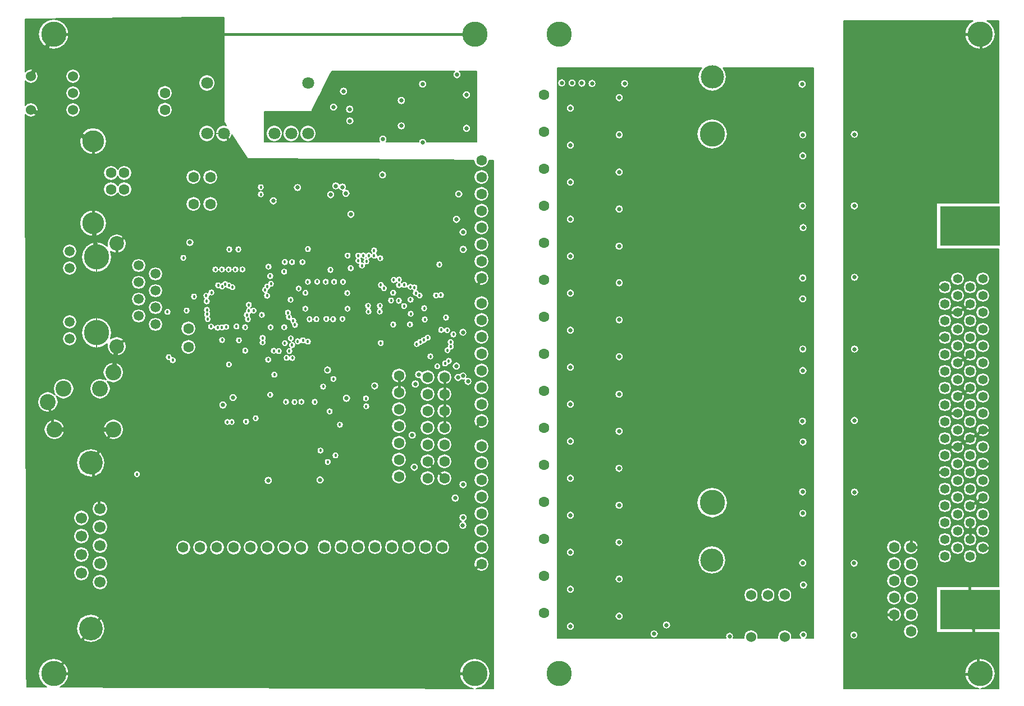
<source format=gbr>
G04 (created by PCBNEW-RS274X (2010-03-14)-final) date Tue 01 Feb 2011 02:56:59 PM EST*
G01*
G70*
G90*
%MOIN*%
G04 Gerber Fmt 3.4, Leading zero omitted, Abs format*
%FSLAX34Y34*%
G04 APERTURE LIST*
%ADD10C,0.001000*%
%ADD11C,0.063000*%
%ADD12C,0.149600*%
%ADD13C,0.137800*%
%ADD14C,0.150000*%
%ADD15C,0.070900*%
%ADD16C,0.129900*%
%ADD17C,0.060000*%
%ADD18C,0.055000*%
%ADD19R,0.354300X0.236200*%
%ADD20C,0.094500*%
%ADD21C,0.140000*%
%ADD22C,0.066900*%
%ADD23C,0.086600*%
%ADD24C,0.059100*%
%ADD25C,0.025000*%
%ADD26C,0.018000*%
%ADD27C,0.015000*%
%ADD28C,0.025000*%
%ADD29C,0.008000*%
%ADD30C,0.007000*%
G04 APERTURE END LIST*
G54D10*
G54D11*
X41900Y-24500D03*
X41900Y-25500D03*
X41900Y-26500D03*
X41900Y-27500D03*
X41900Y-28500D03*
X41900Y-29500D03*
X40900Y-24500D03*
X40900Y-25500D03*
X40900Y-26500D03*
X40900Y-27500D03*
X40900Y-28500D03*
G54D12*
X30100Y00068D03*
G54D13*
X30108Y03454D03*
G54D12*
X30100Y-21845D03*
G54D13*
X30084Y-25254D03*
G54D14*
X16000Y-32000D03*
X-09000Y06000D03*
X16000Y06000D03*
X-09000Y-32000D03*
G54D11*
X-02400Y02500D03*
X-02400Y01500D03*
X-00700Y-04100D03*
X00300Y-04100D03*
X-00700Y-02500D03*
X00300Y-02500D03*
X11500Y-14300D03*
X11500Y-15300D03*
X11500Y-16300D03*
X11500Y-17300D03*
X11500Y-18300D03*
X11500Y-19300D03*
X11500Y-20300D03*
X14200Y-20400D03*
X13200Y-20400D03*
X14200Y-19400D03*
X13200Y-19400D03*
X14200Y-18400D03*
X13200Y-18400D03*
X14200Y-17400D03*
X13200Y-17400D03*
X14200Y-16400D03*
X13200Y-16400D03*
X14200Y-15400D03*
X13200Y-15400D03*
X14200Y-14400D03*
X13200Y-14400D03*
X16400Y-01500D03*
X16400Y-02500D03*
X16400Y-04500D03*
X16400Y-05500D03*
X16400Y-06500D03*
X16400Y-07500D03*
X16400Y-08500D03*
X16400Y-03500D03*
X16400Y-10000D03*
X16400Y-11000D03*
X16400Y-13000D03*
X16400Y-14000D03*
X16400Y-15000D03*
X16400Y-16000D03*
X16400Y-17000D03*
X16400Y-12000D03*
X16400Y-18500D03*
X16400Y-19500D03*
X16400Y-21500D03*
X16400Y-22500D03*
X16400Y-23500D03*
X16400Y-24500D03*
X16400Y-25500D03*
X16400Y-20500D03*
G54D15*
X00100Y00100D03*
X01100Y00100D03*
X04100Y00100D03*
X05100Y00100D03*
X06100Y00100D03*
X06100Y03100D03*
X00100Y03100D03*
G54D16*
X-06660Y-00359D03*
X-06660Y-05241D03*
G54D11*
X-05593Y-02237D03*
X-04806Y-02237D03*
X-04806Y-03221D03*
X-05593Y-03221D03*
G54D17*
X34400Y-27350D03*
X33400Y-27350D03*
X32400Y-27350D03*
X32400Y-29850D03*
X34400Y-29850D03*
X-07850Y01500D03*
X-07850Y02500D03*
X-07850Y03500D03*
X-10350Y03500D03*
X-10350Y01500D03*
G54D18*
X43919Y-25035D03*
X44669Y-24535D03*
X43919Y-24035D03*
X44669Y-23535D03*
X43919Y-23035D03*
X44669Y-22535D03*
X43919Y-22035D03*
X44669Y-21535D03*
X43919Y-21035D03*
X44669Y-20535D03*
X43919Y-20035D03*
X44669Y-19535D03*
X43919Y-19035D03*
X44669Y-18535D03*
X43919Y-18035D03*
X44669Y-17535D03*
X43919Y-17035D03*
X44669Y-16535D03*
X43919Y-16035D03*
X44669Y-15535D03*
X43919Y-15035D03*
X44669Y-14535D03*
X43919Y-14035D03*
X44669Y-13535D03*
X43919Y-13035D03*
X44669Y-12535D03*
X43919Y-12035D03*
X44669Y-11535D03*
X43919Y-11035D03*
X44669Y-10535D03*
X43919Y-10035D03*
X44669Y-09535D03*
X43919Y-09035D03*
X44669Y-08535D03*
X45419Y-25035D03*
X46169Y-24535D03*
X45419Y-24035D03*
X46169Y-23535D03*
X45419Y-23035D03*
X46169Y-22535D03*
X45419Y-22035D03*
X46169Y-21535D03*
X45419Y-21035D03*
X46169Y-20535D03*
X45419Y-20035D03*
X46169Y-19535D03*
X45419Y-19035D03*
X46169Y-18535D03*
X45419Y-18035D03*
X46169Y-17535D03*
X45419Y-17035D03*
X46169Y-16535D03*
X45419Y-16035D03*
X46169Y-15535D03*
X45419Y-15035D03*
X46169Y-14535D03*
X45419Y-14035D03*
X46169Y-13535D03*
X45419Y-13035D03*
X46169Y-12535D03*
X45419Y-12035D03*
X46169Y-11535D03*
X45419Y-11035D03*
X46169Y-10535D03*
X45419Y-10035D03*
X46169Y-09535D03*
X45419Y-09035D03*
X46169Y-08535D03*
G54D19*
X45419Y-28185D03*
X45419Y-05385D03*
G54D20*
X-09349Y-15859D03*
X-08404Y-15072D03*
X-06239Y-15072D03*
X-05451Y-14107D03*
X-05451Y-17493D03*
X-08955Y-17493D03*
G54D11*
X20117Y-26185D03*
X20117Y-21785D03*
X20117Y-23985D03*
X20117Y-15185D03*
X20117Y-17385D03*
X20117Y-19585D03*
X20117Y-12985D03*
X20117Y-06385D03*
X20117Y-04185D03*
X20117Y-08585D03*
X20117Y00215D03*
X20117Y-01985D03*
X20117Y-10785D03*
X20117Y02415D03*
X03690Y-24510D03*
X04690Y-24510D03*
X05690Y-24510D03*
X02690Y-24510D03*
X01690Y-24510D03*
X00690Y-24510D03*
X-00310Y-24510D03*
X-01310Y-24510D03*
X14083Y-24496D03*
X13083Y-24496D03*
X12083Y-24496D03*
X11083Y-24496D03*
X10083Y-24496D03*
X09083Y-24496D03*
X08083Y-24496D03*
X07083Y-24496D03*
X-01000Y-11500D03*
X-01000Y-12600D03*
X20117Y-28385D03*
G54D14*
X46000Y-32000D03*
X46000Y06000D03*
X21000Y-32000D03*
X21000Y06000D03*
G54D21*
X-06800Y-19480D03*
G54D22*
X-06241Y-22206D03*
X-06241Y-23297D03*
X-06241Y-24387D03*
X-06241Y-25478D03*
X-06241Y-26569D03*
X-07359Y-22752D03*
X-07359Y-23842D03*
X-07359Y-24933D03*
X-07359Y-26023D03*
G54D21*
X-06800Y-29319D03*
G54D12*
X-06451Y-07251D03*
X-06451Y-11751D03*
G54D23*
X-05250Y-06448D03*
X-05250Y-12552D03*
G54D24*
X-08049Y-06891D03*
X-08049Y-12111D03*
X-08049Y-07891D03*
X-08049Y-11111D03*
X-03951Y-07751D03*
X-02951Y-08251D03*
X-03951Y-08751D03*
X-02951Y-09251D03*
X-03951Y-09751D03*
X-02951Y-10251D03*
X-03951Y-10751D03*
X-02951Y-11251D03*
G54D25*
X04044Y-03906D03*
G54D26*
X03859Y-08377D03*
X01854Y-11374D03*
X14014Y-11576D03*
X10421Y-12362D03*
X06098Y-12271D03*
G54D25*
X08357Y-03456D03*
G54D26*
X00101Y-10385D03*
X01251Y-11401D03*
X00367Y-09353D03*
X01615Y-09038D03*
X-00662Y-09598D03*
X00601Y-07989D03*
X00998Y-07986D03*
X01395Y-07986D03*
X01799Y-07986D03*
X-01300Y-07295D03*
X-02240Y-10505D03*
X04969Y-10816D03*
X02539Y-10943D03*
G54D25*
X15297Y-23200D03*
X15603Y-14641D03*
X15320Y-06792D03*
X07266Y-13964D03*
G54D26*
X13784Y-13740D03*
G54D25*
X15309Y-05761D03*
X15301Y-14316D03*
X15305Y-22738D03*
G54D26*
X09563Y-16121D03*
X06501Y-15861D03*
X04731Y-12368D03*
X14739Y-11844D03*
X05160Y-12475D03*
X14368Y-11601D03*
X03857Y-15435D03*
X03740Y-13351D03*
X04997Y-12836D03*
X14574Y-12301D03*
X02998Y-16833D03*
X02424Y-17032D03*
X04067Y-12823D03*
X14459Y-13424D03*
X05169Y-13251D03*
X14383Y-12787D03*
X04833Y-13240D03*
X14589Y-12561D03*
X04367Y-12837D03*
X14244Y-13571D03*
X04693Y-11418D03*
X01572Y-17055D03*
X03883Y-11425D03*
X01319Y-17052D03*
X02476Y-10696D03*
X04910Y-10552D03*
X03757Y-07821D03*
X02595Y-10439D03*
X05231Y-11040D03*
X-02163Y-13200D03*
X00112Y-10638D03*
X03902Y-08837D03*
X00998Y-11428D03*
X02372Y-11420D03*
X03676Y-09546D03*
X00734Y-11447D03*
X03549Y-09199D03*
X00348Y-11383D03*
X00150Y-10936D03*
X03690Y-08994D03*
X12187Y-09020D03*
X09390Y-07153D03*
X09544Y-15652D03*
G54D25*
X14922Y-05004D03*
X14912Y-13729D03*
X15010Y-14409D03*
X14840Y-21580D03*
G54D26*
X05712Y-15856D03*
X11158Y-09369D03*
X09309Y-07757D03*
X05300Y-15866D03*
X07615Y-14498D03*
X06844Y-18750D03*
X09084Y-07468D03*
X11813Y-10162D03*
X11035Y-09829D03*
X09090Y-07165D03*
G54D25*
X12674Y-14225D03*
G54D26*
X05330Y-11278D03*
X-01927Y-13379D03*
X02587Y-10085D03*
X02878Y-10435D03*
G54D25*
X12472Y-14791D03*
X24903Y03061D03*
X24585Y02224D03*
X24583Y00020D03*
X24577Y-02193D03*
X24578Y-04390D03*
X24572Y-06603D03*
X24583Y-08780D03*
X24581Y-10983D03*
X24585Y-13176D03*
X24573Y-15400D03*
X24572Y-17604D03*
X24570Y-19807D03*
X24573Y-22000D03*
X24570Y-24207D03*
X24580Y-26387D03*
X24576Y-28594D03*
X27394Y-29119D03*
X26655Y-29649D03*
X31137Y-29794D03*
X35482Y00012D03*
X35470Y-04208D03*
X35478Y-08492D03*
X35482Y-12716D03*
X35466Y-17004D03*
X35470Y-21204D03*
X35478Y-25428D03*
X35510Y-29712D03*
X35490Y-13994D03*
X35478Y-09733D03*
X35502Y-05498D03*
X35482Y-01229D03*
X35441Y03027D03*
X35522Y-26743D03*
X35485Y-22484D03*
X35499Y-18238D03*
X25121Y-28632D03*
X23781Y-29290D03*
X21472Y-29571D03*
X21472Y-27371D03*
X23781Y-27090D03*
X25121Y-26432D03*
X21472Y-25171D03*
X23781Y-24890D03*
X25121Y-24232D03*
X21472Y-22971D03*
X23781Y-22690D03*
X25121Y-22032D03*
X21472Y-20771D03*
X23781Y-20490D03*
X25121Y-19832D03*
X21472Y-18571D03*
X23781Y-18290D03*
X25121Y-17632D03*
X21472Y-16371D03*
X23781Y-16090D03*
X25121Y-15432D03*
X21472Y-14171D03*
X23781Y-13890D03*
X25121Y-13232D03*
X21472Y-11971D03*
X23781Y-11690D03*
X25121Y-11032D03*
X21472Y-09771D03*
X23781Y-09490D03*
X25121Y-08832D03*
X21472Y-07571D03*
X23781Y-07290D03*
X25121Y-06632D03*
X21472Y-05371D03*
X23781Y-05090D03*
X25121Y-04432D03*
X21472Y-03171D03*
X23781Y-02890D03*
X25121Y-02232D03*
X21472Y-00971D03*
X23781Y-00690D03*
X25121Y-00032D03*
X21472Y01229D03*
X23781Y01510D03*
X25121Y02168D03*
X25687Y03095D03*
X28795Y-29565D03*
X28167Y-27349D03*
X27484Y-27871D03*
X35470Y00423D03*
X35478Y-03773D03*
X35474Y-08073D03*
X35486Y-12281D03*
X35478Y-16549D03*
X35478Y-20756D03*
X35470Y-24988D03*
X35490Y-29256D03*
G54D26*
X24308Y03300D03*
G54D25*
X35947Y-21718D03*
X35943Y-17465D03*
X35943Y-13215D03*
X35963Y-08964D03*
X35953Y-04743D03*
X35963Y-00464D03*
X35949Y-25978D03*
X35438Y03515D03*
X21682Y-02796D03*
X21682Y-00596D03*
X21682Y01604D03*
X21170Y03105D03*
X21682Y-29196D03*
X21682Y-26996D03*
X21682Y-24796D03*
X21682Y-22596D03*
X22968Y03072D03*
X21682Y-20396D03*
X21682Y-18196D03*
X21682Y-15996D03*
X21682Y-13796D03*
X22366Y03089D03*
X21682Y-11596D03*
X21682Y-09396D03*
X21682Y-07196D03*
X21682Y-04996D03*
X21781Y03097D03*
G54D26*
X05084Y-12079D03*
G54D25*
X07447Y-03538D03*
G54D26*
X04107Y-14237D03*
X04796Y-15854D03*
X05813Y-12200D03*
G54D25*
X08149Y-03088D03*
G54D26*
X05499Y-12260D03*
G54D25*
X07747Y-03020D03*
X15511Y00898D03*
X15516Y01392D03*
X15516Y01895D03*
X14045Y02108D03*
X14040Y01610D03*
X14035Y01106D03*
X14045Y00603D03*
X12900Y02044D03*
X14705Y02848D03*
X12891Y00549D03*
X07423Y00843D03*
X07048Y00569D03*
X09069Y01303D03*
X10057Y-00250D03*
X09969Y01866D03*
X09985Y03319D03*
X11641Y02054D03*
X11641Y00553D03*
X08593Y00847D03*
X10550Y-00245D03*
X14949Y03593D03*
X15516Y00403D03*
X15512Y02396D03*
X07624Y01664D03*
X08572Y01542D03*
X08210Y02608D03*
G54D26*
X10328Y-06851D03*
X12157Y-10954D03*
X12179Y-10194D03*
X13033Y-11328D03*
X13036Y-10627D03*
X12968Y-09934D03*
X10363Y-12992D03*
X06561Y-09372D03*
X07197Y-09372D03*
X07832Y-09385D03*
X07832Y-10323D03*
X07207Y-10320D03*
X06568Y-10323D03*
X06884Y-10000D03*
X07520Y-09997D03*
X06558Y-09678D03*
X07204Y-09681D03*
X07826Y-09691D03*
X05498Y-10385D03*
X08891Y-10389D03*
X07715Y-11505D03*
X07490Y-11774D03*
X06683Y-08308D03*
X06918Y-08016D03*
G54D25*
X-03997Y-23802D03*
X-02501Y-23800D03*
G54D26*
X05078Y-08607D03*
X05522Y-09790D03*
G54D25*
X15305Y-01787D03*
X15305Y-04248D03*
X15305Y-10299D03*
X15291Y-10703D03*
X15312Y-12697D03*
X15305Y-18197D03*
X15291Y-21222D03*
G54D26*
X03318Y-06905D03*
X02878Y-08088D03*
X01498Y-12196D03*
X00943Y-10203D03*
X01299Y-09842D03*
X01663Y-10200D03*
X01287Y-10553D03*
X-00696Y-10792D03*
X02828Y-09194D03*
X01810Y-13193D03*
X00895Y-13497D03*
X00196Y-12175D03*
X-00480Y-12488D03*
G54D25*
X-00454Y-13942D03*
X00999Y-14924D03*
X-03153Y-17802D03*
X02644Y-13996D03*
X02547Y-15603D03*
X10694Y-17833D03*
X10058Y-16964D03*
X12283Y-16980D03*
G54D26*
X07362Y-07489D03*
X13366Y-13591D03*
X-01095Y-10703D03*
G54D25*
X09653Y-05600D03*
X09236Y-04974D03*
X08295Y-05317D03*
G54D26*
X01437Y-07575D03*
G54D25*
X03047Y-03319D03*
X00994Y-03308D03*
X02728Y-03309D03*
X01412Y-03296D03*
X04380Y-02680D03*
X04038Y-02709D03*
X04346Y-03900D03*
X05345Y-02396D03*
X07047Y-02396D03*
X07552Y-02390D03*
X10068Y-02355D03*
X05087Y-03496D03*
X05712Y-03878D03*
X00568Y-07401D03*
X03183Y-20779D03*
X06198Y-19448D03*
X03090Y-19466D03*
X14496Y-26691D03*
X06373Y-26691D03*
X-01733Y-26699D03*
X39452Y02502D03*
X39469Y01991D03*
G54D26*
X13880Y-08547D03*
X13829Y-11436D03*
X07770Y-19697D03*
X-03776Y-20134D03*
G54D25*
X38546Y00506D03*
X38539Y-03753D03*
X38567Y-07998D03*
X38525Y-12251D03*
X38559Y-20765D03*
X38503Y-25003D03*
X38531Y-29262D03*
X38552Y-16486D03*
X07745Y-16385D03*
X01050Y-17895D03*
G54D26*
X03342Y-17119D03*
G54D25*
X04154Y-17949D03*
X06488Y-17130D03*
G54D26*
X04189Y-13169D03*
X06097Y-07532D03*
X04362Y-06855D03*
G54D25*
X-02402Y-02858D03*
X-01639Y-02286D03*
X-03145Y-02276D03*
X-01994Y-20491D03*
X00829Y-06400D03*
X-00042Y-08202D03*
G54D26*
X04676Y-08741D03*
X04018Y-07959D03*
X38548Y-26230D03*
X38537Y-21979D03*
G54D25*
X38547Y-17733D03*
X38568Y-13480D03*
X38568Y-09238D03*
X38578Y-04978D03*
X38578Y-00729D03*
X38645Y03513D03*
X05501Y-04289D03*
X-00300Y-11279D03*
G54D26*
X09672Y-10147D03*
X12768Y-12296D03*
X10366Y-10485D03*
X12973Y-12183D03*
X09698Y-10490D03*
X12563Y-12421D03*
X10369Y-10148D03*
X13215Y-12038D03*
X12501Y-09388D03*
X08454Y-07162D03*
X01000Y-08994D03*
X11498Y-09843D03*
X09568Y-07504D03*
X01403Y-08944D03*
X05071Y-09790D03*
X01188Y-08860D03*
X00771Y-08931D03*
X05549Y-09121D03*
X03407Y-12059D03*
X00062Y-09551D03*
X01968Y-06794D03*
X07739Y-19041D03*
X03303Y-03518D03*
X03300Y-03098D03*
G54D25*
X05475Y-03116D03*
G54D26*
X09711Y-07153D03*
X13702Y-09532D03*
X10428Y-08906D03*
X13997Y-09507D03*
X12727Y-09535D03*
X08643Y-07911D03*
X12420Y-09053D03*
X10616Y-09103D03*
X11821Y-08904D03*
X10031Y-06855D03*
X11509Y-08911D03*
X10033Y-07166D03*
X11503Y-08594D03*
X10395Y-07320D03*
G54D25*
X-00907Y-06384D03*
X08651Y-04705D03*
G54D26*
X00090Y-09880D03*
X07385Y-16426D03*
X07999Y-17215D03*
X03407Y-12322D03*
G54D25*
X12906Y03034D03*
X12906Y-00444D03*
G54D26*
X06650Y-08717D03*
X07153Y-08719D03*
X07656Y-08723D03*
X08184Y-08724D03*
X06099Y-08720D03*
X08436Y-09385D03*
X05949Y-09371D03*
X07438Y-08009D03*
X-01101Y-10431D03*
X11194Y-08609D03*
X12159Y-11257D03*
X12205Y-10622D03*
X12192Y-09779D03*
X13035Y-10961D03*
X13003Y-10292D03*
X11166Y-11258D03*
X06195Y-10942D03*
X06601Y-10939D03*
X07192Y-10928D03*
X07596Y-10945D03*
X08150Y-10928D03*
X05948Y-10320D03*
X08450Y-10323D03*
X03361Y-10690D03*
X02003Y-12197D03*
X02378Y-12809D03*
G54D25*
X01056Y-16045D03*
X01652Y-15599D03*
G54D26*
X07003Y-14950D03*
G54D25*
X10064Y-14904D03*
X08390Y-15646D03*
X12292Y-17833D03*
X12409Y-19741D03*
G54D26*
X13371Y-13152D03*
X02208Y-07983D03*
X01429Y-06793D03*
G54D25*
X10532Y-02361D03*
X03740Y-20523D03*
X06819Y-20494D03*
G54D26*
X13904Y-07692D03*
X14299Y-10842D03*
X01003Y-12179D03*
X01412Y-13634D03*
X07279Y-19428D03*
X-04051Y-20158D03*
G54D25*
X15053Y-03499D03*
X15300Y-11719D03*
X15306Y-20776D03*
G54D26*
X04688Y-08114D03*
X04727Y-07545D03*
X05154Y-07546D03*
X05774Y-07546D03*
X06098Y-06771D03*
G54D25*
X38546Y00046D03*
X38539Y-04206D03*
X38553Y-08451D03*
X38560Y-12718D03*
X38544Y-16963D03*
X38552Y-21218D03*
X38531Y-25449D03*
X38517Y-29722D03*
G54D27*
X-06853Y-29384D02*
X-05907Y-28302D01*
G54D28*
X-09000Y06000D02*
X-10350Y03500D01*
X-10350Y01500D02*
X-06660Y-00359D01*
X-06660Y-05241D02*
X-06451Y-07251D01*
X-05451Y-14107D02*
X-05250Y-12552D01*
X-05451Y-17493D02*
X-08955Y-17493D01*
G54D27*
X-09349Y-15859D02*
X-08955Y-17493D01*
X-06800Y-19480D02*
X-05451Y-17493D01*
X-06800Y-19480D02*
X-06241Y-22206D01*
X-06800Y-29319D02*
X-09000Y-32000D01*
X16000Y-32000D02*
X-09000Y-32000D01*
X-09000Y06000D02*
X16000Y06000D01*
X-06660Y-00359D02*
X-06660Y-05241D01*
X01100Y00100D02*
X01591Y-00543D01*
X16400Y-08500D02*
X16021Y-09123D01*
X16400Y-17000D02*
X15923Y-17521D01*
X16400Y-25500D02*
X14496Y-26691D01*
X14200Y-20400D02*
X13200Y-19400D01*
X14200Y-17400D02*
X14200Y-16400D01*
X14200Y-16400D02*
X14200Y-14400D01*
X11500Y-14300D02*
X11500Y-15300D01*
X45419Y-10035D02*
X44669Y-10535D01*
X43919Y-09035D02*
X43272Y-09017D01*
X44669Y-10535D02*
X43382Y-10505D01*
X43919Y-12035D02*
X43262Y-12018D01*
X45419Y-13035D02*
X44669Y-13535D01*
X45419Y-15035D02*
X44669Y-15535D01*
X44669Y-16535D02*
X43322Y-16556D01*
X44669Y-18535D02*
X43242Y-18553D01*
X44561Y-18536D02*
X45419Y-18035D01*
X45324Y-18091D02*
X46169Y-17535D01*
X43919Y-20035D02*
X43347Y-20038D01*
X46169Y-19535D02*
X46903Y-19492D01*
X46169Y-17535D02*
X46920Y-17497D01*
X46169Y-21535D02*
X45419Y-22035D01*
X45419Y-23035D02*
X45419Y-24035D01*
X46169Y-24535D02*
X47007Y-24574D01*
X45419Y-28185D02*
X45376Y-26388D01*
X41900Y-24500D02*
X41925Y-23204D01*
X41900Y-24500D02*
X42809Y-24522D01*
X40900Y-28500D02*
X39895Y-28512D01*
X40900Y-28500D02*
X40832Y-29639D01*
G54D29*
X-06451Y-11751D02*
X-06451Y-07251D01*
G54D27*
X-05250Y-12552D02*
X-04583Y-11919D01*
X-05250Y-06448D02*
X-04496Y-05776D01*
G54D29*
X-06451Y-11751D02*
X-06438Y-12974D01*
G54D27*
X-05250Y-06448D02*
X-05247Y-07440D01*
G54D29*
X01100Y00100D02*
X00596Y00104D01*
X00596Y00104D02*
X00597Y-00370D01*
X00596Y00104D02*
X00599Y00702D01*
G54D27*
X46000Y-32000D02*
X45419Y-28185D01*
X46000Y-32000D02*
X43932Y-32064D01*
X46000Y06000D02*
X43599Y05986D01*
X46000Y06000D02*
X46076Y04300D01*
G54D10*
G36*
X15768Y01700D02*
X15687Y02221D01*
X16100Y01989D01*
X15768Y01700D01*
X15768Y01700D01*
G37*
G54D30*
X15768Y01700D02*
X15687Y02221D01*
X16100Y01989D01*
X15768Y01700D01*
G54D10*
G36*
X15768Y02540D02*
X16100Y02960D01*
X16100Y02540D01*
X15768Y02540D01*
X15768Y02540D01*
G37*
G54D30*
X15768Y02540D02*
X16100Y02960D01*
X16100Y02540D01*
X15768Y02540D01*
G54D10*
G36*
X15768Y03380D02*
X16100Y03800D01*
X16100Y03380D01*
X15768Y03380D01*
X15768Y03380D01*
G37*
G54D30*
X15768Y03380D02*
X16100Y03800D01*
X16100Y03380D01*
X15768Y03380D01*
G54D10*
G36*
X15768Y01700D02*
X15105Y00860D01*
X15105Y01700D01*
X15768Y01700D01*
X15768Y01700D01*
G37*
G54D30*
X15768Y01700D02*
X15105Y00860D01*
X15105Y01700D01*
X15768Y01700D01*
G54D10*
G36*
X15105Y01700D02*
X15512Y02148D01*
X15768Y01700D01*
X15105Y01700D01*
X15105Y01700D01*
G37*
G54D30*
X15105Y01700D02*
X15512Y02148D01*
X15768Y01700D01*
X15105Y01700D01*
G54D10*
G36*
X16100Y03380D02*
X16100Y02960D01*
X15768Y03380D01*
X16100Y03380D01*
X16100Y03380D01*
G37*
G54D30*
X16100Y03380D02*
X16100Y02960D01*
X15768Y03380D01*
X16100Y03380D01*
G54D10*
G36*
X15105Y03380D02*
X15044Y03364D01*
X15124Y03418D01*
X15105Y03380D01*
X15105Y03380D01*
G37*
G54D30*
X15105Y03380D02*
X15044Y03364D01*
X15124Y03418D01*
X15105Y03380D01*
G54D10*
G36*
X15105Y01700D02*
X14442Y00860D01*
X14442Y01700D01*
X15105Y01700D01*
X15105Y01700D01*
G37*
G54D30*
X15105Y01700D02*
X14442Y00860D01*
X14442Y01700D01*
X15105Y01700D01*
G54D10*
G36*
X16100Y00633D02*
X16100Y00594D01*
X15745Y00498D01*
X16100Y00633D01*
X16100Y00633D01*
G37*
G54D30*
X16100Y00633D02*
X16100Y00594D01*
X15745Y00498D01*
X16100Y00633D01*
G54D10*
G36*
X15768Y01700D02*
X15768Y00860D01*
X15105Y00860D01*
X15768Y01700D01*
X15768Y01700D01*
G37*
G54D30*
X15768Y01700D02*
X15768Y00860D01*
X15105Y00860D01*
X15768Y01700D01*
G54D10*
G36*
X15105Y00860D02*
X15269Y00403D01*
X14442Y00860D01*
X15105Y00860D01*
X15105Y00860D01*
G37*
G54D30*
X15105Y00860D02*
X15269Y00403D01*
X14442Y00860D01*
X15105Y00860D01*
G54D10*
G36*
X15105Y01700D02*
X14442Y01700D01*
X15105Y02540D01*
X15105Y01700D01*
X15105Y01700D01*
G37*
G54D30*
X15105Y01700D02*
X14442Y01700D01*
X15105Y02540D01*
X15105Y01700D01*
G54D10*
G36*
X15768Y03380D02*
X15512Y02644D01*
X15105Y03380D01*
X15768Y03380D01*
X15768Y03380D01*
G37*
G54D30*
X15768Y03380D02*
X15512Y02644D01*
X15105Y03380D01*
X15768Y03380D01*
G54D10*
G36*
X14442Y02540D02*
X14854Y03364D01*
X15105Y02540D01*
X14442Y02540D01*
X14442Y02540D01*
G37*
G54D30*
X14442Y02540D02*
X14854Y03364D01*
X15105Y02540D01*
X14442Y02540D01*
G54D10*
G36*
X15178Y03688D02*
X15768Y03800D01*
X15197Y03593D01*
X15178Y03688D01*
X15178Y03688D01*
G37*
G54D30*
X15178Y03688D02*
X15768Y03800D01*
X15197Y03593D01*
X15178Y03688D01*
G54D10*
G36*
X14442Y01700D02*
X13779Y00860D01*
X13779Y01700D01*
X14442Y01700D01*
X14442Y01700D01*
G37*
G54D30*
X14442Y01700D02*
X13779Y00860D01*
X13779Y01700D01*
X14442Y01700D01*
G54D10*
G36*
X14442Y00020D02*
X14442Y00860D01*
X15269Y00403D01*
X14442Y00020D01*
X14442Y00020D01*
G37*
G54D30*
X14442Y00020D02*
X14442Y00860D01*
X15269Y00403D01*
X14442Y00020D01*
G54D10*
G36*
X15105Y01700D02*
X15105Y00860D01*
X14442Y00860D01*
X15105Y01700D01*
X15105Y01700D01*
G37*
G54D30*
X15105Y01700D02*
X15105Y00860D01*
X14442Y00860D01*
X15105Y01700D01*
G54D10*
G36*
X14442Y00020D02*
X14111Y-00400D01*
X13779Y00020D01*
X14442Y00020D01*
X14442Y00020D01*
G37*
G54D30*
X14442Y00020D02*
X14111Y-00400D01*
X13779Y00020D01*
X14442Y00020D01*
G54D10*
G36*
X13779Y00020D02*
X13779Y00860D01*
X14442Y00860D01*
X13779Y00020D01*
X13779Y00020D01*
G37*
G54D30*
X13779Y00020D02*
X13779Y00860D01*
X14442Y00860D01*
X13779Y00020D01*
G54D10*
G36*
X15105Y02540D02*
X14442Y01700D01*
X14442Y02540D01*
X15105Y02540D01*
X15105Y02540D01*
G37*
G54D30*
X15105Y02540D02*
X14442Y01700D01*
X14442Y02540D01*
X15105Y02540D01*
G54D10*
G36*
X14442Y01700D02*
X13779Y01700D01*
X14442Y02540D01*
X14442Y01700D01*
X14442Y01700D01*
G37*
G54D30*
X14442Y01700D02*
X13779Y01700D01*
X14442Y02540D01*
X14442Y01700D01*
G54D10*
G36*
X15105Y03380D02*
X15417Y02625D01*
X15044Y03364D01*
X15105Y03380D01*
X15105Y03380D01*
G37*
G54D30*
X15105Y03380D02*
X15417Y02625D01*
X15044Y03364D01*
X15105Y03380D01*
G54D10*
G36*
X14442Y02540D02*
X13779Y02540D01*
X14442Y03380D01*
X14442Y02540D01*
X14442Y02540D01*
G37*
G54D30*
X14442Y02540D02*
X13779Y02540D01*
X14442Y03380D01*
X14442Y02540D01*
G54D10*
G36*
X14442Y03800D02*
X14442Y03380D01*
X14111Y03800D01*
X14442Y03800D01*
X14442Y03800D01*
G37*
G54D30*
X14442Y03800D02*
X14442Y03380D01*
X14111Y03800D01*
X14442Y03800D01*
G54D10*
G36*
X13779Y01700D02*
X13116Y00860D01*
X13116Y01700D01*
X13779Y01700D01*
X13779Y01700D01*
G37*
G54D30*
X13779Y01700D02*
X13116Y00860D01*
X13116Y01700D01*
X13779Y01700D01*
G54D10*
G36*
X14442Y00020D02*
X14442Y-00400D01*
X14111Y-00400D01*
X14442Y00020D01*
X14442Y00020D01*
G37*
G54D30*
X14442Y00020D02*
X14442Y-00400D01*
X14111Y-00400D01*
X14442Y00020D01*
G54D10*
G36*
X14442Y00860D02*
X14442Y00020D01*
X13779Y00020D01*
X14442Y00860D01*
X14442Y00860D01*
G37*
G54D30*
X14442Y00860D02*
X14442Y00020D01*
X13779Y00020D01*
X14442Y00860D01*
G54D10*
G36*
X14442Y01700D02*
X14442Y00860D01*
X13779Y00860D01*
X14442Y01700D01*
X14442Y01700D01*
G37*
G54D30*
X14442Y01700D02*
X14442Y00860D01*
X13779Y00860D01*
X14442Y01700D01*
G54D10*
G36*
X13116Y00020D02*
X13116Y00860D01*
X13779Y00860D01*
X13116Y00020D01*
X13116Y00020D01*
G37*
G54D30*
X13116Y00020D02*
X13116Y00860D01*
X13779Y00860D01*
X13116Y00020D01*
G54D10*
G36*
X14442Y02540D02*
X13779Y01700D01*
X13779Y02540D01*
X14442Y02540D01*
X14442Y02540D01*
G37*
G54D30*
X14442Y02540D02*
X13779Y01700D01*
X13779Y02540D01*
X14442Y02540D01*
G54D10*
G36*
X13779Y01700D02*
X13116Y01700D01*
X13779Y02540D01*
X13779Y01700D01*
X13779Y01700D01*
G37*
G54D30*
X13779Y01700D02*
X13116Y01700D01*
X13779Y02540D01*
X13779Y01700D01*
G54D10*
G36*
X14442Y03380D02*
X13779Y02540D01*
X13779Y03380D01*
X14442Y03380D01*
X14442Y03380D01*
G37*
G54D30*
X14442Y03380D02*
X13779Y02540D01*
X13779Y03380D01*
X14442Y03380D01*
G54D10*
G36*
X13116Y02540D02*
X13135Y02939D01*
X13779Y02540D01*
X13116Y02540D01*
X13116Y02540D01*
G37*
G54D30*
X13116Y02540D02*
X13135Y02939D01*
X13779Y02540D01*
X13116Y02540D01*
G54D10*
G36*
X13779Y03800D02*
X13779Y03380D01*
X13447Y03800D01*
X13779Y03800D01*
X13779Y03800D01*
G37*
G54D30*
X13779Y03800D02*
X13779Y03380D01*
X13447Y03800D01*
X13779Y03800D01*
G54D10*
G36*
X13116Y01700D02*
X12453Y00860D01*
X12453Y01700D01*
X13116Y01700D01*
X13116Y01700D01*
G37*
G54D30*
X13116Y01700D02*
X12453Y00860D01*
X12453Y01700D01*
X13116Y01700D01*
G54D10*
G36*
X13779Y00860D02*
X13779Y00020D01*
X13116Y00020D01*
X13779Y00860D01*
X13779Y00860D01*
G37*
G54D30*
X13779Y00860D02*
X13779Y00020D01*
X13116Y00020D01*
X13779Y00860D01*
G54D10*
G36*
X13779Y01700D02*
X13779Y00860D01*
X13116Y00860D01*
X13779Y01700D01*
X13779Y01700D01*
G37*
G54D30*
X13779Y01700D02*
X13779Y00860D01*
X13116Y00860D01*
X13779Y01700D01*
G54D10*
G36*
X12453Y00020D02*
X12453Y00860D01*
X13116Y00860D01*
X12453Y00020D01*
X12453Y00020D01*
G37*
G54D30*
X12453Y00020D02*
X12453Y00860D01*
X13116Y00860D01*
X12453Y00020D01*
G54D10*
G36*
X13779Y02540D02*
X13116Y01700D01*
X13116Y02540D01*
X13779Y02540D01*
X13779Y02540D01*
G37*
G54D30*
X13779Y02540D02*
X13116Y01700D01*
X13116Y02540D01*
X13779Y02540D01*
G54D10*
G36*
X13116Y01700D02*
X12453Y01700D01*
X13116Y02540D01*
X13116Y01700D01*
X13116Y01700D01*
G37*
G54D30*
X13116Y01700D02*
X12453Y01700D01*
X13116Y02540D01*
X13116Y01700D01*
G54D10*
G36*
X13779Y03380D02*
X13779Y02540D01*
X13154Y03034D01*
X13779Y03380D01*
X13779Y03380D01*
G37*
G54D30*
X13779Y03380D02*
X13779Y02540D01*
X13154Y03034D01*
X13779Y03380D01*
G54D10*
G36*
X13116Y03800D02*
X13116Y03380D01*
X13022Y03800D01*
X13116Y03800D01*
X13116Y03800D01*
G37*
G54D30*
X13116Y03800D02*
X13116Y03380D01*
X13022Y03800D01*
X13116Y03800D01*
G54D10*
G36*
X12453Y01700D02*
X11789Y00860D01*
X11789Y01700D01*
X12453Y01700D01*
X12453Y01700D01*
G37*
G54D30*
X12453Y01700D02*
X11789Y00860D01*
X11789Y01700D01*
X12453Y01700D01*
G54D10*
G36*
X13116Y00860D02*
X13116Y00020D01*
X12453Y00020D01*
X13116Y00860D01*
X13116Y00860D01*
G37*
G54D30*
X13116Y00860D02*
X13116Y00020D01*
X12453Y00020D01*
X13116Y00860D01*
G54D10*
G36*
X13116Y01700D02*
X13116Y00860D01*
X12453Y00860D01*
X13116Y01700D01*
X13116Y01700D01*
G37*
G54D30*
X13116Y01700D02*
X13116Y00860D01*
X12453Y00860D01*
X13116Y01700D01*
G54D10*
G36*
X12453Y00020D02*
X12121Y-00400D01*
X11789Y00020D01*
X12453Y00020D01*
X12453Y00020D01*
G37*
G54D30*
X12453Y00020D02*
X12121Y-00400D01*
X11789Y00020D01*
X12453Y00020D01*
G54D10*
G36*
X11126Y00020D02*
X11546Y00324D01*
X11789Y00020D01*
X11126Y00020D01*
X11126Y00020D01*
G37*
G54D30*
X11126Y00020D02*
X11546Y00324D01*
X11789Y00020D01*
X11126Y00020D01*
G54D10*
G36*
X13116Y02540D02*
X12453Y01700D01*
X12453Y02540D01*
X13116Y02540D01*
X13116Y02540D01*
G37*
G54D30*
X13116Y02540D02*
X12453Y01700D01*
X12453Y02540D01*
X13116Y02540D01*
G54D10*
G36*
X11126Y01700D02*
X11546Y01825D01*
X11789Y01700D01*
X11126Y01700D01*
X11126Y01700D01*
G37*
G54D30*
X11126Y01700D02*
X11546Y01825D01*
X11789Y01700D01*
X11126Y01700D01*
G54D10*
G36*
X12453Y02540D02*
X11789Y02540D01*
X12453Y03380D01*
X12453Y02540D01*
X12453Y02540D01*
G37*
G54D30*
X12453Y02540D02*
X11789Y02540D01*
X12453Y03380D01*
X12453Y02540D01*
G54D10*
G36*
X12906Y03281D02*
X12811Y03263D01*
X13022Y03800D01*
X12906Y03281D01*
X12906Y03281D01*
G37*
G54D30*
X12906Y03281D02*
X12811Y03263D01*
X13022Y03800D01*
X12906Y03281D01*
G54D10*
G36*
X11789Y03380D02*
X12121Y03800D01*
X12453Y03380D01*
X11789Y03380D01*
X11789Y03380D01*
G37*
G54D30*
X11789Y03380D02*
X12121Y03800D01*
X12453Y03380D01*
X11789Y03380D01*
G54D10*
G36*
X11789Y01700D02*
X11546Y00782D01*
X11126Y01700D01*
X11789Y01700D01*
X11789Y01700D01*
G37*
G54D30*
X11789Y01700D02*
X11546Y00782D01*
X11126Y01700D01*
X11789Y01700D01*
G54D10*
G36*
X12453Y00020D02*
X12453Y-00400D01*
X12121Y-00400D01*
X12453Y00020D01*
X12453Y00020D01*
G37*
G54D30*
X12453Y00020D02*
X12453Y-00400D01*
X12121Y-00400D01*
X12453Y00020D01*
G54D10*
G36*
X11789Y00020D02*
X11816Y00378D01*
X12453Y00020D01*
X11789Y00020D01*
X11789Y00020D01*
G37*
G54D30*
X11789Y00020D02*
X11816Y00378D01*
X12453Y00020D01*
X11789Y00020D01*
G54D10*
G36*
X12453Y01700D02*
X12453Y00860D01*
X11789Y00860D01*
X12453Y01700D01*
X12453Y01700D01*
G37*
G54D30*
X12453Y01700D02*
X12453Y00860D01*
X11789Y00860D01*
X12453Y01700D01*
G54D10*
G36*
X12453Y02540D02*
X12453Y01700D01*
X11889Y02054D01*
X12453Y02540D01*
X12453Y02540D01*
G37*
G54D30*
X12453Y02540D02*
X12453Y01700D01*
X11889Y02054D01*
X12453Y02540D01*
G54D10*
G36*
X12453Y03380D02*
X11789Y02540D01*
X11789Y03380D01*
X12453Y03380D01*
X12453Y03380D01*
G37*
G54D30*
X12453Y03380D02*
X11789Y02540D01*
X11789Y03380D01*
X12453Y03380D01*
G54D10*
G36*
X11789Y02540D02*
X11126Y02540D01*
X11789Y03380D01*
X11789Y02540D01*
X11789Y02540D01*
G37*
G54D30*
X11789Y02540D02*
X11126Y02540D01*
X11789Y03380D01*
X11789Y02540D01*
G54D10*
G36*
X11789Y03380D02*
X11789Y03800D01*
X12121Y03800D01*
X11789Y03380D01*
X11789Y03380D01*
G37*
G54D30*
X11789Y03380D02*
X11789Y03800D01*
X12121Y03800D01*
X11789Y03380D01*
G54D10*
G36*
X11126Y03380D02*
X11126Y03800D01*
X11789Y03380D01*
X11126Y03380D01*
X11126Y03380D01*
G37*
G54D30*
X11126Y03380D02*
X11126Y03800D01*
X11789Y03380D01*
X11126Y03380D01*
G54D10*
G36*
X11126Y01700D02*
X10463Y00860D01*
X10463Y01700D01*
X11126Y01700D01*
X11126Y01700D01*
G37*
G54D30*
X11126Y01700D02*
X10463Y00860D01*
X10463Y01700D01*
X11126Y01700D01*
G54D10*
G36*
X11789Y00860D02*
X11641Y00801D01*
X11789Y01700D01*
X11789Y00860D01*
X11789Y00860D01*
G37*
G54D30*
X11789Y00860D02*
X11641Y00801D01*
X11789Y01700D01*
X11789Y00860D01*
G54D10*
G36*
X10779Y-00340D02*
X10822Y-00400D01*
X10738Y-00400D01*
X10779Y-00340D01*
X10779Y-00340D01*
G37*
G54D30*
X10779Y-00340D02*
X10822Y-00400D01*
X10738Y-00400D01*
X10779Y-00340D01*
G54D10*
G36*
X11126Y00860D02*
X10645Y-00016D01*
X10463Y00860D01*
X11126Y00860D01*
X11126Y00860D01*
G37*
G54D30*
X11126Y00860D02*
X10645Y-00016D01*
X10463Y00860D01*
X11126Y00860D01*
G54D10*
G36*
X11126Y01700D02*
X10463Y01700D01*
X11126Y02540D01*
X11126Y01700D01*
X11126Y01700D01*
G37*
G54D30*
X11126Y01700D02*
X10463Y01700D01*
X11126Y02540D01*
X11126Y01700D01*
G54D10*
G36*
X11789Y03380D02*
X11126Y02540D01*
X11126Y03380D01*
X11789Y03380D01*
X11789Y03380D01*
G37*
G54D30*
X11789Y03380D02*
X11126Y02540D01*
X11126Y03380D01*
X11789Y03380D01*
G54D10*
G36*
X11126Y02540D02*
X10463Y02540D01*
X11126Y03380D01*
X11126Y02540D01*
X11126Y02540D01*
G37*
G54D30*
X11126Y02540D02*
X10463Y02540D01*
X11126Y03380D01*
X11126Y02540D01*
G54D10*
G36*
X10463Y03380D02*
X10463Y03800D01*
X11126Y03380D01*
X10463Y03380D01*
X10463Y03380D01*
G37*
G54D30*
X10463Y03380D02*
X10463Y03800D01*
X11126Y03380D01*
X10463Y03380D01*
G54D10*
G36*
X10463Y01700D02*
X09800Y00860D01*
X09800Y01700D01*
X10463Y01700D01*
X10463Y01700D01*
G37*
G54D30*
X10463Y01700D02*
X09800Y00860D01*
X09800Y01700D01*
X10463Y01700D01*
G54D10*
G36*
X11126Y00020D02*
X10645Y-00016D01*
X11126Y00860D01*
X11126Y00020D01*
X11126Y00020D01*
G37*
G54D30*
X11126Y00020D02*
X10645Y-00016D01*
X11126Y00860D01*
X11126Y00020D01*
G54D10*
G36*
X11126Y01700D02*
X11126Y00860D01*
X10463Y00860D01*
X11126Y01700D01*
X11126Y01700D01*
G37*
G54D30*
X11126Y01700D02*
X11126Y00860D01*
X10463Y00860D01*
X11126Y01700D01*
G54D10*
G36*
X09800Y00020D02*
X09800Y00860D01*
X10463Y00860D01*
X09800Y00020D01*
X09800Y00020D01*
G37*
G54D30*
X09800Y00020D02*
X09800Y00860D01*
X10463Y00860D01*
X09800Y00020D01*
G54D10*
G36*
X11126Y02540D02*
X10463Y01700D01*
X10463Y02540D01*
X11126Y02540D01*
X11126Y02540D01*
G37*
G54D30*
X11126Y02540D02*
X10463Y01700D01*
X10463Y02540D01*
X11126Y02540D01*
G54D10*
G36*
X10463Y01700D02*
X09800Y01700D01*
X10463Y02540D01*
X10463Y01700D01*
X10463Y01700D01*
G37*
G54D30*
X10463Y01700D02*
X09800Y01700D01*
X10463Y02540D01*
X10463Y01700D01*
G54D10*
G36*
X11126Y03380D02*
X10463Y02540D01*
X10463Y03380D01*
X11126Y03380D01*
X11126Y03380D01*
G37*
G54D30*
X11126Y03380D02*
X10463Y02540D01*
X10463Y03380D01*
X11126Y03380D01*
G54D10*
G36*
X10463Y02540D02*
X09800Y02540D01*
X10463Y03380D01*
X10463Y02540D01*
X10463Y02540D01*
G37*
G54D30*
X10463Y02540D02*
X09800Y02540D01*
X10463Y03380D01*
X10463Y02540D01*
G54D10*
G36*
X09800Y03380D02*
X09800Y03800D01*
X10463Y03380D01*
X09800Y03380D01*
X09800Y03380D01*
G37*
G54D30*
X09800Y03380D02*
X09800Y03800D01*
X10463Y03380D01*
X09800Y03380D01*
G54D10*
G36*
X09800Y01700D02*
X09137Y00860D01*
X09137Y01700D01*
X09800Y01700D01*
X09800Y01700D01*
G37*
G54D30*
X09800Y01700D02*
X09137Y00860D01*
X09137Y01700D01*
X09800Y01700D01*
G54D10*
G36*
X10463Y00860D02*
X10463Y00020D01*
X09800Y00020D01*
X10463Y00860D01*
X10463Y00860D01*
G37*
G54D30*
X10463Y00860D02*
X10463Y00020D01*
X09800Y00020D01*
X10463Y00860D01*
G54D10*
G36*
X10463Y01700D02*
X10463Y00860D01*
X09800Y00860D01*
X10463Y01700D01*
X10463Y01700D01*
G37*
G54D30*
X10463Y01700D02*
X10463Y00860D01*
X09800Y00860D01*
X10463Y01700D01*
G54D10*
G36*
X09137Y-00400D02*
X09137Y00020D01*
X09468Y-00400D01*
X09137Y-00400D01*
X09137Y-00400D01*
G37*
G54D30*
X09137Y-00400D02*
X09137Y00020D01*
X09468Y-00400D01*
X09137Y-00400D01*
G54D10*
G36*
X09137Y00020D02*
X09137Y00860D01*
X09800Y00860D01*
X09137Y00020D01*
X09137Y00020D01*
G37*
G54D30*
X09137Y00020D02*
X09137Y00860D01*
X09800Y00860D01*
X09137Y00020D01*
G54D10*
G36*
X10463Y02540D02*
X09800Y01700D01*
X09800Y02540D01*
X10463Y02540D01*
X10463Y02540D01*
G37*
G54D30*
X10463Y02540D02*
X09800Y01700D01*
X09800Y02540D01*
X10463Y02540D01*
G54D10*
G36*
X09800Y01700D02*
X09137Y01700D01*
X09800Y02540D01*
X09800Y01700D01*
X09800Y01700D01*
G37*
G54D30*
X09800Y01700D02*
X09137Y01700D01*
X09800Y02540D01*
X09800Y01700D01*
G54D10*
G36*
X10463Y03380D02*
X09800Y02540D01*
X09800Y03380D01*
X10463Y03380D01*
X10463Y03380D01*
G37*
G54D30*
X10463Y03380D02*
X09800Y02540D01*
X09800Y03380D01*
X10463Y03380D01*
G54D10*
G36*
X09800Y02540D02*
X09137Y02540D01*
X09800Y03380D01*
X09800Y02540D01*
X09800Y02540D01*
G37*
G54D30*
X09800Y02540D02*
X09137Y02540D01*
X09800Y03380D01*
X09800Y02540D01*
G54D10*
G36*
X09137Y03380D02*
X09137Y03800D01*
X09800Y03380D01*
X09137Y03380D01*
X09137Y03380D01*
G37*
G54D30*
X09137Y03380D02*
X09137Y03800D01*
X09800Y03380D01*
X09137Y03380D01*
G54D10*
G36*
X09800Y00020D02*
X10302Y-00245D01*
X10256Y-00400D01*
X09800Y00020D01*
X09800Y00020D01*
G37*
G54D30*
X09800Y00020D02*
X10302Y-00245D01*
X10256Y-00400D01*
X09800Y00020D01*
G54D10*
G36*
X09800Y00860D02*
X09800Y00020D01*
X09137Y00020D01*
X09800Y00860D01*
X09800Y00860D01*
G37*
G54D30*
X09800Y00860D02*
X09800Y00020D01*
X09137Y00020D01*
X09800Y00860D01*
G54D10*
G36*
X09800Y01700D02*
X09800Y00860D01*
X09137Y00860D01*
X09800Y01700D01*
X09800Y01700D01*
G37*
G54D30*
X09800Y01700D02*
X09800Y00860D01*
X09137Y00860D01*
X09800Y01700D01*
G54D10*
G36*
X08474Y-00400D02*
X08474Y00020D01*
X08805Y-00400D01*
X08474Y-00400D01*
X08474Y-00400D01*
G37*
G54D30*
X08474Y-00400D02*
X08474Y00020D01*
X08805Y-00400D01*
X08474Y-00400D01*
G54D10*
G36*
X09800Y02540D02*
X09137Y01700D01*
X09137Y02540D01*
X09800Y02540D01*
X09800Y02540D01*
G37*
G54D30*
X09800Y02540D02*
X09137Y01700D01*
X09137Y02540D01*
X09800Y02540D01*
G54D10*
G36*
X09800Y03380D02*
X09137Y02540D01*
X09137Y03380D01*
X09800Y03380D01*
X09800Y03380D01*
G37*
G54D30*
X09800Y03380D02*
X09137Y02540D01*
X09137Y03380D01*
X09800Y03380D01*
G54D10*
G36*
X08474Y02540D02*
X08458Y02608D01*
X09137Y02540D01*
X08474Y02540D01*
X08474Y02540D01*
G37*
G54D30*
X08474Y02540D02*
X08458Y02608D01*
X09137Y02540D01*
X08474Y02540D01*
G54D10*
G36*
X08474Y03380D02*
X08805Y03800D01*
X09137Y03380D01*
X08474Y03380D01*
X08474Y03380D01*
G37*
G54D30*
X08474Y03380D02*
X08805Y03800D01*
X09137Y03380D01*
X08474Y03380D01*
G54D10*
G36*
X09800Y00020D02*
X09468Y-00400D01*
X09137Y00020D01*
X09800Y00020D01*
X09800Y00020D01*
G37*
G54D30*
X09800Y00020D02*
X09468Y-00400D01*
X09137Y00020D01*
X09800Y00020D01*
G54D10*
G36*
X07811Y00020D02*
X08418Y00672D01*
X08474Y00020D01*
X07811Y00020D01*
X07811Y00020D01*
G37*
G54D30*
X07811Y00020D02*
X08418Y00672D01*
X08474Y00020D01*
X07811Y00020D01*
G54D10*
G36*
X07811Y-00400D02*
X07811Y00020D01*
X08142Y-00400D01*
X07811Y-00400D01*
X07811Y-00400D01*
G37*
G54D30*
X07811Y-00400D02*
X07811Y00020D01*
X08142Y-00400D01*
X07811Y-00400D01*
G54D10*
G36*
X09137Y01700D02*
X08747Y01717D01*
X09137Y02540D01*
X09137Y01700D01*
X09137Y01700D01*
G37*
G54D30*
X09137Y01700D02*
X08747Y01717D01*
X09137Y02540D01*
X09137Y01700D01*
G54D10*
G36*
X08458Y02608D02*
X08439Y02703D01*
X09137Y02540D01*
X08458Y02608D01*
X08458Y02608D01*
G37*
G54D30*
X08458Y02608D02*
X08439Y02703D01*
X09137Y02540D01*
X08458Y02608D01*
G54D10*
G36*
X08474Y02540D02*
X08439Y02513D01*
X08458Y02608D01*
X08474Y02540D01*
X08474Y02540D01*
G37*
G54D30*
X08474Y02540D02*
X08439Y02513D01*
X08458Y02608D01*
X08474Y02540D01*
G54D10*
G36*
X08474Y03380D02*
X08474Y03800D01*
X08805Y03800D01*
X08474Y03380D01*
X08474Y03380D01*
G37*
G54D30*
X08474Y03380D02*
X08474Y03800D01*
X08805Y03800D01*
X08474Y03380D01*
G54D10*
G36*
X07811Y03380D02*
X08142Y03800D01*
X08474Y03380D01*
X07811Y03380D01*
X07811Y03380D01*
G37*
G54D30*
X07811Y03380D02*
X08142Y03800D01*
X08474Y03380D01*
X07811Y03380D01*
G54D10*
G36*
X09137Y00020D02*
X08805Y-00400D01*
X08474Y00020D01*
X09137Y00020D01*
X09137Y00020D01*
G37*
G54D30*
X09137Y00020D02*
X08805Y-00400D01*
X08474Y00020D01*
X09137Y00020D01*
G54D10*
G36*
X07147Y-00400D02*
X07147Y00020D01*
X07479Y-00400D01*
X07147Y-00400D01*
X07147Y-00400D01*
G37*
G54D30*
X07147Y-00400D02*
X07147Y00020D01*
X07479Y-00400D01*
X07147Y-00400D01*
G54D10*
G36*
X07147Y00020D02*
X07147Y00860D01*
X07811Y00860D01*
X07147Y00020D01*
X07147Y00020D01*
G37*
G54D30*
X07147Y00020D02*
X07147Y00860D01*
X07811Y00860D01*
X07147Y00020D01*
G54D10*
G36*
X07147Y02540D02*
X07147Y03095D01*
X07811Y02540D01*
X07147Y02540D01*
X07147Y02540D01*
G37*
G54D30*
X07147Y02540D02*
X07147Y03095D01*
X07811Y02540D01*
X07147Y02540D01*
G54D10*
G36*
X07811Y03380D02*
X07811Y03800D01*
X08142Y03800D01*
X07811Y03380D01*
X07811Y03380D01*
G37*
G54D30*
X07811Y03380D02*
X07811Y03800D01*
X08142Y03800D01*
X07811Y03380D01*
G54D10*
G36*
X07811Y03380D02*
X07290Y03380D01*
X07500Y03800D01*
X07811Y03380D01*
X07811Y03380D01*
G37*
G54D30*
X07811Y03380D02*
X07290Y03380D01*
X07500Y03800D01*
X07811Y03380D01*
G54D10*
G36*
X07147Y01700D02*
X07147Y00860D01*
X06300Y01400D01*
X07147Y01700D01*
X07147Y01700D01*
G37*
G54D30*
X07147Y01700D02*
X07147Y00860D01*
X06300Y01400D01*
X07147Y01700D01*
G54D10*
G36*
X08474Y00020D02*
X08142Y-00400D01*
X07811Y00020D01*
X08474Y00020D01*
X08474Y00020D01*
G37*
G54D30*
X08474Y00020D02*
X08142Y-00400D01*
X07811Y00020D01*
X08474Y00020D01*
G54D10*
G36*
X07811Y00860D02*
X07811Y00020D01*
X07147Y00020D01*
X07811Y00860D01*
X07811Y00860D01*
G37*
G54D30*
X07811Y00860D02*
X07811Y00020D01*
X07147Y00020D01*
X07811Y00860D01*
G54D10*
G36*
X07811Y02540D02*
X07529Y01893D01*
X07147Y02540D01*
X07811Y02540D01*
X07811Y02540D01*
G37*
G54D30*
X07811Y02540D02*
X07529Y01893D01*
X07147Y02540D01*
X07811Y02540D01*
G54D10*
G36*
X06484Y01700D02*
X06484Y01768D01*
X07147Y01700D01*
X06484Y01700D01*
X06484Y01700D01*
G37*
G54D30*
X06484Y01700D02*
X06484Y01768D01*
X07147Y01700D01*
X06484Y01700D01*
G54D10*
G36*
X07811Y03380D02*
X07981Y02703D01*
X07147Y03095D01*
X07811Y03380D01*
X07811Y03380D01*
G37*
G54D30*
X07811Y03380D02*
X07981Y02703D01*
X07147Y03095D01*
X07811Y03380D01*
G54D10*
G36*
X06484Y01700D02*
X06300Y01400D01*
X06450Y01700D01*
X06484Y01700D01*
X06484Y01700D01*
G37*
G54D30*
X06484Y01700D02*
X06300Y01400D01*
X06450Y01700D01*
X06484Y01700D01*
G54D10*
G36*
X06591Y00100D02*
X06553Y00288D01*
X07147Y00020D01*
X06591Y00100D01*
X06591Y00100D01*
G37*
G54D30*
X06591Y00100D02*
X06553Y00288D01*
X07147Y00020D01*
X06591Y00100D01*
G54D10*
G36*
X06484Y00860D02*
X06300Y01400D01*
X07147Y00860D01*
X06484Y00860D01*
X06484Y00860D01*
G37*
G54D30*
X06484Y00860D02*
X06300Y01400D01*
X07147Y00860D01*
X06484Y00860D01*
G54D10*
G36*
X06484Y01768D02*
X06870Y02540D01*
X07147Y01700D01*
X06484Y01768D01*
X06484Y01768D01*
G37*
G54D30*
X06484Y01768D02*
X06870Y02540D01*
X07147Y01700D01*
X06484Y01768D01*
G54D10*
G36*
X06484Y01700D02*
X06450Y01700D01*
X06484Y01768D01*
X06484Y01700D01*
X06484Y01700D01*
G37*
G54D30*
X06484Y01700D02*
X06450Y01700D01*
X06484Y01768D01*
X06484Y01700D01*
G54D10*
G36*
X06484Y01700D02*
X07147Y01700D01*
X06300Y01400D01*
X06484Y01700D01*
X06484Y01700D01*
G37*
G54D30*
X06484Y01700D02*
X07147Y01700D01*
X06300Y01400D01*
X06484Y01700D01*
G54D10*
G36*
X05821Y01400D02*
X05821Y00860D01*
X05584Y01400D01*
X05821Y01400D01*
X05821Y01400D01*
G37*
G54D30*
X05821Y01400D02*
X05821Y00860D01*
X05584Y01400D01*
X05821Y01400D01*
G54D10*
G36*
X04495Y00860D02*
X04495Y01400D01*
X05158Y01400D01*
X04495Y00860D01*
X04495Y00860D01*
G37*
G54D30*
X04495Y00860D02*
X04495Y01400D01*
X05158Y01400D01*
X04495Y00860D01*
G54D10*
G36*
X04495Y00860D02*
X04100Y00591D01*
X03832Y00860D01*
X04495Y00860D01*
X04495Y00860D01*
G37*
G54D30*
X04495Y00860D02*
X04100Y00591D01*
X03832Y00860D01*
X04495Y00860D01*
G54D10*
G36*
X15768Y03380D02*
X15768Y03800D01*
X16100Y03800D01*
X15768Y03380D01*
X15768Y03380D01*
G37*
G54D30*
X15768Y03380D02*
X15768Y03800D01*
X16100Y03800D01*
X15768Y03380D01*
G54D10*
G36*
X06484Y00860D02*
X05821Y00860D01*
X06300Y01400D01*
X06484Y00860D01*
X06484Y00860D01*
G37*
G54D30*
X06484Y00860D02*
X05821Y00860D01*
X06300Y01400D01*
X06484Y00860D01*
G54D10*
G36*
X05158Y00860D02*
X05584Y01400D01*
X05821Y00860D01*
X05158Y00860D01*
X05158Y00860D01*
G37*
G54D30*
X05158Y00860D02*
X05584Y01400D01*
X05821Y00860D01*
X05158Y00860D01*
G54D10*
G36*
X03500Y-00400D02*
X03753Y-00247D01*
X03904Y-00400D01*
X03500Y-00400D01*
X03500Y-00400D01*
G37*
G54D30*
X03500Y-00400D02*
X03753Y-00247D01*
X03904Y-00400D01*
X03500Y-00400D01*
G54D10*
G36*
X04447Y-00247D02*
X04460Y-00400D01*
X04288Y-00353D01*
X04447Y-00247D01*
X04447Y-00247D01*
G37*
G54D30*
X04447Y-00247D02*
X04460Y-00400D01*
X04288Y-00353D01*
X04447Y-00247D01*
G54D10*
G36*
X04100Y-00391D02*
X04108Y-00400D01*
X04094Y-00400D01*
X04100Y-00391D01*
X04100Y-00391D01*
G37*
G54D30*
X04100Y-00391D02*
X04108Y-00400D01*
X04094Y-00400D01*
X04100Y-00391D01*
G54D10*
G36*
X03912Y-00353D02*
X03904Y-00400D01*
X03753Y-00247D01*
X03912Y-00353D01*
X03912Y-00353D01*
G37*
G54D30*
X03912Y-00353D02*
X03904Y-00400D01*
X03753Y-00247D01*
X03912Y-00353D01*
G54D10*
G36*
X03753Y-00247D02*
X03500Y-00400D01*
X03647Y-00088D01*
X03753Y-00247D01*
X03753Y-00247D01*
G37*
G54D30*
X03753Y-00247D02*
X03500Y-00400D01*
X03647Y-00088D01*
X03753Y-00247D01*
G54D10*
G36*
X03647Y-00088D02*
X03500Y-00055D01*
X03609Y00100D01*
X03647Y-00088D01*
X03647Y-00088D01*
G37*
G54D30*
X03647Y-00088D02*
X03500Y-00055D01*
X03609Y00100D01*
X03647Y-00088D01*
G54D10*
G36*
X03609Y00100D02*
X03500Y00080D01*
X03647Y00288D01*
X03609Y00100D01*
X03609Y00100D01*
G37*
G54D30*
X03609Y00100D02*
X03500Y00080D01*
X03647Y00288D01*
X03609Y00100D01*
G54D10*
G36*
X03500Y00626D02*
X03753Y00447D01*
X03500Y00463D01*
X03500Y00626D01*
X03500Y00626D01*
G37*
G54D30*
X03500Y00626D02*
X03753Y00447D01*
X03500Y00463D01*
X03500Y00626D01*
G54D10*
G36*
X05158Y00860D02*
X04912Y00553D01*
X04495Y00860D01*
X05158Y00860D01*
X05158Y00860D01*
G37*
G54D30*
X05158Y00860D02*
X04912Y00553D01*
X04495Y00860D01*
X05158Y00860D01*
G54D10*
G36*
X03753Y00447D02*
X03832Y00860D01*
X03912Y00553D01*
X03753Y00447D01*
X03753Y00447D01*
G37*
G54D30*
X03753Y00447D02*
X03832Y00860D01*
X03912Y00553D01*
X03753Y00447D01*
G54D10*
G36*
X03912Y00553D02*
X03832Y00860D01*
X04100Y00591D01*
X03912Y00553D01*
X03912Y00553D01*
G37*
G54D30*
X03912Y00553D02*
X03832Y00860D01*
X04100Y00591D01*
X03912Y00553D01*
G54D10*
G36*
X04100Y00591D02*
X04495Y00860D01*
X04288Y00553D01*
X04100Y00591D01*
X04100Y00591D01*
G37*
G54D30*
X04100Y00591D02*
X04495Y00860D01*
X04288Y00553D01*
X04100Y00591D01*
G54D10*
G36*
X04288Y00553D02*
X04495Y00860D01*
X04447Y00447D01*
X04288Y00553D01*
X04288Y00553D01*
G37*
G54D30*
X04288Y00553D02*
X04495Y00860D01*
X04447Y00447D01*
X04288Y00553D01*
G54D10*
G36*
X05821Y00860D02*
X05288Y00553D01*
X05158Y00860D01*
X05821Y00860D01*
X05821Y00860D01*
G37*
G54D30*
X05821Y00860D02*
X05288Y00553D01*
X05158Y00860D01*
X05821Y00860D01*
G54D10*
G36*
X05553Y-00088D02*
X05591Y00100D01*
X05647Y-00088D01*
X05553Y-00088D01*
X05553Y-00088D01*
G37*
G54D30*
X05553Y-00088D02*
X05591Y00100D01*
X05647Y-00088D01*
X05553Y-00088D01*
G54D10*
G36*
X04553Y-00088D02*
X04591Y00100D01*
X04647Y-00088D01*
X04553Y-00088D01*
X04553Y-00088D01*
G37*
G54D30*
X04553Y-00088D02*
X04591Y00100D01*
X04647Y-00088D01*
X04553Y-00088D01*
G54D10*
G36*
X05101Y-00400D02*
X05100Y-00391D01*
X05275Y-00400D01*
X05101Y-00400D01*
X05101Y-00400D01*
G37*
G54D30*
X05101Y-00400D02*
X05100Y-00391D01*
X05275Y-00400D01*
X05101Y-00400D01*
G54D10*
G36*
X04447Y-00247D02*
X04553Y-00088D01*
X04753Y-00247D01*
X04447Y-00247D01*
X04447Y-00247D01*
G37*
G54D30*
X04447Y-00247D02*
X04553Y-00088D01*
X04753Y-00247D01*
X04447Y-00247D01*
G54D10*
G36*
X05288Y-00353D02*
X05275Y-00400D01*
X05100Y-00391D01*
X05288Y-00353D01*
X05288Y-00353D01*
G37*
G54D30*
X05288Y-00353D02*
X05275Y-00400D01*
X05100Y-00391D01*
X05288Y-00353D01*
G54D10*
G36*
X04553Y-00088D02*
X04647Y-00088D01*
X04753Y-00247D01*
X04553Y-00088D01*
X04553Y-00088D01*
G37*
G54D30*
X04553Y-00088D02*
X04647Y-00088D01*
X04753Y-00247D01*
X04553Y-00088D01*
G54D10*
G36*
X04553Y00288D02*
X04647Y00288D01*
X04609Y00100D01*
X04553Y00288D01*
X04553Y00288D01*
G37*
G54D30*
X04553Y00288D02*
X04647Y00288D01*
X04609Y00100D01*
X04553Y00288D01*
G54D10*
G36*
X04553Y00288D02*
X04447Y00447D01*
X04647Y00288D01*
X04553Y00288D01*
X04553Y00288D01*
G37*
G54D30*
X04553Y00288D02*
X04447Y00447D01*
X04647Y00288D01*
X04553Y00288D01*
G54D10*
G36*
X04647Y00288D02*
X04447Y00447D01*
X04753Y00447D01*
X04647Y00288D01*
X04647Y00288D01*
G37*
G54D30*
X04647Y00288D02*
X04447Y00447D01*
X04753Y00447D01*
X04647Y00288D01*
G54D10*
G36*
X04447Y00447D02*
X04495Y00860D01*
X04753Y00447D01*
X04447Y00447D01*
X04447Y00447D01*
G37*
G54D30*
X04447Y00447D02*
X04495Y00860D01*
X04753Y00447D01*
X04447Y00447D01*
G54D10*
G36*
X04753Y00447D02*
X04495Y00860D01*
X04912Y00553D01*
X04753Y00447D01*
X04753Y00447D01*
G37*
G54D30*
X04753Y00447D02*
X04495Y00860D01*
X04912Y00553D01*
X04753Y00447D01*
G54D10*
G36*
X04912Y00553D02*
X05158Y00860D01*
X05100Y00591D01*
X04912Y00553D01*
X04912Y00553D01*
G37*
G54D30*
X04912Y00553D02*
X05158Y00860D01*
X05100Y00591D01*
X04912Y00553D01*
G54D10*
G36*
X05100Y00591D02*
X05158Y00860D01*
X05288Y00553D01*
X05100Y00591D01*
X05100Y00591D01*
G37*
G54D30*
X05100Y00591D02*
X05158Y00860D01*
X05288Y00553D01*
X05100Y00591D01*
G54D10*
G36*
X05288Y00553D02*
X05821Y00860D01*
X05447Y00447D01*
X05288Y00553D01*
X05288Y00553D01*
G37*
G54D30*
X05288Y00553D02*
X05821Y00860D01*
X05447Y00447D01*
X05288Y00553D01*
G54D10*
G36*
X05821Y00860D02*
X05753Y00447D01*
X05447Y00447D01*
X05821Y00860D01*
X05821Y00860D01*
G37*
G54D30*
X05821Y00860D02*
X05753Y00447D01*
X05447Y00447D01*
X05821Y00860D01*
G54D10*
G36*
X07147Y00020D02*
X06553Y-00088D01*
X06591Y00100D01*
X07147Y00020D01*
X07147Y00020D01*
G37*
G54D30*
X07147Y00020D02*
X06553Y-00088D01*
X06591Y00100D01*
X07147Y00020D01*
G54D10*
G36*
X06447Y-00247D02*
X06553Y-00088D01*
X06634Y-00400D01*
X06447Y-00247D01*
X06447Y-00247D01*
G37*
G54D30*
X06447Y-00247D02*
X06553Y-00088D01*
X06634Y-00400D01*
X06447Y-00247D01*
G54D10*
G36*
X06094Y-00400D02*
X06100Y-00391D01*
X06307Y-00400D01*
X06094Y-00400D01*
X06094Y-00400D01*
G37*
G54D30*
X06094Y-00400D02*
X06100Y-00391D01*
X06307Y-00400D01*
X06094Y-00400D01*
G54D10*
G36*
X05903Y-00400D02*
X05912Y-00353D01*
X06094Y-00400D01*
X05903Y-00400D01*
X05903Y-00400D01*
G37*
G54D30*
X05903Y-00400D02*
X05912Y-00353D01*
X06094Y-00400D01*
X05903Y-00400D01*
G54D10*
G36*
X05447Y-00247D02*
X05553Y-00088D01*
X05753Y-00247D01*
X05447Y-00247D01*
X05447Y-00247D01*
G37*
G54D30*
X05447Y-00247D02*
X05553Y-00088D01*
X05753Y-00247D01*
X05447Y-00247D01*
G54D10*
G36*
X05753Y-00247D02*
X05553Y-00088D01*
X05647Y-00088D01*
X05753Y-00247D01*
X05753Y-00247D01*
G37*
G54D30*
X05753Y-00247D02*
X05553Y-00088D01*
X05647Y-00088D01*
X05753Y-00247D01*
G54D10*
G36*
X05553Y00288D02*
X05647Y00288D01*
X05609Y00100D01*
X05553Y00288D01*
X05553Y00288D01*
G37*
G54D30*
X05553Y00288D02*
X05647Y00288D01*
X05609Y00100D01*
X05553Y00288D01*
G54D10*
G36*
X05553Y00288D02*
X05447Y00447D01*
X05647Y00288D01*
X05553Y00288D01*
X05553Y00288D01*
G37*
G54D30*
X05553Y00288D02*
X05447Y00447D01*
X05647Y00288D01*
X05553Y00288D01*
G54D10*
G36*
X06484Y00860D02*
X06100Y00591D01*
X05821Y00860D01*
X06484Y00860D01*
X06484Y00860D01*
G37*
G54D30*
X06484Y00860D02*
X06100Y00591D01*
X05821Y00860D01*
X06484Y00860D01*
G54D10*
G36*
X05647Y00288D02*
X05447Y00447D01*
X05753Y00447D01*
X05647Y00288D01*
X05647Y00288D01*
G37*
G54D30*
X05647Y00288D02*
X05447Y00447D01*
X05753Y00447D01*
X05647Y00288D01*
G54D10*
G36*
X06484Y00860D02*
X07147Y00860D01*
X06447Y00447D01*
X06484Y00860D01*
X06484Y00860D01*
G37*
G54D30*
X06484Y00860D02*
X07147Y00860D01*
X06447Y00447D01*
X06484Y00860D01*
G54D10*
G36*
X05753Y00447D02*
X05821Y00860D01*
X05912Y00553D01*
X05753Y00447D01*
X05753Y00447D01*
G37*
G54D30*
X05753Y00447D02*
X05821Y00860D01*
X05912Y00553D01*
X05753Y00447D01*
G54D10*
G36*
X05912Y00553D02*
X05821Y00860D01*
X06100Y00591D01*
X05912Y00553D01*
X05912Y00553D01*
G37*
G54D30*
X05912Y00553D02*
X05821Y00860D01*
X06100Y00591D01*
X05912Y00553D01*
G54D10*
G36*
X06100Y00591D02*
X06484Y00860D01*
X06288Y00553D01*
X06100Y00591D01*
X06100Y00591D01*
G37*
G54D30*
X06100Y00591D02*
X06484Y00860D01*
X06288Y00553D01*
X06100Y00591D01*
G54D10*
G36*
X06288Y00553D02*
X06484Y00860D01*
X06447Y00447D01*
X06288Y00553D01*
X06288Y00553D01*
G37*
G54D30*
X06288Y00553D02*
X06484Y00860D01*
X06447Y00447D01*
X06288Y00553D01*
G54D10*
G36*
X06447Y00447D02*
X07147Y00860D01*
X06553Y00288D01*
X06447Y00447D01*
X06447Y00447D01*
G37*
G54D30*
X06447Y00447D02*
X07147Y00860D01*
X06553Y00288D01*
X06447Y00447D01*
G54D10*
G36*
X07147Y00860D02*
X07147Y00020D01*
X06553Y00288D01*
X07147Y00860D01*
X07147Y00860D01*
G37*
G54D30*
X07147Y00860D02*
X07147Y00020D01*
X06553Y00288D01*
X07147Y00860D01*
G54D10*
G36*
X11889Y02054D02*
X12453Y01700D01*
X11870Y01959D01*
X11889Y02054D01*
X11889Y02054D01*
G37*
G54D30*
X11889Y02054D02*
X12453Y01700D01*
X11870Y01959D01*
X11889Y02054D01*
G54D10*
G36*
X12453Y01700D02*
X11789Y01700D01*
X11870Y01959D01*
X12453Y01700D01*
X12453Y01700D01*
G37*
G54D30*
X12453Y01700D02*
X11789Y01700D01*
X11870Y01959D01*
X12453Y01700D01*
G54D10*
G36*
X11870Y01959D02*
X11789Y01700D01*
X11816Y01879D01*
X11870Y01959D01*
X11870Y01959D01*
G37*
G54D30*
X11870Y01959D02*
X11789Y01700D01*
X11816Y01879D01*
X11870Y01959D01*
G54D10*
G36*
X11126Y02540D02*
X11393Y02054D01*
X11126Y01700D01*
X11126Y02540D01*
X11126Y02540D01*
G37*
G54D30*
X11126Y02540D02*
X11393Y02054D01*
X11126Y01700D01*
X11126Y02540D01*
G54D10*
G36*
X11816Y01879D02*
X11789Y01700D01*
X11736Y01825D01*
X11816Y01879D01*
X11816Y01879D01*
G37*
G54D30*
X11816Y01879D02*
X11789Y01700D01*
X11736Y01825D01*
X11816Y01879D01*
G54D10*
G36*
X11736Y01825D02*
X11789Y01700D01*
X11641Y01806D01*
X11736Y01825D01*
X11736Y01825D01*
G37*
G54D30*
X11736Y01825D02*
X11789Y01700D01*
X11641Y01806D01*
X11736Y01825D01*
G54D10*
G36*
X11641Y01806D02*
X11789Y01700D01*
X11546Y01825D01*
X11641Y01806D01*
X11641Y01806D01*
G37*
G54D30*
X11641Y01806D02*
X11789Y01700D01*
X11546Y01825D01*
X11641Y01806D01*
G54D10*
G36*
X11546Y01825D02*
X11126Y01700D01*
X11466Y01879D01*
X11546Y01825D01*
X11546Y01825D01*
G37*
G54D30*
X11546Y01825D02*
X11126Y01700D01*
X11466Y01879D01*
X11546Y01825D01*
G54D10*
G36*
X11789Y02540D02*
X11546Y02283D01*
X11126Y02540D01*
X11789Y02540D01*
X11789Y02540D01*
G37*
G54D30*
X11789Y02540D02*
X11546Y02283D01*
X11126Y02540D01*
X11789Y02540D01*
G54D10*
G36*
X11466Y01879D02*
X11126Y01700D01*
X11412Y01959D01*
X11466Y01879D01*
X11466Y01879D01*
G37*
G54D30*
X11466Y01879D02*
X11126Y01700D01*
X11412Y01959D01*
X11466Y01879D01*
G54D10*
G36*
X11412Y01959D02*
X11126Y01700D01*
X11393Y02054D01*
X11412Y01959D01*
X11412Y01959D01*
G37*
G54D30*
X11412Y01959D02*
X11126Y01700D01*
X11393Y02054D01*
X11412Y01959D01*
G54D10*
G36*
X11393Y02054D02*
X11126Y02540D01*
X11412Y02149D01*
X11393Y02054D01*
X11393Y02054D01*
G37*
G54D30*
X11393Y02054D02*
X11126Y02540D01*
X11412Y02149D01*
X11393Y02054D01*
G54D10*
G36*
X11789Y02540D02*
X12453Y02540D01*
X11816Y02229D01*
X11789Y02540D01*
X11789Y02540D01*
G37*
G54D30*
X11789Y02540D02*
X12453Y02540D01*
X11816Y02229D01*
X11789Y02540D01*
G54D10*
G36*
X11412Y02149D02*
X11126Y02540D01*
X11466Y02229D01*
X11412Y02149D01*
X11412Y02149D01*
G37*
G54D30*
X11412Y02149D02*
X11126Y02540D01*
X11466Y02229D01*
X11412Y02149D01*
G54D10*
G36*
X11466Y02229D02*
X11126Y02540D01*
X11546Y02283D01*
X11466Y02229D01*
X11466Y02229D01*
G37*
G54D30*
X11466Y02229D02*
X11126Y02540D01*
X11546Y02283D01*
X11466Y02229D01*
G54D10*
G36*
X11546Y02283D02*
X11789Y02540D01*
X11641Y02301D01*
X11546Y02283D01*
X11546Y02283D01*
G37*
G54D30*
X11546Y02283D02*
X11789Y02540D01*
X11641Y02301D01*
X11546Y02283D01*
G54D10*
G36*
X11641Y02301D02*
X11789Y02540D01*
X11736Y02283D01*
X11641Y02301D01*
X11641Y02301D01*
G37*
G54D30*
X11641Y02301D02*
X11789Y02540D01*
X11736Y02283D01*
X11641Y02301D01*
G54D10*
G36*
X11736Y02283D02*
X11789Y02540D01*
X11816Y02229D01*
X11736Y02283D01*
X11736Y02283D01*
G37*
G54D30*
X11736Y02283D02*
X11789Y02540D01*
X11816Y02229D01*
X11736Y02283D01*
G54D10*
G36*
X11816Y02229D02*
X12453Y02540D01*
X11870Y02149D01*
X11816Y02229D01*
X11816Y02229D01*
G37*
G54D30*
X11816Y02229D02*
X12453Y02540D01*
X11870Y02149D01*
X11816Y02229D01*
G54D10*
G36*
X12453Y02540D02*
X11889Y02054D01*
X11870Y02149D01*
X12453Y02540D01*
X12453Y02540D01*
G37*
G54D30*
X12453Y02540D02*
X11889Y02054D01*
X11870Y02149D01*
X12453Y02540D01*
G54D10*
G36*
X12453Y00860D02*
X12453Y00020D01*
X11889Y00553D01*
X12453Y00860D01*
X12453Y00860D01*
G37*
G54D30*
X12453Y00860D02*
X12453Y00020D01*
X11889Y00553D01*
X12453Y00860D01*
G54D10*
G36*
X11889Y00553D02*
X12453Y00020D01*
X11870Y00458D01*
X11889Y00553D01*
X11889Y00553D01*
G37*
G54D30*
X11889Y00553D02*
X12453Y00020D01*
X11870Y00458D01*
X11889Y00553D01*
G54D10*
G36*
X11870Y00458D02*
X12453Y00020D01*
X11816Y00378D01*
X11870Y00458D01*
X11870Y00458D01*
G37*
G54D30*
X11870Y00458D02*
X12453Y00020D01*
X11816Y00378D01*
X11870Y00458D01*
G54D10*
G36*
X11126Y00860D02*
X11393Y00553D01*
X11126Y00020D01*
X11126Y00860D01*
X11126Y00860D01*
G37*
G54D30*
X11126Y00860D02*
X11393Y00553D01*
X11126Y00020D01*
X11126Y00860D01*
G54D10*
G36*
X11816Y00378D02*
X11789Y00020D01*
X11736Y00324D01*
X11816Y00378D01*
X11816Y00378D01*
G37*
G54D30*
X11816Y00378D02*
X11789Y00020D01*
X11736Y00324D01*
X11816Y00378D01*
G54D10*
G36*
X11736Y00324D02*
X11789Y00020D01*
X11641Y00305D01*
X11736Y00324D01*
X11736Y00324D01*
G37*
G54D30*
X11736Y00324D02*
X11789Y00020D01*
X11641Y00305D01*
X11736Y00324D01*
G54D10*
G36*
X11641Y00305D02*
X11789Y00020D01*
X11546Y00324D01*
X11641Y00305D01*
X11641Y00305D01*
G37*
G54D30*
X11641Y00305D02*
X11789Y00020D01*
X11546Y00324D01*
X11641Y00305D01*
G54D10*
G36*
X11126Y00860D02*
X11126Y01700D01*
X11546Y00782D01*
X11126Y00860D01*
X11126Y00860D01*
G37*
G54D30*
X11126Y00860D02*
X11126Y01700D01*
X11546Y00782D01*
X11126Y00860D01*
G54D10*
G36*
X11546Y00324D02*
X11126Y00020D01*
X11466Y00378D01*
X11546Y00324D01*
X11546Y00324D01*
G37*
G54D30*
X11546Y00324D02*
X11126Y00020D01*
X11466Y00378D01*
X11546Y00324D01*
G54D10*
G36*
X11466Y00378D02*
X11126Y00020D01*
X11412Y00458D01*
X11466Y00378D01*
X11466Y00378D01*
G37*
G54D30*
X11466Y00378D02*
X11126Y00020D01*
X11412Y00458D01*
X11466Y00378D01*
G54D10*
G36*
X11412Y00458D02*
X11126Y00020D01*
X11393Y00553D01*
X11412Y00458D01*
X11412Y00458D01*
G37*
G54D30*
X11412Y00458D02*
X11126Y00020D01*
X11393Y00553D01*
X11412Y00458D01*
G54D10*
G36*
X11393Y00553D02*
X11126Y00860D01*
X11412Y00648D01*
X11393Y00553D01*
X11393Y00553D01*
G37*
G54D30*
X11393Y00553D02*
X11126Y00860D01*
X11412Y00648D01*
X11393Y00553D01*
G54D10*
G36*
X11412Y00648D02*
X11126Y00860D01*
X11466Y00728D01*
X11412Y00648D01*
X11412Y00648D01*
G37*
G54D30*
X11412Y00648D02*
X11126Y00860D01*
X11466Y00728D01*
X11412Y00648D01*
G54D10*
G36*
X11789Y00860D02*
X11816Y00728D01*
X11736Y00782D01*
X11789Y00860D01*
X11789Y00860D01*
G37*
G54D30*
X11789Y00860D02*
X11816Y00728D01*
X11736Y00782D01*
X11789Y00860D01*
G54D10*
G36*
X11466Y00728D02*
X11126Y00860D01*
X11546Y00782D01*
X11466Y00728D01*
X11466Y00728D01*
G37*
G54D30*
X11466Y00728D02*
X11126Y00860D01*
X11546Y00782D01*
X11466Y00728D01*
G54D10*
G36*
X11546Y00782D02*
X11789Y01700D01*
X11641Y00801D01*
X11546Y00782D01*
X11546Y00782D01*
G37*
G54D30*
X11546Y00782D02*
X11789Y01700D01*
X11641Y00801D01*
X11546Y00782D01*
G54D10*
G36*
X11641Y00801D02*
X11789Y00860D01*
X11736Y00782D01*
X11641Y00801D01*
X11641Y00801D01*
G37*
G54D30*
X11641Y00801D02*
X11789Y00860D01*
X11736Y00782D01*
X11641Y00801D01*
G54D10*
G36*
X12453Y00860D02*
X11870Y00648D01*
X11789Y00860D01*
X12453Y00860D01*
X12453Y00860D01*
G37*
G54D30*
X12453Y00860D02*
X11870Y00648D01*
X11789Y00860D01*
X12453Y00860D01*
G54D10*
G36*
X11816Y00728D02*
X11789Y00860D01*
X11870Y00648D01*
X11816Y00728D01*
X11816Y00728D01*
G37*
G54D30*
X11816Y00728D02*
X11789Y00860D01*
X11870Y00648D01*
X11816Y00728D01*
G54D10*
G36*
X12453Y00860D02*
X11889Y00553D01*
X11870Y00648D01*
X12453Y00860D01*
X12453Y00860D01*
G37*
G54D30*
X12453Y00860D02*
X11889Y00553D01*
X11870Y00648D01*
X12453Y00860D01*
G54D10*
G36*
X09137Y00020D02*
X08768Y00672D01*
X09137Y00860D01*
X09137Y00020D01*
X09137Y00020D01*
G37*
G54D30*
X09137Y00020D02*
X08768Y00672D01*
X09137Y00860D01*
X09137Y00020D01*
G54D10*
G36*
X08841Y00847D02*
X09137Y00860D01*
X08822Y00752D01*
X08841Y00847D01*
X08841Y00847D01*
G37*
G54D30*
X08841Y00847D02*
X09137Y00860D01*
X08822Y00752D01*
X08841Y00847D01*
G54D10*
G36*
X08474Y00020D02*
X08688Y00618D01*
X09137Y00020D01*
X08474Y00020D01*
X08474Y00020D01*
G37*
G54D30*
X08474Y00020D02*
X08688Y00618D01*
X09137Y00020D01*
X08474Y00020D01*
G54D10*
G36*
X08822Y00752D02*
X09137Y00860D01*
X08768Y00672D01*
X08822Y00752D01*
X08822Y00752D01*
G37*
G54D30*
X08822Y00752D02*
X09137Y00860D01*
X08768Y00672D01*
X08822Y00752D01*
G54D10*
G36*
X08768Y00672D02*
X09137Y00020D01*
X08688Y00618D01*
X08768Y00672D01*
X08768Y00672D01*
G37*
G54D30*
X08768Y00672D02*
X09137Y00020D01*
X08688Y00618D01*
X08768Y00672D01*
G54D10*
G36*
X08688Y00618D02*
X08474Y00020D01*
X08593Y00599D01*
X08688Y00618D01*
X08688Y00618D01*
G37*
G54D30*
X08688Y00618D02*
X08474Y00020D01*
X08593Y00599D01*
X08688Y00618D01*
G54D10*
G36*
X08593Y00599D02*
X08474Y00020D01*
X08498Y00618D01*
X08593Y00599D01*
X08593Y00599D01*
G37*
G54D30*
X08593Y00599D02*
X08474Y00020D01*
X08498Y00618D01*
X08593Y00599D01*
G54D10*
G36*
X07811Y00860D02*
X08418Y00672D01*
X07811Y00020D01*
X07811Y00860D01*
X07811Y00860D01*
G37*
G54D30*
X07811Y00860D02*
X08418Y00672D01*
X07811Y00020D01*
X07811Y00860D01*
G54D10*
G36*
X08498Y00618D02*
X08474Y00020D01*
X08418Y00672D01*
X08498Y00618D01*
X08498Y00618D01*
G37*
G54D30*
X08498Y00618D02*
X08474Y00020D01*
X08418Y00672D01*
X08498Y00618D01*
G54D10*
G36*
X08343Y01447D02*
X08397Y01367D01*
X07799Y01489D01*
X08343Y01447D01*
X08343Y01447D01*
G37*
G54D30*
X08343Y01447D02*
X08397Y01367D01*
X07799Y01489D01*
X08343Y01447D01*
G54D10*
G36*
X08418Y00672D02*
X07811Y00860D01*
X08364Y00752D01*
X08418Y00672D01*
X08418Y00672D01*
G37*
G54D30*
X08418Y00672D02*
X07811Y00860D01*
X08364Y00752D01*
X08418Y00672D01*
G54D10*
G36*
X08364Y00752D02*
X07811Y00860D01*
X08345Y00847D01*
X08364Y00752D01*
X08364Y00752D01*
G37*
G54D30*
X08364Y00752D02*
X07811Y00860D01*
X08345Y00847D01*
X08364Y00752D01*
G54D10*
G36*
X08345Y00847D02*
X07811Y00860D01*
X08364Y00942D01*
X08345Y00847D01*
X08345Y00847D01*
G37*
G54D30*
X08345Y00847D02*
X07811Y00860D01*
X08364Y00942D01*
X08345Y00847D01*
G54D10*
G36*
X09137Y01700D02*
X09137Y00860D01*
X08801Y01447D01*
X09137Y01700D01*
X09137Y01700D01*
G37*
G54D30*
X09137Y01700D02*
X09137Y00860D01*
X08801Y01447D01*
X09137Y01700D01*
G54D10*
G36*
X08397Y01367D02*
X08364Y00942D01*
X07799Y01489D01*
X08397Y01367D01*
X08397Y01367D01*
G37*
G54D30*
X08397Y01367D02*
X08364Y00942D01*
X07799Y01489D01*
X08397Y01367D01*
G54D10*
G36*
X08768Y01022D02*
X08801Y01447D01*
X09137Y00860D01*
X08768Y01022D01*
X08768Y01022D01*
G37*
G54D30*
X08768Y01022D02*
X08801Y01447D01*
X09137Y00860D01*
X08768Y01022D01*
G54D10*
G36*
X09137Y00860D02*
X08841Y00847D01*
X08822Y00942D01*
X09137Y00860D01*
X09137Y00860D01*
G37*
G54D30*
X09137Y00860D02*
X08841Y00847D01*
X08822Y00942D01*
X09137Y00860D01*
G54D10*
G36*
X08593Y01094D02*
X08667Y01313D01*
X08688Y01076D01*
X08593Y01094D01*
X08593Y01094D01*
G37*
G54D30*
X08593Y01094D02*
X08667Y01313D01*
X08688Y01076D01*
X08593Y01094D01*
G54D10*
G36*
X08768Y01022D02*
X09137Y00860D01*
X08822Y00942D01*
X08768Y01022D01*
X08768Y01022D01*
G37*
G54D30*
X08768Y01022D02*
X09137Y00860D01*
X08822Y00942D01*
X08768Y01022D01*
G54D10*
G36*
X10463Y00020D02*
X10463Y00860D01*
X10550Y00003D01*
X10463Y00020D01*
X10463Y00020D01*
G37*
G54D30*
X10463Y00020D02*
X10463Y00860D01*
X10550Y00003D01*
X10463Y00020D01*
G54D10*
G36*
X11458Y-00400D02*
X10822Y-00400D01*
X11126Y00020D01*
X11458Y-00400D01*
X11458Y-00400D01*
G37*
G54D30*
X11458Y-00400D02*
X10822Y-00400D01*
X11126Y00020D01*
X11458Y-00400D01*
G54D10*
G36*
X11126Y00020D02*
X10822Y-00400D01*
X10798Y-00245D01*
X11126Y00020D01*
X11126Y00020D01*
G37*
G54D30*
X11126Y00020D02*
X10822Y-00400D01*
X10798Y-00245D01*
X11126Y00020D01*
G54D10*
G36*
X09468Y-00400D02*
X09800Y00020D01*
X10256Y-00400D01*
X09468Y-00400D01*
X09468Y-00400D01*
G37*
G54D30*
X09468Y-00400D02*
X09800Y00020D01*
X10256Y-00400D01*
X09468Y-00400D01*
G54D10*
G36*
X09800Y00020D02*
X10463Y00020D01*
X10375Y-00070D01*
X09800Y00020D01*
X09800Y00020D01*
G37*
G54D30*
X09800Y00020D02*
X10463Y00020D01*
X10375Y-00070D01*
X09800Y00020D01*
G54D10*
G36*
X10321Y-00340D02*
X10256Y-00400D01*
X10302Y-00245D01*
X10321Y-00340D01*
X10321Y-00340D01*
G37*
G54D30*
X10321Y-00340D02*
X10256Y-00400D01*
X10302Y-00245D01*
X10321Y-00340D01*
G54D10*
G36*
X10302Y-00245D02*
X09800Y00020D01*
X10321Y-00150D01*
X10302Y-00245D01*
X10302Y-00245D01*
G37*
G54D30*
X10302Y-00245D02*
X09800Y00020D01*
X10321Y-00150D01*
X10302Y-00245D01*
G54D10*
G36*
X10463Y00020D02*
X10550Y00003D01*
X10455Y-00016D01*
X10463Y00020D01*
X10463Y00020D01*
G37*
G54D30*
X10463Y00020D02*
X10550Y00003D01*
X10455Y-00016D01*
X10463Y00020D01*
G54D10*
G36*
X10321Y-00150D02*
X09800Y00020D01*
X10375Y-00070D01*
X10321Y-00150D01*
X10321Y-00150D01*
G37*
G54D30*
X10321Y-00150D02*
X09800Y00020D01*
X10375Y-00070D01*
X10321Y-00150D01*
G54D10*
G36*
X10375Y-00070D02*
X10463Y00020D01*
X10455Y-00016D01*
X10375Y-00070D01*
X10375Y-00070D01*
G37*
G54D30*
X10375Y-00070D02*
X10463Y00020D01*
X10455Y-00016D01*
X10375Y-00070D01*
G54D10*
G36*
X11126Y00020D02*
X10798Y-00245D01*
X10779Y-00150D01*
X11126Y00020D01*
X11126Y00020D01*
G37*
G54D30*
X11126Y00020D02*
X10798Y-00245D01*
X10779Y-00150D01*
X11126Y00020D01*
G54D10*
G36*
X10550Y00003D02*
X10463Y00860D01*
X10645Y-00016D01*
X10550Y00003D01*
X10550Y00003D01*
G37*
G54D30*
X10550Y00003D02*
X10463Y00860D01*
X10645Y-00016D01*
X10550Y00003D01*
G54D10*
G36*
X10645Y-00016D02*
X11126Y00020D01*
X10725Y-00070D01*
X10645Y-00016D01*
X10645Y-00016D01*
G37*
G54D30*
X10645Y-00016D02*
X11126Y00020D01*
X10725Y-00070D01*
X10645Y-00016D01*
G54D10*
G36*
X10725Y-00070D02*
X11126Y00020D01*
X10779Y-00150D01*
X10725Y-00070D01*
X10725Y-00070D01*
G37*
G54D30*
X10725Y-00070D02*
X11126Y00020D01*
X10779Y-00150D01*
X10725Y-00070D01*
G54D10*
G36*
X15197Y03593D02*
X15768Y03380D01*
X15178Y03498D01*
X15197Y03593D01*
X15197Y03593D01*
G37*
G54D30*
X15197Y03593D02*
X15768Y03380D01*
X15178Y03498D01*
X15197Y03593D01*
G54D10*
G36*
X15105Y03380D02*
X15124Y03418D01*
X15768Y03380D01*
X15105Y03380D01*
X15105Y03380D01*
G37*
G54D30*
X15105Y03380D02*
X15124Y03418D01*
X15768Y03380D01*
X15105Y03380D01*
G54D10*
G36*
X15178Y03498D02*
X15768Y03380D01*
X15124Y03418D01*
X15178Y03498D01*
X15178Y03498D01*
G37*
G54D30*
X15178Y03498D02*
X15768Y03380D01*
X15124Y03418D01*
X15178Y03498D01*
G54D10*
G36*
X14442Y03380D02*
X14854Y03364D01*
X14442Y02540D01*
X14442Y03380D01*
X14442Y03380D01*
G37*
G54D30*
X14442Y03380D02*
X14854Y03364D01*
X14442Y02540D01*
X14442Y03380D01*
G54D10*
G36*
X15044Y03364D02*
X15105Y02540D01*
X14949Y03345D01*
X15044Y03364D01*
X15044Y03364D01*
G37*
G54D30*
X15044Y03364D02*
X15105Y02540D01*
X14949Y03345D01*
X15044Y03364D01*
G54D10*
G36*
X14949Y03345D02*
X15105Y02540D01*
X14854Y03364D01*
X14949Y03345D01*
X14949Y03345D01*
G37*
G54D30*
X14949Y03345D02*
X15105Y02540D01*
X14854Y03364D01*
X14949Y03345D01*
G54D10*
G36*
X14854Y03364D02*
X14442Y03380D01*
X14774Y03418D01*
X14854Y03364D01*
X14854Y03364D01*
G37*
G54D30*
X14854Y03364D02*
X14442Y03380D01*
X14774Y03418D01*
X14854Y03364D01*
G54D10*
G36*
X14774Y03418D02*
X14442Y03380D01*
X14720Y03498D01*
X14774Y03418D01*
X14774Y03418D01*
G37*
G54D30*
X14774Y03418D02*
X14442Y03380D01*
X14720Y03498D01*
X14774Y03418D01*
G54D10*
G36*
X14720Y03498D02*
X14442Y03380D01*
X14701Y03593D01*
X14720Y03498D01*
X14720Y03498D01*
G37*
G54D30*
X14720Y03498D02*
X14442Y03380D01*
X14701Y03593D01*
X14720Y03498D01*
G54D10*
G36*
X14442Y03380D02*
X14442Y03800D01*
X14701Y03593D01*
X14442Y03380D01*
X14442Y03380D01*
G37*
G54D30*
X14442Y03380D02*
X14442Y03800D01*
X14701Y03593D01*
X14442Y03380D01*
G54D10*
G36*
X14442Y03800D02*
X14662Y03800D01*
X14701Y03593D01*
X14442Y03800D01*
X14442Y03800D01*
G37*
G54D30*
X14442Y03800D02*
X14662Y03800D01*
X14701Y03593D01*
X14442Y03800D01*
G54D10*
G36*
X15768Y03800D02*
X15178Y03688D01*
X15170Y03800D01*
X15768Y03800D01*
X15768Y03800D01*
G37*
G54D30*
X15768Y03800D02*
X15178Y03688D01*
X15170Y03800D01*
X15768Y03800D01*
G54D10*
G36*
X15768Y00020D02*
X15437Y-00400D01*
X15516Y00155D01*
X15768Y00020D01*
X15768Y00020D01*
G37*
G54D30*
X15768Y00020D02*
X15437Y-00400D01*
X15516Y00155D01*
X15768Y00020D01*
G54D10*
G36*
X15764Y00403D02*
X15745Y00498D01*
X16100Y00594D01*
X15764Y00403D01*
X15764Y00403D01*
G37*
G54D30*
X15764Y00403D02*
X15745Y00498D01*
X16100Y00594D01*
X15764Y00403D01*
G54D10*
G36*
X15745Y00308D02*
X15768Y00020D01*
X15691Y00228D01*
X15745Y00308D01*
X15745Y00308D01*
G37*
G54D30*
X15745Y00308D02*
X15768Y00020D01*
X15691Y00228D01*
X15745Y00308D01*
G54D10*
G36*
X14442Y00020D02*
X15269Y00403D01*
X15105Y00020D01*
X14442Y00020D01*
X14442Y00020D01*
G37*
G54D30*
X14442Y00020D02*
X15269Y00403D01*
X15105Y00020D01*
X14442Y00020D01*
G54D10*
G36*
X15691Y00228D02*
X15768Y00020D01*
X15611Y00174D01*
X15691Y00228D01*
X15691Y00228D01*
G37*
G54D30*
X15691Y00228D02*
X15768Y00020D01*
X15611Y00174D01*
X15691Y00228D01*
G54D10*
G36*
X15611Y00174D02*
X15768Y00020D01*
X15516Y00155D01*
X15611Y00174D01*
X15611Y00174D01*
G37*
G54D30*
X15611Y00174D02*
X15768Y00020D01*
X15516Y00155D01*
X15611Y00174D01*
G54D10*
G36*
X15516Y00155D02*
X15437Y-00400D01*
X15421Y00174D01*
X15516Y00155D01*
X15516Y00155D01*
G37*
G54D30*
X15516Y00155D02*
X15437Y-00400D01*
X15421Y00174D01*
X15516Y00155D01*
G54D10*
G36*
X15421Y00174D02*
X15105Y00020D01*
X15341Y00228D01*
X15421Y00174D01*
X15421Y00174D01*
G37*
G54D30*
X15421Y00174D02*
X15105Y00020D01*
X15341Y00228D01*
X15421Y00174D01*
G54D10*
G36*
X15768Y00860D02*
X15516Y00650D01*
X15105Y00860D01*
X15768Y00860D01*
X15768Y00860D01*
G37*
G54D30*
X15768Y00860D02*
X15516Y00650D01*
X15105Y00860D01*
X15768Y00860D01*
G54D10*
G36*
X15341Y00228D02*
X15105Y00020D01*
X15287Y00308D01*
X15341Y00228D01*
X15341Y00228D01*
G37*
G54D30*
X15341Y00228D02*
X15105Y00020D01*
X15287Y00308D01*
X15341Y00228D01*
G54D10*
G36*
X15287Y00308D02*
X15105Y00020D01*
X15269Y00403D01*
X15287Y00308D01*
X15287Y00308D01*
G37*
G54D30*
X15287Y00308D02*
X15105Y00020D01*
X15269Y00403D01*
X15287Y00308D01*
G54D10*
G36*
X15269Y00403D02*
X15105Y00860D01*
X15287Y00498D01*
X15269Y00403D01*
X15269Y00403D01*
G37*
G54D30*
X15269Y00403D02*
X15105Y00860D01*
X15287Y00498D01*
X15269Y00403D01*
G54D10*
G36*
X15287Y00498D02*
X15105Y00860D01*
X15341Y00578D01*
X15287Y00498D01*
X15287Y00498D01*
G37*
G54D30*
X15287Y00498D02*
X15105Y00860D01*
X15341Y00578D01*
X15287Y00498D01*
G54D10*
G36*
X15341Y00578D02*
X15105Y00860D01*
X15421Y00632D01*
X15341Y00578D01*
X15341Y00578D01*
G37*
G54D30*
X15341Y00578D02*
X15105Y00860D01*
X15421Y00632D01*
X15341Y00578D01*
G54D10*
G36*
X15421Y00632D02*
X15105Y00860D01*
X15516Y00650D01*
X15421Y00632D01*
X15421Y00632D01*
G37*
G54D30*
X15421Y00632D02*
X15105Y00860D01*
X15516Y00650D01*
X15421Y00632D01*
G54D10*
G36*
X15516Y00650D02*
X15768Y00860D01*
X15611Y00632D01*
X15516Y00650D01*
X15516Y00650D01*
G37*
G54D30*
X15516Y00650D02*
X15768Y00860D01*
X15611Y00632D01*
X15516Y00650D01*
G54D10*
G36*
X15611Y00632D02*
X15768Y00860D01*
X15691Y00578D01*
X15611Y00632D01*
X15611Y00632D01*
G37*
G54D30*
X15611Y00632D02*
X15768Y00860D01*
X15691Y00578D01*
X15611Y00632D01*
G54D10*
G36*
X15768Y00860D02*
X16100Y00633D01*
X15691Y00578D01*
X15768Y00860D01*
X15768Y00860D01*
G37*
G54D30*
X15768Y00860D02*
X16100Y00633D01*
X15691Y00578D01*
X15768Y00860D01*
G54D10*
G36*
X16100Y02540D02*
X16100Y02469D01*
X15768Y02540D01*
X16100Y02540D01*
X16100Y02540D01*
G37*
G54D30*
X16100Y02540D02*
X16100Y02469D01*
X15768Y02540D01*
X16100Y02540D01*
G54D10*
G36*
X16100Y02469D02*
X16100Y02425D01*
X15760Y02396D01*
X16100Y02469D01*
X16100Y02469D01*
G37*
G54D30*
X16100Y02469D02*
X16100Y02425D01*
X15760Y02396D01*
X16100Y02469D01*
G54D10*
G36*
X15105Y02540D02*
X15283Y02301D01*
X15105Y01700D01*
X15105Y02540D01*
X15105Y02540D01*
G37*
G54D30*
X15105Y02540D02*
X15283Y02301D01*
X15105Y01700D01*
X15105Y02540D01*
G54D10*
G36*
X15741Y02301D02*
X16100Y01989D01*
X15687Y02221D01*
X15741Y02301D01*
X15741Y02301D01*
G37*
G54D30*
X15741Y02301D02*
X16100Y01989D01*
X15687Y02221D01*
X15741Y02301D01*
G54D10*
G36*
X15687Y02221D02*
X15768Y01700D01*
X15607Y02167D01*
X15687Y02221D01*
X15687Y02221D01*
G37*
G54D30*
X15687Y02221D02*
X15768Y01700D01*
X15607Y02167D01*
X15687Y02221D01*
G54D10*
G36*
X15607Y02167D02*
X15768Y01700D01*
X15512Y02148D01*
X15607Y02167D01*
X15607Y02167D01*
G37*
G54D30*
X15607Y02167D02*
X15768Y01700D01*
X15512Y02148D01*
X15607Y02167D01*
G54D10*
G36*
X15512Y02148D02*
X15105Y01700D01*
X15417Y02167D01*
X15512Y02148D01*
X15512Y02148D01*
G37*
G54D30*
X15512Y02148D02*
X15105Y01700D01*
X15417Y02167D01*
X15512Y02148D01*
G54D10*
G36*
X15105Y02540D02*
X15044Y03364D01*
X15417Y02625D01*
X15105Y02540D01*
X15105Y02540D01*
G37*
G54D30*
X15105Y02540D02*
X15044Y03364D01*
X15417Y02625D01*
X15105Y02540D01*
G54D10*
G36*
X15417Y02167D02*
X15105Y01700D01*
X15337Y02221D01*
X15417Y02167D01*
X15417Y02167D01*
G37*
G54D30*
X15417Y02167D02*
X15105Y01700D01*
X15337Y02221D01*
X15417Y02167D01*
G54D10*
G36*
X15337Y02221D02*
X15105Y01700D01*
X15283Y02301D01*
X15337Y02221D01*
X15337Y02221D01*
G37*
G54D30*
X15337Y02221D02*
X15105Y01700D01*
X15283Y02301D01*
X15337Y02221D01*
G54D10*
G36*
X15283Y02301D02*
X15105Y02540D01*
X15264Y02396D01*
X15283Y02301D01*
X15283Y02301D01*
G37*
G54D30*
X15283Y02301D02*
X15105Y02540D01*
X15264Y02396D01*
X15283Y02301D01*
G54D10*
G36*
X15264Y02396D02*
X15105Y02540D01*
X15283Y02491D01*
X15264Y02396D01*
X15264Y02396D01*
G37*
G54D30*
X15264Y02396D02*
X15105Y02540D01*
X15283Y02491D01*
X15264Y02396D01*
G54D10*
G36*
X15283Y02491D02*
X15105Y02540D01*
X15337Y02571D01*
X15283Y02491D01*
X15283Y02491D01*
G37*
G54D30*
X15283Y02491D02*
X15105Y02540D01*
X15337Y02571D01*
X15283Y02491D01*
G54D10*
G36*
X15768Y03380D02*
X16100Y02960D01*
X15607Y02625D01*
X15768Y03380D01*
X15768Y03380D01*
G37*
G54D30*
X15768Y03380D02*
X16100Y02960D01*
X15607Y02625D01*
X15768Y03380D01*
G54D10*
G36*
X15337Y02571D02*
X15105Y02540D01*
X15417Y02625D01*
X15337Y02571D01*
X15337Y02571D01*
G37*
G54D30*
X15337Y02571D02*
X15105Y02540D01*
X15417Y02625D01*
X15337Y02571D01*
G54D10*
G36*
X15417Y02625D02*
X15105Y03380D01*
X15512Y02644D01*
X15417Y02625D01*
X15417Y02625D01*
G37*
G54D30*
X15417Y02625D02*
X15105Y03380D01*
X15512Y02644D01*
X15417Y02625D01*
G54D10*
G36*
X15768Y02540D02*
X15760Y02396D01*
X15741Y02491D01*
X15768Y02540D01*
X15768Y02540D01*
G37*
G54D30*
X15768Y02540D02*
X15760Y02396D01*
X15741Y02491D01*
X15768Y02540D01*
G54D10*
G36*
X15512Y02644D02*
X15768Y03380D01*
X15607Y02625D01*
X15512Y02644D01*
X15512Y02644D01*
G37*
G54D30*
X15512Y02644D02*
X15768Y03380D01*
X15607Y02625D01*
X15512Y02644D01*
G54D10*
G36*
X15607Y02625D02*
X16100Y02960D01*
X15687Y02571D01*
X15607Y02625D01*
X15607Y02625D01*
G37*
G54D30*
X15607Y02625D02*
X16100Y02960D01*
X15687Y02571D01*
X15607Y02625D01*
G54D10*
G36*
X15687Y02571D02*
X15768Y02540D01*
X15741Y02491D01*
X15687Y02571D01*
X15687Y02571D01*
G37*
G54D30*
X15687Y02571D02*
X15768Y02540D01*
X15741Y02491D01*
X15687Y02571D01*
G54D10*
G36*
X07147Y00860D02*
X07529Y01435D01*
X07811Y00860D01*
X07147Y00860D01*
X07147Y00860D01*
G37*
G54D30*
X07147Y00860D02*
X07529Y01435D01*
X07811Y00860D01*
X07147Y00860D01*
G54D10*
G36*
X07872Y01664D02*
X08325Y01542D01*
X07853Y01569D01*
X07872Y01664D01*
X07872Y01664D01*
G37*
G54D30*
X07872Y01664D02*
X08325Y01542D01*
X07853Y01569D01*
X07872Y01664D01*
G54D10*
G36*
X07147Y00860D02*
X07147Y01700D01*
X07449Y01489D01*
X07147Y00860D01*
X07147Y00860D01*
G37*
G54D30*
X07147Y00860D02*
X07147Y01700D01*
X07449Y01489D01*
X07147Y00860D01*
G54D10*
G36*
X07853Y01569D02*
X08343Y01447D01*
X07799Y01489D01*
X07853Y01569D01*
X07853Y01569D01*
G37*
G54D30*
X07853Y01569D02*
X08343Y01447D01*
X07799Y01489D01*
X07853Y01569D01*
G54D10*
G36*
X07799Y01489D02*
X07811Y00860D01*
X07719Y01435D01*
X07799Y01489D01*
X07799Y01489D01*
G37*
G54D30*
X07799Y01489D02*
X07811Y00860D01*
X07719Y01435D01*
X07799Y01489D01*
G54D10*
G36*
X07719Y01435D02*
X07811Y00860D01*
X07624Y01416D01*
X07719Y01435D01*
X07719Y01435D01*
G37*
G54D30*
X07719Y01435D02*
X07811Y00860D01*
X07624Y01416D01*
X07719Y01435D01*
G54D10*
G36*
X07624Y01416D02*
X07811Y00860D01*
X07529Y01435D01*
X07624Y01416D01*
X07624Y01416D01*
G37*
G54D30*
X07624Y01416D02*
X07811Y00860D01*
X07529Y01435D01*
X07624Y01416D01*
G54D10*
G36*
X07147Y02540D02*
X07449Y01839D01*
X07147Y01700D01*
X07147Y02540D01*
X07147Y02540D01*
G37*
G54D30*
X07147Y02540D02*
X07449Y01839D01*
X07147Y01700D01*
X07147Y02540D01*
G54D10*
G36*
X07529Y01435D02*
X07147Y00860D01*
X07449Y01489D01*
X07529Y01435D01*
X07529Y01435D01*
G37*
G54D30*
X07529Y01435D02*
X07147Y00860D01*
X07449Y01489D01*
X07529Y01435D01*
G54D10*
G36*
X07449Y01489D02*
X07147Y01700D01*
X07395Y01569D01*
X07449Y01489D01*
X07449Y01489D01*
G37*
G54D30*
X07449Y01489D02*
X07147Y01700D01*
X07395Y01569D01*
X07449Y01489D01*
G54D10*
G36*
X07395Y01569D02*
X07147Y01700D01*
X07376Y01664D01*
X07395Y01569D01*
X07395Y01569D01*
G37*
G54D30*
X07395Y01569D02*
X07147Y01700D01*
X07376Y01664D01*
X07395Y01569D01*
G54D10*
G36*
X08474Y02540D02*
X08667Y01771D01*
X08385Y02433D01*
X08474Y02540D01*
X08474Y02540D01*
G37*
G54D30*
X08474Y02540D02*
X08667Y01771D01*
X08385Y02433D01*
X08474Y02540D01*
G54D10*
G36*
X07376Y01664D02*
X07147Y01700D01*
X07395Y01759D01*
X07376Y01664D01*
X07376Y01664D01*
G37*
G54D30*
X07376Y01664D02*
X07147Y01700D01*
X07395Y01759D01*
X07376Y01664D01*
G54D10*
G36*
X07395Y01759D02*
X07147Y01700D01*
X07449Y01839D01*
X07395Y01759D01*
X07395Y01759D01*
G37*
G54D30*
X07395Y01759D02*
X07147Y01700D01*
X07449Y01839D01*
X07395Y01759D01*
G54D10*
G36*
X07449Y01839D02*
X07147Y02540D01*
X07529Y01893D01*
X07449Y01839D01*
X07449Y01839D01*
G37*
G54D30*
X07449Y01839D02*
X07147Y02540D01*
X07529Y01893D01*
X07449Y01839D01*
G54D10*
G36*
X07529Y01893D02*
X07811Y02540D01*
X07624Y01911D01*
X07529Y01893D01*
X07529Y01893D01*
G37*
G54D30*
X07529Y01893D02*
X07811Y02540D01*
X07624Y01911D01*
X07529Y01893D01*
G54D10*
G36*
X07624Y01911D02*
X07811Y02540D01*
X07719Y01893D01*
X07624Y01911D01*
X07624Y01911D01*
G37*
G54D30*
X07624Y01911D02*
X07811Y02540D01*
X07719Y01893D01*
X07624Y01911D01*
G54D10*
G36*
X08397Y01717D02*
X08210Y02360D01*
X08477Y01771D01*
X08397Y01717D01*
X08397Y01717D01*
G37*
G54D30*
X08397Y01717D02*
X08210Y02360D01*
X08477Y01771D01*
X08397Y01717D01*
G54D10*
G36*
X07719Y01893D02*
X08115Y02379D01*
X07799Y01839D01*
X07719Y01893D01*
X07719Y01893D01*
G37*
G54D30*
X07719Y01893D02*
X08115Y02379D01*
X07799Y01839D01*
X07719Y01893D01*
G54D10*
G36*
X08820Y01542D02*
X09137Y01700D01*
X08801Y01447D01*
X08820Y01542D01*
X08820Y01542D01*
G37*
G54D30*
X08820Y01542D02*
X09137Y01700D01*
X08801Y01447D01*
X08820Y01542D01*
G54D10*
G36*
X08688Y01076D02*
X08747Y01367D01*
X08768Y01022D01*
X08688Y01076D01*
X08688Y01076D01*
G37*
G54D30*
X08688Y01076D02*
X08747Y01367D01*
X08768Y01022D01*
X08688Y01076D01*
G54D10*
G36*
X08801Y01447D02*
X08768Y01022D01*
X08747Y01367D01*
X08801Y01447D01*
X08801Y01447D01*
G37*
G54D30*
X08801Y01447D02*
X08768Y01022D01*
X08747Y01367D01*
X08801Y01447D01*
G54D10*
G36*
X08498Y01076D02*
X08572Y01294D01*
X08593Y01094D01*
X08498Y01076D01*
X08498Y01076D01*
G37*
G54D30*
X08498Y01076D02*
X08572Y01294D01*
X08593Y01094D01*
X08498Y01076D01*
G54D10*
G36*
X08747Y01367D02*
X08688Y01076D01*
X08667Y01313D01*
X08747Y01367D01*
X08747Y01367D01*
G37*
G54D30*
X08747Y01367D02*
X08688Y01076D01*
X08667Y01313D01*
X08747Y01367D01*
G54D10*
G36*
X08667Y01313D02*
X08593Y01094D01*
X08572Y01294D01*
X08667Y01313D01*
X08667Y01313D01*
G37*
G54D30*
X08667Y01313D02*
X08593Y01094D01*
X08572Y01294D01*
X08667Y01313D01*
G54D10*
G36*
X08418Y01022D02*
X08477Y01313D01*
X08498Y01076D01*
X08418Y01022D01*
X08418Y01022D01*
G37*
G54D30*
X08418Y01022D02*
X08477Y01313D01*
X08498Y01076D01*
X08418Y01022D01*
G54D10*
G36*
X08572Y01294D02*
X08498Y01076D01*
X08477Y01313D01*
X08572Y01294D01*
X08572Y01294D01*
G37*
G54D30*
X08572Y01294D02*
X08498Y01076D01*
X08477Y01313D01*
X08572Y01294D01*
G54D10*
G36*
X07811Y00860D02*
X07799Y01489D01*
X08364Y00942D01*
X07811Y00860D01*
X07811Y00860D01*
G37*
G54D30*
X07811Y00860D02*
X07799Y01489D01*
X08364Y00942D01*
X07811Y00860D01*
G54D10*
G36*
X08477Y01313D02*
X08418Y01022D01*
X08397Y01367D01*
X08477Y01313D01*
X08477Y01313D01*
G37*
G54D30*
X08477Y01313D02*
X08418Y01022D01*
X08397Y01367D01*
X08477Y01313D01*
G54D10*
G36*
X07853Y01759D02*
X08343Y01637D01*
X07872Y01664D01*
X07853Y01759D01*
X07853Y01759D01*
G37*
G54D30*
X07853Y01759D02*
X08343Y01637D01*
X07872Y01664D01*
X07853Y01759D01*
G54D10*
G36*
X08418Y01022D02*
X08364Y00942D01*
X08397Y01367D01*
X08418Y01022D01*
X08418Y01022D01*
G37*
G54D30*
X08418Y01022D02*
X08364Y00942D01*
X08397Y01367D01*
X08418Y01022D01*
G54D10*
G36*
X08343Y01447D02*
X07853Y01569D01*
X08325Y01542D01*
X08343Y01447D01*
X08343Y01447D01*
G37*
G54D30*
X08343Y01447D02*
X07853Y01569D01*
X08325Y01542D01*
X08343Y01447D01*
G54D10*
G36*
X08325Y01542D02*
X07872Y01664D01*
X08343Y01637D01*
X08325Y01542D01*
X08325Y01542D01*
G37*
G54D30*
X08325Y01542D02*
X07872Y01664D01*
X08343Y01637D01*
X08325Y01542D01*
G54D10*
G36*
X07853Y01759D02*
X08397Y01717D01*
X08343Y01637D01*
X07853Y01759D01*
X07853Y01759D01*
G37*
G54D30*
X07853Y01759D02*
X08397Y01717D01*
X08343Y01637D01*
X07853Y01759D01*
G54D10*
G36*
X07799Y01839D02*
X08210Y02360D01*
X07853Y01759D01*
X07799Y01839D01*
X07799Y01839D01*
G37*
G54D30*
X07799Y01839D02*
X08210Y02360D01*
X07853Y01759D01*
X07799Y01839D01*
G54D10*
G36*
X09137Y02540D02*
X08667Y01771D01*
X08474Y02540D01*
X09137Y02540D01*
X09137Y02540D01*
G37*
G54D30*
X09137Y02540D02*
X08667Y01771D01*
X08474Y02540D01*
X09137Y02540D01*
G54D10*
G36*
X09137Y01700D02*
X08820Y01542D01*
X08801Y01637D01*
X09137Y01700D01*
X09137Y01700D01*
G37*
G54D30*
X09137Y01700D02*
X08820Y01542D01*
X08801Y01637D01*
X09137Y01700D01*
G54D10*
G36*
X08477Y01771D02*
X08305Y02379D01*
X08572Y01789D01*
X08477Y01771D01*
X08477Y01771D01*
G37*
G54D30*
X08477Y01771D02*
X08305Y02379D01*
X08572Y01789D01*
X08477Y01771D01*
G54D10*
G36*
X08572Y01789D02*
X08385Y02433D01*
X08667Y01771D01*
X08572Y01789D01*
X08572Y01789D01*
G37*
G54D30*
X08572Y01789D02*
X08385Y02433D01*
X08667Y01771D01*
X08572Y01789D01*
G54D10*
G36*
X08667Y01771D02*
X09137Y02540D01*
X08747Y01717D01*
X08667Y01771D01*
X08667Y01771D01*
G37*
G54D30*
X08667Y01771D02*
X09137Y02540D01*
X08747Y01717D01*
X08667Y01771D01*
G54D10*
G36*
X08747Y01717D02*
X09137Y01700D01*
X08801Y01637D01*
X08747Y01717D01*
X08747Y01717D01*
G37*
G54D30*
X08747Y01717D02*
X09137Y01700D01*
X08801Y01637D01*
X08747Y01717D01*
G54D10*
G36*
X08439Y02513D02*
X08474Y02540D01*
X08385Y02433D01*
X08439Y02513D01*
X08439Y02513D01*
G37*
G54D30*
X08439Y02513D02*
X08474Y02540D01*
X08385Y02433D01*
X08439Y02513D01*
G54D10*
G36*
X08397Y01717D02*
X07853Y01759D01*
X08210Y02360D01*
X08397Y01717D01*
X08397Y01717D01*
G37*
G54D30*
X08397Y01717D02*
X07853Y01759D01*
X08210Y02360D01*
X08397Y01717D01*
G54D10*
G36*
X08385Y02433D02*
X08572Y01789D01*
X08305Y02379D01*
X08385Y02433D01*
X08385Y02433D01*
G37*
G54D30*
X08385Y02433D02*
X08572Y01789D01*
X08305Y02379D01*
X08385Y02433D01*
G54D10*
G36*
X08305Y02379D02*
X08477Y01771D01*
X08210Y02360D01*
X08305Y02379D01*
X08305Y02379D01*
G37*
G54D30*
X08305Y02379D02*
X08477Y01771D01*
X08210Y02360D01*
X08305Y02379D01*
G54D10*
G36*
X07811Y02540D02*
X08035Y02433D01*
X07719Y01893D01*
X07811Y02540D01*
X07811Y02540D01*
G37*
G54D30*
X07811Y02540D02*
X08035Y02433D01*
X07719Y01893D01*
X07811Y02540D01*
G54D10*
G36*
X07811Y02540D02*
X07147Y03095D01*
X07981Y02703D01*
X07811Y02540D01*
X07811Y02540D01*
G37*
G54D30*
X07811Y02540D02*
X07147Y03095D01*
X07981Y02703D01*
X07811Y02540D01*
G54D10*
G36*
X08210Y02360D02*
X07799Y01839D01*
X08115Y02379D01*
X08210Y02360D01*
X08210Y02360D01*
G37*
G54D30*
X08210Y02360D02*
X07799Y01839D01*
X08115Y02379D01*
X08210Y02360D01*
G54D10*
G36*
X08115Y02379D02*
X07719Y01893D01*
X08035Y02433D01*
X08115Y02379D01*
X08115Y02379D01*
G37*
G54D30*
X08115Y02379D02*
X07719Y01893D01*
X08035Y02433D01*
X08115Y02379D01*
G54D10*
G36*
X08035Y02433D02*
X07811Y02540D01*
X07981Y02513D01*
X08035Y02433D01*
X08035Y02433D01*
G37*
G54D30*
X08035Y02433D02*
X07811Y02540D01*
X07981Y02513D01*
X08035Y02433D01*
G54D10*
G36*
X08474Y03380D02*
X08210Y02855D01*
X07811Y03380D01*
X08474Y03380D01*
X08474Y03380D01*
G37*
G54D30*
X08474Y03380D02*
X08210Y02855D01*
X07811Y03380D01*
X08474Y03380D01*
G54D10*
G36*
X07981Y02513D02*
X07811Y02540D01*
X07962Y02608D01*
X07981Y02513D01*
X07981Y02513D01*
G37*
G54D30*
X07981Y02513D02*
X07811Y02540D01*
X07962Y02608D01*
X07981Y02513D01*
G54D10*
G36*
X07962Y02608D02*
X07811Y02540D01*
X07981Y02703D01*
X07962Y02608D01*
X07962Y02608D01*
G37*
G54D30*
X07962Y02608D02*
X07811Y02540D01*
X07981Y02703D01*
X07962Y02608D01*
G54D10*
G36*
X08474Y03380D02*
X09137Y03380D01*
X08385Y02783D01*
X08474Y03380D01*
X08474Y03380D01*
G37*
G54D30*
X08474Y03380D02*
X09137Y03380D01*
X08385Y02783D01*
X08474Y03380D01*
G54D10*
G36*
X07981Y02703D02*
X07811Y03380D01*
X08035Y02783D01*
X07981Y02703D01*
X07981Y02703D01*
G37*
G54D30*
X07981Y02703D02*
X07811Y03380D01*
X08035Y02783D01*
X07981Y02703D01*
G54D10*
G36*
X08035Y02783D02*
X07811Y03380D01*
X08115Y02837D01*
X08035Y02783D01*
X08035Y02783D01*
G37*
G54D30*
X08035Y02783D02*
X07811Y03380D01*
X08115Y02837D01*
X08035Y02783D01*
G54D10*
G36*
X08115Y02837D02*
X07811Y03380D01*
X08210Y02855D01*
X08115Y02837D01*
X08115Y02837D01*
G37*
G54D30*
X08115Y02837D02*
X07811Y03380D01*
X08210Y02855D01*
X08115Y02837D01*
G54D10*
G36*
X08210Y02855D02*
X08474Y03380D01*
X08305Y02837D01*
X08210Y02855D01*
X08210Y02855D01*
G37*
G54D30*
X08210Y02855D02*
X08474Y03380D01*
X08305Y02837D01*
X08210Y02855D01*
G54D10*
G36*
X08305Y02837D02*
X08474Y03380D01*
X08385Y02783D01*
X08305Y02837D01*
X08305Y02837D01*
G37*
G54D30*
X08305Y02837D02*
X08474Y03380D01*
X08385Y02783D01*
X08305Y02837D01*
G54D10*
G36*
X08385Y02783D02*
X09137Y03380D01*
X08439Y02703D01*
X08385Y02783D01*
X08385Y02783D01*
G37*
G54D30*
X08385Y02783D02*
X09137Y03380D01*
X08439Y02703D01*
X08385Y02783D01*
G54D10*
G36*
X09137Y03380D02*
X09137Y02540D01*
X08439Y02703D01*
X09137Y03380D01*
X09137Y03380D01*
G37*
G54D30*
X09137Y03380D02*
X09137Y02540D01*
X08439Y02703D01*
X09137Y03380D01*
G54D10*
G36*
X12453Y02540D02*
X12811Y02805D01*
X13116Y02540D01*
X12453Y02540D01*
X12453Y02540D01*
G37*
G54D30*
X12453Y02540D02*
X12811Y02805D01*
X13116Y02540D01*
X12453Y02540D01*
G54D10*
G36*
X13154Y03034D02*
X13135Y03129D01*
X13779Y03380D01*
X13154Y03034D01*
X13154Y03034D01*
G37*
G54D30*
X13154Y03034D02*
X13135Y03129D01*
X13779Y03380D01*
X13154Y03034D01*
G54D10*
G36*
X13154Y03034D02*
X13779Y02540D01*
X13135Y02939D01*
X13154Y03034D01*
X13154Y03034D01*
G37*
G54D30*
X13154Y03034D02*
X13779Y02540D01*
X13135Y02939D01*
X13154Y03034D01*
G54D10*
G36*
X13135Y02939D02*
X13116Y02540D01*
X13081Y02859D01*
X13135Y02939D01*
X13135Y02939D01*
G37*
G54D30*
X13135Y02939D02*
X13116Y02540D01*
X13081Y02859D01*
X13135Y02939D01*
G54D10*
G36*
X12453Y03380D02*
X12659Y03034D01*
X12453Y02540D01*
X12453Y03380D01*
X12453Y03380D01*
G37*
G54D30*
X12453Y03380D02*
X12659Y03034D01*
X12453Y02540D01*
X12453Y03380D01*
G54D10*
G36*
X13081Y02859D02*
X13116Y02540D01*
X13001Y02805D01*
X13081Y02859D01*
X13081Y02859D01*
G37*
G54D30*
X13081Y02859D02*
X13116Y02540D01*
X13001Y02805D01*
X13081Y02859D01*
G54D10*
G36*
X13001Y02805D02*
X13116Y02540D01*
X12906Y02786D01*
X13001Y02805D01*
X13001Y02805D01*
G37*
G54D30*
X13001Y02805D02*
X13116Y02540D01*
X12906Y02786D01*
X13001Y02805D01*
G54D10*
G36*
X12906Y02786D02*
X13116Y02540D01*
X12811Y02805D01*
X12906Y02786D01*
X12906Y02786D01*
G37*
G54D30*
X12906Y02786D02*
X13116Y02540D01*
X12811Y02805D01*
X12906Y02786D01*
G54D10*
G36*
X12811Y02805D02*
X12453Y02540D01*
X12731Y02859D01*
X12811Y02805D01*
X12811Y02805D01*
G37*
G54D30*
X12811Y02805D02*
X12453Y02540D01*
X12731Y02859D01*
X12811Y02805D01*
G54D10*
G36*
X12453Y03380D02*
X12121Y03800D01*
X12453Y03800D01*
X12453Y03380D01*
X12453Y03380D01*
G37*
G54D30*
X12453Y03380D02*
X12121Y03800D01*
X12453Y03800D01*
X12453Y03380D01*
G54D10*
G36*
X12731Y02859D02*
X12453Y02540D01*
X12677Y02939D01*
X12731Y02859D01*
X12731Y02859D01*
G37*
G54D30*
X12731Y02859D02*
X12453Y02540D01*
X12677Y02939D01*
X12731Y02859D01*
G54D10*
G36*
X12677Y02939D02*
X12453Y02540D01*
X12659Y03034D01*
X12677Y02939D01*
X12677Y02939D01*
G37*
G54D30*
X12677Y02939D02*
X12453Y02540D01*
X12659Y03034D01*
X12677Y02939D01*
G54D10*
G36*
X12659Y03034D02*
X12453Y03380D01*
X12677Y03129D01*
X12659Y03034D01*
X12659Y03034D01*
G37*
G54D30*
X12659Y03034D02*
X12453Y03380D01*
X12677Y03129D01*
X12659Y03034D01*
G54D10*
G36*
X12677Y03129D02*
X12453Y03380D01*
X12731Y03209D01*
X12677Y03129D01*
X12677Y03129D01*
G37*
G54D30*
X12677Y03129D02*
X12453Y03380D01*
X12731Y03209D01*
X12677Y03129D01*
G54D10*
G36*
X13116Y03380D02*
X13779Y03380D01*
X13135Y03129D01*
X13116Y03380D01*
X13116Y03380D01*
G37*
G54D30*
X13116Y03380D02*
X13779Y03380D01*
X13135Y03129D01*
X13116Y03380D01*
G54D10*
G36*
X12731Y03209D02*
X12453Y03380D01*
X12811Y03263D01*
X12731Y03209D01*
X12731Y03209D01*
G37*
G54D30*
X12731Y03209D02*
X12453Y03380D01*
X12811Y03263D01*
X12731Y03209D01*
G54D10*
G36*
X12453Y03380D02*
X12453Y03800D01*
X12811Y03263D01*
X12453Y03380D01*
X12453Y03380D01*
G37*
G54D30*
X12453Y03380D02*
X12453Y03800D01*
X12811Y03263D01*
X12453Y03380D01*
G54D10*
G36*
X12906Y03281D02*
X13116Y03380D01*
X13001Y03263D01*
X12906Y03281D01*
X12906Y03281D01*
G37*
G54D30*
X12906Y03281D02*
X13116Y03380D01*
X13001Y03263D01*
X12906Y03281D01*
G54D10*
G36*
X13001Y03263D02*
X13116Y03380D01*
X13081Y03209D01*
X13001Y03263D01*
X13001Y03263D01*
G37*
G54D30*
X13001Y03263D02*
X13116Y03380D01*
X13081Y03209D01*
X13001Y03263D01*
G54D10*
G36*
X13081Y03209D02*
X13116Y03380D01*
X13135Y03129D01*
X13081Y03209D01*
X13081Y03209D01*
G37*
G54D30*
X13081Y03209D02*
X13116Y03380D01*
X13135Y03129D01*
X13081Y03209D01*
G54D10*
G36*
X13779Y00020D02*
X13779Y-00400D01*
X13213Y-00400D01*
X13779Y00020D01*
X13779Y00020D01*
G37*
G54D30*
X13779Y00020D02*
X13779Y-00400D01*
X13213Y-00400D01*
X13779Y00020D01*
G54D10*
G36*
X12453Y00020D02*
X12677Y-00349D01*
X12453Y-00400D01*
X12453Y00020D01*
X12453Y00020D01*
G37*
G54D30*
X12453Y00020D02*
X12677Y-00349D01*
X12453Y-00400D01*
X12453Y00020D01*
G54D10*
G36*
X13116Y00020D02*
X12811Y-00215D01*
X12453Y00020D01*
X13116Y00020D01*
X13116Y00020D01*
G37*
G54D30*
X13116Y00020D02*
X12811Y-00215D01*
X12453Y00020D01*
X13116Y00020D01*
G54D10*
G36*
X13779Y00020D02*
X13213Y-00400D01*
X13116Y00020D01*
X13779Y00020D01*
X13779Y00020D01*
G37*
G54D30*
X13779Y00020D02*
X13213Y-00400D01*
X13116Y00020D01*
X13779Y00020D01*
G54D10*
G36*
X12677Y-00349D02*
X12453Y00020D01*
X12731Y-00269D01*
X12677Y-00349D01*
X12677Y-00349D01*
G37*
G54D30*
X12677Y-00349D02*
X12453Y00020D01*
X12731Y-00269D01*
X12677Y-00349D01*
G54D10*
G36*
X12731Y-00269D02*
X12453Y00020D01*
X12811Y-00215D01*
X12731Y-00269D01*
X12731Y-00269D01*
G37*
G54D30*
X12731Y-00269D02*
X12453Y00020D01*
X12811Y-00215D01*
X12731Y-00269D01*
G54D10*
G36*
X12811Y-00215D02*
X13116Y00020D01*
X12906Y-00197D01*
X12811Y-00215D01*
X12811Y-00215D01*
G37*
G54D30*
X12811Y-00215D02*
X13116Y00020D01*
X12906Y-00197D01*
X12811Y-00215D01*
G54D10*
G36*
X12906Y-00197D02*
X13116Y00020D01*
X13001Y-00215D01*
X12906Y-00197D01*
X12906Y-00197D01*
G37*
G54D30*
X12906Y-00197D02*
X13116Y00020D01*
X13001Y-00215D01*
X12906Y-00197D01*
G54D10*
G36*
X13001Y-00215D02*
X13116Y00020D01*
X13081Y-00269D01*
X13001Y-00215D01*
X13001Y-00215D01*
G37*
G54D30*
X13001Y-00215D02*
X13116Y00020D01*
X13081Y-00269D01*
X13001Y-00215D01*
G54D10*
G36*
X13116Y00020D02*
X13213Y-00400D01*
X13081Y-00269D01*
X13116Y00020D01*
X13116Y00020D01*
G37*
G54D30*
X13116Y00020D02*
X13213Y-00400D01*
X13081Y-00269D01*
X13116Y00020D01*
G54D10*
G36*
X13135Y-00349D02*
X13081Y-00269D01*
X13213Y-00400D01*
X13135Y-00349D01*
X13135Y-00349D01*
G37*
G54D30*
X13135Y-00349D02*
X13081Y-00269D01*
X13213Y-00400D01*
X13135Y-00349D01*
G54D10*
G36*
X15768Y03380D02*
X15197Y03593D01*
X15768Y03800D01*
X15768Y03380D01*
X15768Y03380D01*
G37*
G54D30*
X15768Y03380D02*
X15197Y03593D01*
X15768Y03800D01*
X15768Y03380D01*
G54D10*
G36*
X15124Y03768D02*
X15170Y03800D01*
X15178Y03688D01*
X15124Y03768D01*
X15124Y03768D01*
G37*
G54D30*
X15124Y03768D02*
X15170Y03800D01*
X15178Y03688D01*
X15124Y03768D01*
G54D10*
G36*
X07147Y02540D02*
X07147Y01700D01*
X06870Y02540D01*
X07147Y02540D01*
X07147Y02540D01*
G37*
G54D30*
X07147Y02540D02*
X07147Y01700D01*
X06870Y02540D01*
X07147Y02540D01*
G54D10*
G36*
X06300Y01400D02*
X05821Y00860D01*
X05821Y01400D01*
X06300Y01400D01*
X06300Y01400D01*
G37*
G54D30*
X06300Y01400D02*
X05821Y00860D01*
X05821Y01400D01*
X06300Y01400D01*
G54D10*
G36*
X03500Y01400D02*
X03832Y00860D01*
X03500Y00860D01*
X03500Y01400D01*
X03500Y01400D01*
G37*
G54D30*
X03500Y01400D02*
X03832Y00860D01*
X03500Y00860D01*
X03500Y01400D01*
G54D10*
G36*
X03753Y00447D02*
X03500Y00626D01*
X03832Y00860D01*
X03753Y00447D01*
X03753Y00447D01*
G37*
G54D30*
X03753Y00447D02*
X03500Y00626D01*
X03832Y00860D01*
X03753Y00447D01*
G54D10*
G36*
X16100Y-00400D02*
X15768Y00020D01*
X16100Y00020D01*
X16100Y-00400D01*
X16100Y-00400D01*
G37*
G54D30*
X16100Y-00400D02*
X15768Y00020D01*
X16100Y00020D01*
X16100Y-00400D01*
G54D10*
G36*
X15745Y00308D02*
X16100Y00159D01*
X15768Y00020D01*
X15745Y00308D01*
X15745Y00308D01*
G37*
G54D30*
X15745Y00308D02*
X16100Y00159D01*
X15768Y00020D01*
X15745Y00308D01*
G54D10*
G36*
X15768Y00020D02*
X16100Y-00400D01*
X15768Y-00400D01*
X15768Y00020D01*
X15768Y00020D01*
G37*
G54D30*
X15768Y00020D02*
X16100Y-00400D01*
X15768Y-00400D01*
X15768Y00020D01*
G54D10*
G36*
X03647Y-00088D02*
X03500Y-00400D01*
X03500Y-00055D01*
X03647Y-00088D01*
X03647Y-00088D01*
G37*
G54D30*
X03647Y-00088D02*
X03500Y-00400D01*
X03500Y-00055D01*
X03647Y-00088D01*
G54D10*
G36*
X03832Y00860D02*
X03500Y01400D01*
X03832Y01400D01*
X03832Y00860D01*
X03832Y00860D01*
G37*
G54D30*
X03832Y00860D02*
X03500Y01400D01*
X03832Y01400D01*
X03832Y00860D01*
G54D10*
G36*
X07811Y03380D02*
X07500Y03800D01*
X07811Y03800D01*
X07811Y03380D01*
X07811Y03380D01*
G37*
G54D30*
X07811Y03380D02*
X07500Y03800D01*
X07811Y03800D01*
X07811Y03380D01*
G54D10*
G36*
X15124Y03768D02*
X15076Y03800D01*
X15170Y03800D01*
X15124Y03768D01*
X15124Y03768D01*
G37*
G54D30*
X15124Y03768D02*
X15076Y03800D01*
X15170Y03800D01*
X15124Y03768D01*
G54D10*
G36*
X07290Y03380D02*
X07811Y03380D01*
X07147Y03095D01*
X07290Y03380D01*
X07290Y03380D01*
G37*
G54D30*
X07290Y03380D02*
X07811Y03380D01*
X07147Y03095D01*
X07290Y03380D01*
G54D10*
G36*
X05158Y00860D02*
X04495Y00860D01*
X05158Y01400D01*
X05158Y00860D01*
X05158Y00860D01*
G37*
G54D30*
X05158Y00860D02*
X04495Y00860D01*
X05158Y01400D01*
X05158Y00860D01*
G54D10*
G36*
X03500Y00860D02*
X03832Y00860D01*
X03500Y00626D01*
X03500Y00860D01*
X03500Y00860D01*
G37*
G54D30*
X03500Y00860D02*
X03832Y00860D01*
X03500Y00626D01*
X03500Y00860D01*
G54D10*
G36*
X03647Y00288D02*
X03500Y00463D01*
X03753Y00447D01*
X03647Y00288D01*
X03647Y00288D01*
G37*
G54D30*
X03647Y00288D02*
X03500Y00463D01*
X03753Y00447D01*
X03647Y00288D01*
G54D10*
G36*
X03904Y-00400D02*
X03912Y-00353D01*
X04094Y-00400D01*
X03904Y-00400D01*
X03904Y-00400D01*
G37*
G54D30*
X03904Y-00400D02*
X03912Y-00353D01*
X04094Y-00400D01*
X03904Y-00400D01*
G54D10*
G36*
X16100Y00020D02*
X15768Y00020D01*
X16100Y00159D01*
X16100Y00020D01*
X16100Y00020D01*
G37*
G54D30*
X16100Y00020D02*
X15768Y00020D01*
X16100Y00159D01*
X16100Y00020D01*
G54D10*
G36*
X16100Y00594D02*
X16100Y00159D01*
X15764Y00403D01*
X16100Y00594D01*
X16100Y00594D01*
G37*
G54D30*
X16100Y00594D02*
X16100Y00159D01*
X15764Y00403D01*
X16100Y00594D01*
G54D10*
G36*
X15768Y02540D02*
X15687Y02571D01*
X16100Y02960D01*
X15768Y02540D01*
X15768Y02540D01*
G37*
G54D30*
X15768Y02540D02*
X15687Y02571D01*
X16100Y02960D01*
X15768Y02540D01*
G54D10*
G36*
X15105Y00020D02*
X15421Y00174D01*
X15437Y-00400D01*
X15105Y00020D01*
X15105Y00020D01*
G37*
G54D30*
X15105Y00020D02*
X15421Y00174D01*
X15437Y-00400D01*
X15105Y00020D01*
G54D10*
G36*
X15768Y00020D02*
X15768Y-00400D01*
X15437Y-00400D01*
X15768Y00020D01*
X15768Y00020D01*
G37*
G54D30*
X15768Y00020D02*
X15768Y-00400D01*
X15437Y-00400D01*
X15768Y00020D01*
G54D10*
G36*
X03609Y00100D02*
X03500Y-00055D01*
X03500Y00080D01*
X03609Y00100D01*
X03609Y00100D01*
G37*
G54D30*
X03609Y00100D02*
X03500Y-00055D01*
X03500Y00080D01*
X03609Y00100D01*
G54D10*
G36*
X04495Y00860D02*
X03832Y00860D01*
X04258Y01400D01*
X04495Y00860D01*
X04495Y00860D01*
G37*
G54D30*
X04495Y00860D02*
X03832Y00860D01*
X04258Y01400D01*
X04495Y00860D01*
G54D10*
G36*
X03832Y00860D02*
X03832Y01400D01*
X04258Y01400D01*
X03832Y00860D01*
X03832Y00860D01*
G37*
G54D30*
X03832Y00860D02*
X03832Y01400D01*
X04258Y01400D01*
X03832Y00860D01*
G54D10*
G36*
X07147Y03095D02*
X07147Y02540D01*
X06870Y02540D01*
X07147Y03095D01*
X07147Y03095D01*
G37*
G54D30*
X07147Y03095D02*
X07147Y02540D01*
X06870Y02540D01*
X07147Y03095D01*
G54D10*
G36*
X05584Y01400D02*
X05158Y00860D01*
X05158Y01400D01*
X05584Y01400D01*
X05584Y01400D01*
G37*
G54D30*
X05584Y01400D02*
X05158Y00860D01*
X05158Y01400D01*
X05584Y01400D01*
G54D10*
G36*
X03647Y00288D02*
X03500Y00080D01*
X03500Y00463D01*
X03647Y00288D01*
X03647Y00288D01*
G37*
G54D30*
X03647Y00288D02*
X03500Y00080D01*
X03500Y00463D01*
X03647Y00288D01*
G54D10*
G36*
X15745Y00308D02*
X15764Y00403D01*
X16100Y00159D01*
X15745Y00308D01*
X15745Y00308D01*
G37*
G54D30*
X15745Y00308D02*
X15764Y00403D01*
X16100Y00159D01*
X15745Y00308D01*
G54D10*
G36*
X15105Y00020D02*
X15437Y-00400D01*
X15105Y-00400D01*
X15105Y00020D01*
X15105Y00020D01*
G37*
G54D30*
X15105Y00020D02*
X15437Y-00400D01*
X15105Y-00400D01*
X15105Y00020D01*
G54D10*
G36*
X04495Y00860D02*
X04258Y01400D01*
X04495Y01400D01*
X04495Y00860D01*
X04495Y00860D01*
G37*
G54D30*
X04495Y00860D02*
X04258Y01400D01*
X04495Y01400D01*
X04495Y00860D01*
G54D10*
G36*
X08474Y03380D02*
X08142Y03800D01*
X08474Y03800D01*
X08474Y03380D01*
X08474Y03380D01*
G37*
G54D30*
X08474Y03380D02*
X08142Y03800D01*
X08474Y03800D01*
X08474Y03380D01*
G54D10*
G36*
X14774Y03768D02*
X14751Y03800D01*
X14822Y03800D01*
X14774Y03768D01*
X14774Y03768D01*
G37*
G54D30*
X14774Y03768D02*
X14751Y03800D01*
X14822Y03800D01*
X14774Y03768D01*
G54D10*
G36*
X04108Y-00400D02*
X04288Y-00353D01*
X04308Y-00400D01*
X04108Y-00400D01*
X04108Y-00400D01*
G37*
G54D30*
X04108Y-00400D02*
X04288Y-00353D01*
X04308Y-00400D01*
X04108Y-00400D01*
G54D10*
G36*
X15745Y00498D02*
X15691Y00578D01*
X16100Y00633D01*
X15745Y00498D01*
X15745Y00498D01*
G37*
G54D30*
X15745Y00498D02*
X15691Y00578D01*
X16100Y00633D01*
X15745Y00498D01*
G54D10*
G36*
X15760Y02396D02*
X15768Y02540D01*
X16100Y02469D01*
X15760Y02396D01*
X15760Y02396D01*
G37*
G54D30*
X15760Y02396D02*
X15768Y02540D01*
X16100Y02469D01*
X15760Y02396D01*
G54D10*
G36*
X14442Y00020D02*
X15105Y00020D01*
X14774Y-00400D01*
X14442Y00020D01*
X14442Y00020D01*
G37*
G54D30*
X14442Y00020D02*
X15105Y00020D01*
X14774Y-00400D01*
X14442Y00020D01*
G54D10*
G36*
X15105Y00020D02*
X15105Y-00400D01*
X14774Y-00400D01*
X15105Y00020D01*
X15105Y00020D01*
G37*
G54D30*
X15105Y00020D02*
X15105Y-00400D01*
X14774Y-00400D01*
X15105Y00020D01*
G54D10*
G36*
X04308Y-00400D02*
X04288Y-00353D01*
X04460Y-00400D01*
X04308Y-00400D01*
X04308Y-00400D01*
G37*
G54D30*
X04308Y-00400D02*
X04288Y-00353D01*
X04460Y-00400D01*
X04308Y-00400D01*
G54D10*
G36*
X04753Y-00247D02*
X04684Y-00400D01*
X04447Y-00247D01*
X04753Y-00247D01*
X04753Y-00247D01*
G37*
G54D30*
X04753Y-00247D02*
X04684Y-00400D01*
X04447Y-00247D01*
X04753Y-00247D01*
G54D10*
G36*
X16100Y00633D02*
X15768Y00860D01*
X16100Y00860D01*
X16100Y00633D01*
X16100Y00633D01*
G37*
G54D30*
X16100Y00633D02*
X15768Y00860D01*
X16100Y00860D01*
X16100Y00633D01*
G54D10*
G36*
X15768Y00860D02*
X16100Y01280D01*
X16100Y00860D01*
X15768Y00860D01*
X15768Y00860D01*
G37*
G54D30*
X15768Y00860D02*
X16100Y01280D01*
X16100Y00860D01*
X15768Y00860D01*
G54D10*
G36*
X15741Y02301D02*
X15760Y02396D01*
X16100Y02425D01*
X15741Y02301D01*
X15741Y02301D01*
G37*
G54D30*
X15741Y02301D02*
X15760Y02396D01*
X16100Y02425D01*
X15741Y02301D01*
G54D10*
G36*
X14442Y00020D02*
X14774Y-00400D01*
X14442Y-00400D01*
X14442Y00020D01*
X14442Y00020D01*
G37*
G54D30*
X14442Y00020D02*
X14774Y-00400D01*
X14442Y-00400D01*
X14442Y00020D01*
G54D10*
G36*
X09137Y03380D02*
X08805Y03800D01*
X09137Y03800D01*
X09137Y03380D01*
X09137Y03380D01*
G37*
G54D30*
X09137Y03380D02*
X08805Y03800D01*
X09137Y03800D01*
X09137Y03380D01*
G54D10*
G36*
X14774Y03768D02*
X14720Y03688D01*
X14751Y03800D01*
X14774Y03768D01*
X14774Y03768D01*
G37*
G54D30*
X14774Y03768D02*
X14720Y03688D01*
X14751Y03800D01*
X14774Y03768D01*
G54D10*
G36*
X04460Y-00400D02*
X04447Y-00247D01*
X04684Y-00400D01*
X04460Y-00400D01*
X04460Y-00400D01*
G37*
G54D30*
X04460Y-00400D02*
X04447Y-00247D01*
X04684Y-00400D01*
X04460Y-00400D01*
G54D10*
G36*
X04912Y-00353D02*
X04871Y-00400D01*
X04753Y-00247D01*
X04912Y-00353D01*
X04912Y-00353D01*
G37*
G54D30*
X04912Y-00353D02*
X04871Y-00400D01*
X04753Y-00247D01*
X04912Y-00353D01*
G54D10*
G36*
X15768Y00860D02*
X15768Y01700D01*
X16100Y01280D01*
X15768Y00860D01*
X15768Y00860D01*
G37*
G54D30*
X15768Y00860D02*
X15768Y01700D01*
X16100Y01280D01*
X15768Y00860D01*
G54D10*
G36*
X15768Y01700D02*
X16100Y01700D01*
X16100Y01280D01*
X15768Y01700D01*
X15768Y01700D01*
G37*
G54D30*
X15768Y01700D02*
X16100Y01700D01*
X16100Y01280D01*
X15768Y01700D01*
G54D10*
G36*
X15741Y02301D02*
X16100Y02425D01*
X16100Y01989D01*
X15741Y02301D01*
X15741Y02301D01*
G37*
G54D30*
X15741Y02301D02*
X16100Y02425D01*
X16100Y01989D01*
X15741Y02301D01*
G54D10*
G36*
X09800Y03380D02*
X09137Y03800D01*
X09800Y03800D01*
X09800Y03380D01*
X09800Y03380D01*
G37*
G54D30*
X09800Y03380D02*
X09137Y03800D01*
X09800Y03800D01*
X09800Y03380D01*
G54D10*
G36*
X14751Y03800D02*
X14720Y03688D01*
X14662Y03800D01*
X14751Y03800D01*
X14751Y03800D01*
G37*
G54D30*
X14751Y03800D02*
X14720Y03688D01*
X14662Y03800D01*
X14751Y03800D01*
G54D10*
G36*
X04684Y-00400D02*
X04753Y-00247D01*
X04871Y-00400D01*
X04684Y-00400D01*
X04684Y-00400D01*
G37*
G54D30*
X04684Y-00400D02*
X04753Y-00247D01*
X04871Y-00400D01*
X04684Y-00400D01*
G54D10*
G36*
X04912Y-00353D02*
X04937Y-00400D01*
X04871Y-00400D01*
X04912Y-00353D01*
X04912Y-00353D01*
G37*
G54D30*
X04912Y-00353D02*
X04937Y-00400D01*
X04871Y-00400D01*
X04912Y-00353D01*
G54D10*
G36*
X15768Y01700D02*
X16100Y01989D01*
X16100Y01700D01*
X15768Y01700D01*
X15768Y01700D01*
G37*
G54D30*
X15768Y01700D02*
X16100Y01989D01*
X16100Y01700D01*
X15768Y01700D01*
G54D10*
G36*
X13779Y00020D02*
X14111Y-00400D01*
X13779Y-00400D01*
X13779Y00020D01*
X13779Y00020D01*
G37*
G54D30*
X13779Y00020D02*
X14111Y-00400D01*
X13779Y-00400D01*
X13779Y00020D01*
G54D10*
G36*
X10463Y03380D02*
X09800Y03800D01*
X10463Y03800D01*
X10463Y03380D01*
X10463Y03380D01*
G37*
G54D30*
X10463Y03380D02*
X09800Y03800D01*
X10463Y03800D01*
X10463Y03380D01*
G54D10*
G36*
X14720Y03688D02*
X14701Y03593D01*
X14662Y03800D01*
X14720Y03688D01*
X14720Y03688D01*
G37*
G54D30*
X14720Y03688D02*
X14701Y03593D01*
X14662Y03800D01*
X14720Y03688D01*
G54D10*
G36*
X13779Y03380D02*
X14111Y03800D01*
X14442Y03380D01*
X13779Y03380D01*
X13779Y03380D01*
G37*
G54D30*
X13779Y03380D02*
X14111Y03800D01*
X14442Y03380D01*
X13779Y03380D01*
G54D10*
G36*
X04912Y-00353D02*
X05100Y-00391D01*
X04937Y-00400D01*
X04912Y-00353D01*
X04912Y-00353D01*
G37*
G54D30*
X04912Y-00353D02*
X05100Y-00391D01*
X04937Y-00400D01*
X04912Y-00353D01*
G54D10*
G36*
X11126Y03380D02*
X10463Y03800D01*
X11126Y03800D01*
X11126Y03380D01*
X11126Y03380D01*
G37*
G54D30*
X11126Y03380D02*
X10463Y03800D01*
X11126Y03800D01*
X11126Y03380D01*
G54D10*
G36*
X13116Y03380D02*
X13447Y03800D01*
X13779Y03380D01*
X13116Y03380D01*
X13116Y03380D01*
G37*
G54D30*
X13116Y03380D02*
X13447Y03800D01*
X13779Y03380D01*
X13116Y03380D01*
G54D10*
G36*
X04937Y-00400D02*
X05100Y-00391D01*
X05101Y-00400D01*
X04937Y-00400D01*
X04937Y-00400D01*
G37*
G54D30*
X04937Y-00400D02*
X05100Y-00391D01*
X05101Y-00400D01*
X04937Y-00400D01*
G54D10*
G36*
X13135Y-00349D02*
X13213Y-00400D01*
X13145Y-00400D01*
X13135Y-00349D01*
X13135Y-00349D01*
G37*
G54D30*
X13135Y-00349D02*
X13213Y-00400D01*
X13145Y-00400D01*
X13135Y-00349D01*
G54D10*
G36*
X11789Y03380D02*
X11126Y03800D01*
X11789Y03800D01*
X11789Y03380D01*
X11789Y03380D01*
G37*
G54D30*
X11789Y03380D02*
X11126Y03800D01*
X11789Y03800D01*
X11789Y03380D01*
G54D10*
G36*
X14111Y03800D02*
X13779Y03380D01*
X13779Y03800D01*
X14111Y03800D01*
X14111Y03800D01*
G37*
G54D30*
X14111Y03800D02*
X13779Y03380D01*
X13779Y03800D01*
X14111Y03800D01*
G54D10*
G36*
X05447Y-00247D02*
X05547Y-00400D01*
X05288Y-00353D01*
X05447Y-00247D01*
X05447Y-00247D01*
G37*
G54D30*
X05447Y-00247D02*
X05547Y-00400D01*
X05288Y-00353D01*
X05447Y-00247D01*
G54D10*
G36*
X12906Y03281D02*
X13022Y03800D01*
X13116Y03380D01*
X12906Y03281D01*
X12906Y03281D01*
G37*
G54D30*
X12906Y03281D02*
X13022Y03800D01*
X13116Y03380D01*
X12906Y03281D01*
G54D10*
G36*
X05275Y-00400D02*
X05288Y-00353D01*
X05547Y-00400D01*
X05275Y-00400D01*
X05275Y-00400D01*
G37*
G54D30*
X05275Y-00400D02*
X05288Y-00353D01*
X05547Y-00400D01*
X05275Y-00400D01*
G54D10*
G36*
X05447Y-00247D02*
X05753Y-00247D01*
X05547Y-00400D01*
X05447Y-00247D01*
X05447Y-00247D01*
G37*
G54D30*
X05447Y-00247D02*
X05753Y-00247D01*
X05547Y-00400D01*
X05447Y-00247D01*
G54D10*
G36*
X12453Y03800D02*
X13022Y03800D01*
X12811Y03263D01*
X12453Y03800D01*
X12453Y03800D01*
G37*
G54D30*
X12453Y03800D02*
X13022Y03800D01*
X12811Y03263D01*
X12453Y03800D01*
G54D10*
G36*
X13447Y03800D02*
X13116Y03380D01*
X13116Y03800D01*
X13447Y03800D01*
X13447Y03800D01*
G37*
G54D30*
X13447Y03800D02*
X13116Y03380D01*
X13116Y03800D01*
X13447Y03800D01*
G54D10*
G36*
X05547Y-00400D02*
X05753Y-00247D01*
X05771Y-00400D01*
X05547Y-00400D01*
X05547Y-00400D01*
G37*
G54D30*
X05547Y-00400D02*
X05753Y-00247D01*
X05771Y-00400D01*
X05547Y-00400D01*
G54D10*
G36*
X05753Y-00247D02*
X05912Y-00353D01*
X05771Y-00400D01*
X05753Y-00247D01*
X05753Y-00247D01*
G37*
G54D30*
X05753Y-00247D02*
X05912Y-00353D01*
X05771Y-00400D01*
X05753Y-00247D01*
G54D10*
G36*
X05771Y-00400D02*
X05912Y-00353D01*
X05903Y-00400D01*
X05771Y-00400D01*
X05771Y-00400D01*
G37*
G54D30*
X05771Y-00400D02*
X05912Y-00353D01*
X05903Y-00400D01*
X05771Y-00400D01*
G54D10*
G36*
X06288Y-00353D02*
X06307Y-00400D01*
X06100Y-00391D01*
X06288Y-00353D01*
X06288Y-00353D01*
G37*
G54D30*
X06288Y-00353D02*
X06307Y-00400D01*
X06100Y-00391D01*
X06288Y-00353D01*
G54D10*
G36*
X06447Y-00247D02*
X06457Y-00400D01*
X06288Y-00353D01*
X06447Y-00247D01*
X06447Y-00247D01*
G37*
G54D30*
X06447Y-00247D02*
X06457Y-00400D01*
X06288Y-00353D01*
X06447Y-00247D01*
G54D10*
G36*
X06307Y-00400D02*
X06288Y-00353D01*
X06457Y-00400D01*
X06307Y-00400D01*
X06307Y-00400D01*
G37*
G54D30*
X06307Y-00400D02*
X06288Y-00353D01*
X06457Y-00400D01*
X06307Y-00400D01*
G54D10*
G36*
X12667Y-00400D02*
X12639Y-00400D01*
X12677Y-00349D01*
X12667Y-00400D01*
X12667Y-00400D01*
G37*
G54D30*
X12667Y-00400D02*
X12639Y-00400D01*
X12677Y-00349D01*
X12667Y-00400D01*
G54D10*
G36*
X06457Y-00400D02*
X06447Y-00247D01*
X06634Y-00400D01*
X06457Y-00400D01*
X06457Y-00400D01*
G37*
G54D30*
X06457Y-00400D02*
X06447Y-00247D01*
X06634Y-00400D01*
X06457Y-00400D01*
G54D10*
G36*
X12639Y-00400D02*
X12453Y-00400D01*
X12677Y-00349D01*
X12639Y-00400D01*
X12639Y-00400D01*
G37*
G54D30*
X12639Y-00400D02*
X12453Y-00400D01*
X12677Y-00349D01*
X12639Y-00400D01*
G54D10*
G36*
X06634Y-00400D02*
X06553Y-00088D01*
X06807Y-00400D01*
X06634Y-00400D01*
X06634Y-00400D01*
G37*
G54D30*
X06634Y-00400D02*
X06553Y-00088D01*
X06807Y-00400D01*
X06634Y-00400D01*
G54D10*
G36*
X06553Y-00088D02*
X07147Y00020D01*
X06807Y-00400D01*
X06553Y-00088D01*
X06553Y-00088D01*
G37*
G54D30*
X06553Y-00088D02*
X07147Y00020D01*
X06807Y-00400D01*
X06553Y-00088D01*
G54D10*
G36*
X06807Y-00400D02*
X07147Y00020D01*
X07147Y-00400D01*
X06807Y-00400D01*
X06807Y-00400D01*
G37*
G54D30*
X06807Y-00400D02*
X07147Y00020D01*
X07147Y-00400D01*
X06807Y-00400D01*
G54D10*
G36*
X07811Y00020D02*
X07479Y-00400D01*
X07147Y00020D01*
X07811Y00020D01*
X07811Y00020D01*
G37*
G54D30*
X07811Y00020D02*
X07479Y-00400D01*
X07147Y00020D01*
X07811Y00020D01*
G54D10*
G36*
X11789Y00020D02*
X12121Y-00400D01*
X11789Y-00400D01*
X11789Y00020D01*
X11789Y00020D01*
G37*
G54D30*
X11789Y00020D02*
X12121Y-00400D01*
X11789Y-00400D01*
X11789Y00020D01*
G54D10*
G36*
X07479Y-00400D02*
X07811Y00020D01*
X07811Y-00400D01*
X07479Y-00400D01*
X07479Y-00400D01*
G37*
G54D30*
X07479Y-00400D02*
X07811Y00020D01*
X07811Y-00400D01*
X07479Y-00400D01*
G54D10*
G36*
X11126Y00020D02*
X11789Y00020D01*
X11458Y-00400D01*
X11126Y00020D01*
X11126Y00020D01*
G37*
G54D30*
X11126Y00020D02*
X11789Y00020D01*
X11458Y-00400D01*
X11126Y00020D01*
G54D10*
G36*
X11789Y00020D02*
X11789Y-00400D01*
X11458Y-00400D01*
X11789Y00020D01*
X11789Y00020D01*
G37*
G54D30*
X11789Y00020D02*
X11789Y-00400D01*
X11458Y-00400D01*
X11789Y00020D01*
G54D10*
G36*
X10779Y-00340D02*
X10798Y-00245D01*
X10822Y-00400D01*
X10779Y-00340D01*
X10779Y-00340D01*
G37*
G54D30*
X10779Y-00340D02*
X10798Y-00245D01*
X10822Y-00400D01*
X10779Y-00340D01*
G54D10*
G36*
X08142Y-00400D02*
X08474Y00020D01*
X08474Y-00400D01*
X08142Y-00400D01*
X08142Y-00400D01*
G37*
G54D30*
X08142Y-00400D02*
X08474Y00020D01*
X08474Y-00400D01*
X08142Y-00400D01*
G54D10*
G36*
X08805Y-00400D02*
X09137Y00020D01*
X09137Y-00400D01*
X08805Y-00400D01*
X08805Y-00400D01*
G37*
G54D30*
X08805Y-00400D02*
X09137Y00020D01*
X09137Y-00400D01*
X08805Y-00400D01*
G54D10*
G36*
X10321Y-00340D02*
X10362Y-00400D01*
X10256Y-00400D01*
X10321Y-00340D01*
X10321Y-00340D01*
G37*
G54D30*
X10321Y-00340D02*
X10362Y-00400D01*
X10256Y-00400D01*
X10321Y-00340D01*
G54D10*
G36*
X16849Y-14000D02*
X17100Y-13655D01*
X17100Y-14187D01*
X16849Y-14000D01*
X16849Y-14000D01*
G37*
G54D30*
X16849Y-14000D02*
X17100Y-13655D01*
X17100Y-14187D01*
X16849Y-14000D01*
G54D10*
G36*
X15942Y-29750D02*
X15942Y-27650D01*
X17100Y-28700D01*
X15942Y-29750D01*
X15942Y-29750D01*
G37*
G54D30*
X15942Y-29750D02*
X15942Y-27650D01*
X17100Y-28700D01*
X15942Y-29750D01*
G54D10*
G36*
X15942Y-19250D02*
X14615Y-19228D01*
X15985Y-18672D01*
X15942Y-19250D01*
X15942Y-19250D01*
G37*
G54D30*
X15942Y-19250D02*
X14615Y-19228D01*
X15985Y-18672D01*
X15942Y-19250D01*
G54D10*
G36*
X15951Y-03500D02*
X15985Y-03672D01*
X15282Y-03594D01*
X15951Y-03500D01*
X15951Y-03500D01*
G37*
G54D30*
X15951Y-03500D02*
X15985Y-03672D01*
X15282Y-03594D01*
X15951Y-03500D01*
G54D10*
G36*
X15985Y-02328D02*
X15942Y-02450D01*
X15985Y-01672D01*
X15985Y-02328D01*
X15985Y-02328D01*
G37*
G54D30*
X15985Y-02328D02*
X15942Y-02450D01*
X15985Y-01672D01*
X15985Y-02328D01*
G54D10*
G36*
X15942Y-29750D02*
X15357Y-31357D01*
X13625Y-29750D01*
X15942Y-29750D01*
X15942Y-29750D01*
G37*
G54D30*
X15942Y-29750D02*
X15357Y-31357D01*
X13625Y-29750D01*
X15942Y-29750D01*
G54D10*
G36*
X16083Y-23817D02*
X16228Y-23915D01*
X16083Y-24183D01*
X16083Y-23817D01*
X16083Y-23817D01*
G37*
G54D30*
X16083Y-23817D02*
X16228Y-23915D01*
X16083Y-24183D01*
X16083Y-23817D01*
G54D10*
G36*
X13625Y-29750D02*
X13625Y-27650D01*
X15942Y-27650D01*
X13625Y-29750D01*
X13625Y-29750D01*
G37*
G54D30*
X13625Y-29750D02*
X13625Y-27650D01*
X15942Y-27650D01*
X13625Y-29750D01*
G54D10*
G36*
X13625Y-25550D02*
X14255Y-24911D01*
X15985Y-25672D01*
X13625Y-25550D01*
X13625Y-25550D01*
G37*
G54D30*
X13625Y-25550D02*
X14255Y-24911D01*
X15985Y-25672D01*
X13625Y-25550D01*
G54D10*
G36*
X15985Y-20672D02*
X15535Y-20681D01*
X15951Y-20500D01*
X15985Y-20672D01*
X15985Y-20672D01*
G37*
G54D30*
X15985Y-20672D02*
X15535Y-20681D01*
X15951Y-20500D01*
X15985Y-20672D01*
G54D10*
G36*
X15942Y-17150D02*
X15951Y-17000D01*
X15985Y-17172D01*
X15942Y-17150D01*
X15942Y-17150D01*
G37*
G54D30*
X15942Y-17150D02*
X15951Y-17000D01*
X15985Y-17172D01*
X15942Y-17150D01*
G54D10*
G36*
X16849Y-12000D02*
X17100Y-11635D01*
X17100Y-12169D01*
X16849Y-12000D01*
X16849Y-12000D01*
G37*
G54D30*
X16849Y-12000D02*
X17100Y-11635D01*
X17100Y-12169D01*
X16849Y-12000D01*
G54D10*
G36*
X16083Y-08817D02*
X16083Y-09683D01*
X15942Y-08750D01*
X16083Y-08817D01*
X16083Y-08817D01*
G37*
G54D30*
X16083Y-08817D02*
X16083Y-09683D01*
X15942Y-08750D01*
X16083Y-08817D01*
G54D10*
G36*
X16849Y-03500D02*
X17100Y-03155D01*
X17100Y-03687D01*
X16849Y-03500D01*
X16849Y-03500D01*
G37*
G54D30*
X16849Y-03500D02*
X17100Y-03155D01*
X17100Y-03687D01*
X16849Y-03500D01*
G54D10*
G36*
X15942Y-27650D02*
X15942Y-29750D01*
X13625Y-29750D01*
X15942Y-27650D01*
X15942Y-27650D01*
G37*
G54D30*
X15942Y-27650D02*
X15942Y-29750D01*
X13625Y-29750D01*
X15942Y-27650D01*
G54D10*
G36*
X13625Y-31850D02*
X12485Y-32883D01*
X11308Y-31850D01*
X13625Y-31850D01*
X13625Y-31850D01*
G37*
G54D30*
X13625Y-31850D02*
X12485Y-32883D01*
X11308Y-31850D01*
X13625Y-31850D01*
G54D10*
G36*
X11308Y-31850D02*
X11308Y-29750D01*
X13625Y-29750D01*
X11308Y-31850D01*
X11308Y-31850D01*
G37*
G54D30*
X11308Y-31850D02*
X11308Y-29750D01*
X13625Y-29750D01*
X11308Y-31850D01*
G54D10*
G36*
X11308Y-29750D02*
X11308Y-27650D01*
X13625Y-27650D01*
X11308Y-29750D01*
X11308Y-29750D01*
G37*
G54D30*
X11308Y-29750D02*
X11308Y-27650D01*
X13625Y-27650D01*
X11308Y-29750D01*
G54D10*
G36*
X11308Y-27650D02*
X11308Y-25550D01*
X13625Y-25550D01*
X11308Y-27650D01*
X11308Y-27650D01*
G37*
G54D30*
X11308Y-27650D02*
X11308Y-25550D01*
X13625Y-25550D01*
X11308Y-27650D01*
G54D10*
G36*
X11308Y-23450D02*
X11308Y-21350D01*
X13625Y-21350D01*
X11308Y-23450D01*
X11308Y-23450D01*
G37*
G54D30*
X11308Y-23450D02*
X11308Y-21350D01*
X13625Y-21350D01*
X11308Y-23450D01*
G54D10*
G36*
X15985Y-10172D02*
X14448Y-10693D01*
X15951Y-10000D01*
X15985Y-10172D01*
X15985Y-10172D01*
G37*
G54D30*
X15985Y-10172D02*
X14448Y-10693D01*
X15951Y-10000D01*
X15985Y-10172D01*
G54D10*
G36*
X16083Y-07183D02*
X15549Y-06887D01*
X16083Y-06817D01*
X16083Y-07183D01*
X16083Y-07183D01*
G37*
G54D30*
X16083Y-07183D02*
X15549Y-06887D01*
X16083Y-06817D01*
X16083Y-07183D01*
G54D10*
G36*
X11902Y-08710D02*
X11697Y-08513D01*
X12187Y-08810D01*
X11902Y-08710D01*
X11902Y-08710D01*
G37*
G54D30*
X11902Y-08710D02*
X11697Y-08513D01*
X12187Y-08810D01*
X11902Y-08710D01*
G54D10*
G36*
X11308Y-06650D02*
X11308Y-04550D01*
X13625Y-04550D01*
X11308Y-06650D01*
X11308Y-06650D01*
G37*
G54D30*
X11308Y-06650D02*
X11308Y-04550D01*
X13625Y-04550D01*
X11308Y-06650D01*
G54D10*
G36*
X11308Y-04550D02*
X11308Y-02450D01*
X13625Y-02450D01*
X11308Y-04550D01*
X11308Y-04550D01*
G37*
G54D30*
X11308Y-04550D02*
X11308Y-02450D01*
X13625Y-02450D01*
X11308Y-04550D01*
G54D10*
G36*
X13625Y-31850D02*
X13625Y-32887D01*
X12485Y-32883D01*
X13625Y-31850D01*
X13625Y-31850D01*
G37*
G54D30*
X13625Y-31850D02*
X13625Y-32887D01*
X12485Y-32883D01*
X13625Y-31850D01*
G54D10*
G36*
X13625Y-29750D02*
X13625Y-31850D01*
X11308Y-31850D01*
X13625Y-29750D01*
X13625Y-29750D01*
G37*
G54D30*
X13625Y-29750D02*
X13625Y-31850D01*
X11308Y-31850D01*
X13625Y-29750D01*
G54D10*
G36*
X13625Y-27650D02*
X13625Y-29750D01*
X11308Y-29750D01*
X13625Y-27650D01*
X13625Y-27650D01*
G37*
G54D30*
X13625Y-27650D02*
X13625Y-29750D01*
X11308Y-29750D01*
X13625Y-27650D01*
G54D10*
G36*
X13625Y-25550D02*
X13625Y-27650D01*
X11308Y-27650D01*
X13625Y-25550D01*
X13625Y-25550D01*
G37*
G54D30*
X13625Y-25550D02*
X13625Y-27650D01*
X11308Y-27650D01*
X13625Y-25550D01*
G54D10*
G36*
X08992Y-31850D02*
X08992Y-29750D01*
X11308Y-29750D01*
X08992Y-31850D01*
X08992Y-31850D01*
G37*
G54D30*
X08992Y-31850D02*
X08992Y-29750D01*
X11308Y-29750D01*
X08992Y-31850D01*
G54D10*
G36*
X08992Y-29750D02*
X08992Y-27650D01*
X11308Y-27650D01*
X08992Y-29750D01*
X08992Y-29750D01*
G37*
G54D30*
X08992Y-29750D02*
X08992Y-27650D01*
X11308Y-27650D01*
X08992Y-29750D01*
G54D10*
G36*
X13625Y-21350D02*
X13625Y-23450D01*
X11308Y-23450D01*
X13625Y-21350D01*
X13625Y-21350D01*
G37*
G54D30*
X13625Y-21350D02*
X13625Y-23450D01*
X11308Y-23450D01*
X13625Y-21350D01*
G54D10*
G36*
X08992Y-27650D02*
X08992Y-25550D01*
X11308Y-25550D01*
X08992Y-27650D01*
X08992Y-27650D01*
G37*
G54D30*
X08992Y-27650D02*
X08992Y-25550D01*
X11308Y-25550D01*
X08992Y-27650D01*
G54D10*
G36*
X11328Y-19715D02*
X11500Y-19749D01*
X11328Y-19885D01*
X11328Y-19715D01*
X11328Y-19715D01*
G37*
G54D30*
X11328Y-19715D02*
X11500Y-19749D01*
X11328Y-19885D01*
X11328Y-19715D01*
G54D10*
G36*
X08992Y-17150D02*
X11051Y-18300D01*
X08992Y-19250D01*
X08992Y-17150D01*
X08992Y-17150D01*
G37*
G54D30*
X08992Y-17150D02*
X11051Y-18300D01*
X08992Y-19250D01*
X08992Y-17150D01*
G54D10*
G36*
X08992Y-23450D02*
X08992Y-21350D01*
X11308Y-21350D01*
X08992Y-23450D01*
X08992Y-23450D01*
G37*
G54D30*
X08992Y-23450D02*
X08992Y-21350D01*
X11308Y-21350D01*
X08992Y-23450D01*
G54D10*
G36*
X11328Y-16715D02*
X11183Y-16983D01*
X11183Y-16617D01*
X11328Y-16715D01*
X11328Y-16715D01*
G37*
G54D30*
X11328Y-16715D02*
X11183Y-16983D01*
X11183Y-16617D01*
X11328Y-16715D01*
G54D10*
G36*
X12328Y-08866D02*
X12268Y-08826D01*
X12339Y-08859D01*
X12328Y-08866D01*
X12328Y-08866D01*
G37*
G54D30*
X12328Y-08866D02*
X12268Y-08826D01*
X12339Y-08859D01*
X12328Y-08866D01*
G54D10*
G36*
X13625Y-04550D02*
X13625Y-06650D01*
X11308Y-06650D01*
X13625Y-04550D01*
X13625Y-04550D01*
G37*
G54D30*
X13625Y-04550D02*
X13625Y-06650D01*
X11308Y-06650D01*
X13625Y-04550D01*
G54D10*
G36*
X13625Y-02450D02*
X13625Y-04550D01*
X11308Y-04550D01*
X13625Y-02450D01*
X13625Y-02450D01*
G37*
G54D30*
X13625Y-02450D02*
X13625Y-04550D01*
X11308Y-04550D01*
X13625Y-02450D01*
G54D10*
G36*
X11308Y-04550D02*
X10031Y-06645D01*
X08880Y-04800D01*
X11308Y-04550D01*
X11308Y-04550D01*
G37*
G54D30*
X11308Y-04550D02*
X10031Y-06645D01*
X08880Y-04800D01*
X11308Y-04550D01*
G54D10*
G36*
X08992Y-21350D02*
X07428Y-19577D01*
X08992Y-19250D01*
X08992Y-21350D01*
X08992Y-21350D01*
G37*
G54D30*
X08992Y-21350D02*
X07428Y-19577D01*
X08992Y-19250D01*
X08992Y-21350D01*
G54D10*
G36*
X11308Y-29750D02*
X11308Y-31850D01*
X08992Y-31850D01*
X11308Y-29750D01*
X11308Y-29750D01*
G37*
G54D30*
X11308Y-29750D02*
X11308Y-31850D01*
X08992Y-31850D01*
X11308Y-29750D01*
G54D10*
G36*
X11308Y-27650D02*
X11308Y-29750D01*
X08992Y-29750D01*
X11308Y-27650D01*
X11308Y-27650D01*
G37*
G54D30*
X11308Y-27650D02*
X11308Y-29750D01*
X08992Y-29750D01*
X11308Y-27650D01*
G54D10*
G36*
X08992Y-31850D02*
X07870Y-32867D01*
X06675Y-31850D01*
X08992Y-31850D01*
X08992Y-31850D01*
G37*
G54D30*
X08992Y-31850D02*
X07870Y-32867D01*
X06675Y-31850D01*
X08992Y-31850D01*
G54D10*
G36*
X11308Y-25550D02*
X11308Y-27650D01*
X08992Y-27650D01*
X11308Y-25550D01*
X11308Y-25550D01*
G37*
G54D30*
X11308Y-25550D02*
X11308Y-27650D01*
X08992Y-27650D01*
X11308Y-25550D01*
G54D10*
G36*
X06675Y-31850D02*
X06675Y-29750D01*
X08992Y-29750D01*
X06675Y-31850D01*
X06675Y-31850D01*
G37*
G54D30*
X06675Y-31850D02*
X06675Y-29750D01*
X08992Y-29750D01*
X06675Y-31850D01*
G54D10*
G36*
X06675Y-29750D02*
X06675Y-27650D01*
X08992Y-27650D01*
X06675Y-29750D01*
X06675Y-29750D01*
G37*
G54D30*
X06675Y-29750D02*
X06675Y-27650D01*
X08992Y-27650D01*
X06675Y-29750D01*
G54D10*
G36*
X11308Y-21350D02*
X11308Y-23450D01*
X08992Y-23450D01*
X11308Y-21350D01*
X11308Y-21350D01*
G37*
G54D30*
X11308Y-21350D02*
X11308Y-23450D01*
X08992Y-23450D01*
X11308Y-21350D01*
G54D10*
G36*
X06675Y-27650D02*
X06675Y-25550D01*
X08992Y-25550D01*
X06675Y-27650D01*
X06675Y-27650D01*
G37*
G54D30*
X06675Y-27650D02*
X06675Y-25550D01*
X08992Y-25550D01*
X06675Y-27650D01*
G54D10*
G36*
X06675Y-23450D02*
X06675Y-21350D01*
X08992Y-21350D01*
X06675Y-23450D01*
X06675Y-23450D01*
G37*
G54D30*
X06675Y-23450D02*
X06675Y-21350D01*
X08992Y-21350D01*
X06675Y-23450D01*
G54D10*
G36*
X10615Y-12281D02*
X11166Y-11468D01*
X10631Y-12362D01*
X10615Y-12281D01*
X10615Y-12281D01*
G37*
G54D30*
X10615Y-12281D02*
X11166Y-11468D01*
X10631Y-12362D01*
X10615Y-12281D01*
G54D10*
G36*
X07043Y-11077D02*
X06795Y-11020D01*
X06998Y-11009D01*
X07043Y-11077D01*
X07043Y-11077D01*
G37*
G54D30*
X07043Y-11077D02*
X06795Y-11020D01*
X06998Y-11009D01*
X07043Y-11077D01*
G54D10*
G36*
X08992Y-04550D02*
X10437Y-02590D01*
X11308Y-04550D01*
X08992Y-04550D01*
X08992Y-04550D01*
G37*
G54D30*
X08992Y-04550D02*
X10437Y-02590D01*
X11308Y-04550D01*
X08992Y-04550D01*
G54D10*
G36*
X08992Y-31850D02*
X08992Y-32871D01*
X07870Y-32867D01*
X08992Y-31850D01*
X08992Y-31850D01*
G37*
G54D30*
X08992Y-31850D02*
X08992Y-32871D01*
X07870Y-32867D01*
X08992Y-31850D01*
G54D10*
G36*
X08992Y-29750D02*
X08992Y-31850D01*
X06675Y-31850D01*
X08992Y-29750D01*
X08992Y-29750D01*
G37*
G54D30*
X08992Y-29750D02*
X08992Y-31850D01*
X06675Y-31850D01*
X08992Y-29750D01*
G54D10*
G36*
X08992Y-27650D02*
X08992Y-29750D01*
X06675Y-29750D01*
X08992Y-27650D01*
X08992Y-27650D01*
G37*
G54D30*
X08992Y-27650D02*
X08992Y-29750D01*
X06675Y-29750D01*
X08992Y-27650D01*
G54D10*
G36*
X06675Y-31850D02*
X05563Y-32858D01*
X04358Y-31850D01*
X06675Y-31850D01*
X06675Y-31850D01*
G37*
G54D30*
X06675Y-31850D02*
X05563Y-32858D01*
X04358Y-31850D01*
X06675Y-31850D01*
G54D10*
G36*
X08992Y-25550D02*
X08992Y-27650D01*
X06675Y-27650D01*
X08992Y-25550D01*
X08992Y-25550D01*
G37*
G54D30*
X08992Y-25550D02*
X08992Y-27650D01*
X06675Y-27650D01*
X08992Y-25550D01*
G54D10*
G36*
X04358Y-31850D02*
X04358Y-29750D01*
X06675Y-29750D01*
X04358Y-31850D01*
X04358Y-31850D01*
G37*
G54D30*
X04358Y-31850D02*
X04358Y-29750D01*
X06675Y-29750D01*
X04358Y-31850D01*
G54D10*
G36*
X04358Y-29750D02*
X04358Y-27650D01*
X06675Y-27650D01*
X04358Y-29750D01*
X04358Y-29750D01*
G37*
G54D30*
X04358Y-29750D02*
X04358Y-27650D01*
X06675Y-27650D01*
X04358Y-29750D01*
G54D10*
G36*
X08992Y-21350D02*
X08992Y-23450D01*
X06675Y-23450D01*
X08992Y-21350D01*
X08992Y-21350D01*
G37*
G54D30*
X08992Y-21350D02*
X08992Y-23450D01*
X06675Y-23450D01*
X08992Y-21350D01*
G54D10*
G36*
X04358Y-27650D02*
X04358Y-25550D01*
X06675Y-25550D01*
X04358Y-27650D01*
X04358Y-27650D01*
G37*
G54D30*
X04358Y-27650D02*
X04358Y-25550D01*
X06675Y-25550D01*
X04358Y-27650D01*
G54D10*
G36*
X06675Y-17150D02*
X06650Y-18669D01*
X04358Y-17150D01*
X06675Y-17150D01*
X06675Y-17150D01*
G37*
G54D30*
X06675Y-17150D02*
X06650Y-18669D01*
X04358Y-17150D01*
X06675Y-17150D01*
G54D10*
G36*
X08184Y-08934D02*
X08265Y-08918D01*
X08355Y-09191D01*
X08184Y-08934D01*
X08184Y-08934D01*
G37*
G54D30*
X08184Y-08934D02*
X08265Y-08918D01*
X08355Y-09191D01*
X08184Y-08934D01*
G54D10*
G36*
X08941Y-07016D02*
X08603Y-07013D01*
X08992Y-06650D01*
X08941Y-07016D01*
X08941Y-07016D01*
G37*
G54D30*
X08941Y-07016D02*
X08603Y-07013D01*
X08992Y-06650D01*
X08941Y-07016D01*
G54D10*
G36*
X07244Y-07928D02*
X07228Y-08009D01*
X05968Y-07627D01*
X07244Y-07928D01*
X07244Y-07928D01*
G37*
G54D30*
X07244Y-07928D02*
X07228Y-08009D01*
X05968Y-07627D01*
X07244Y-07928D01*
G54D10*
G36*
X06675Y-31850D02*
X06675Y-32862D01*
X05563Y-32858D01*
X06675Y-31850D01*
X06675Y-31850D01*
G37*
G54D30*
X06675Y-31850D02*
X06675Y-32862D01*
X05563Y-32858D01*
X06675Y-31850D01*
G54D10*
G36*
X06675Y-29750D02*
X06675Y-31850D01*
X04358Y-31850D01*
X06675Y-29750D01*
X06675Y-29750D01*
G37*
G54D30*
X06675Y-29750D02*
X06675Y-31850D01*
X04358Y-31850D01*
X06675Y-29750D01*
G54D10*
G36*
X06675Y-27650D02*
X06675Y-29750D01*
X04358Y-29750D01*
X06675Y-27650D01*
X06675Y-27650D01*
G37*
G54D30*
X06675Y-27650D02*
X06675Y-29750D01*
X04358Y-29750D01*
X06675Y-27650D01*
G54D10*
G36*
X02042Y-32846D02*
X02042Y-31850D01*
X03255Y-32850D01*
X02042Y-32846D01*
X02042Y-32846D01*
G37*
G54D30*
X02042Y-32846D02*
X02042Y-31850D01*
X03255Y-32850D01*
X02042Y-32846D01*
G54D10*
G36*
X06675Y-25550D02*
X06675Y-27650D01*
X04358Y-27650D01*
X06675Y-25550D01*
X06675Y-25550D01*
G37*
G54D30*
X06675Y-25550D02*
X06675Y-27650D01*
X04358Y-27650D01*
X06675Y-25550D01*
G54D10*
G36*
X02042Y-31850D02*
X02042Y-29750D01*
X04358Y-29750D01*
X02042Y-31850D01*
X02042Y-31850D01*
G37*
G54D30*
X02042Y-31850D02*
X02042Y-29750D01*
X04358Y-29750D01*
X02042Y-31850D01*
G54D10*
G36*
X02042Y-29750D02*
X02042Y-27650D01*
X04358Y-27650D01*
X02042Y-29750D01*
X02042Y-29750D01*
G37*
G54D30*
X02042Y-29750D02*
X02042Y-27650D01*
X04358Y-27650D01*
X02042Y-29750D01*
G54D10*
G36*
X06675Y-21350D02*
X06675Y-23450D01*
X04358Y-23450D01*
X06675Y-21350D01*
X06675Y-21350D01*
G37*
G54D30*
X06675Y-21350D02*
X06675Y-23450D01*
X04358Y-23450D01*
X06675Y-21350D01*
G54D10*
G36*
X02042Y-27650D02*
X02042Y-25550D01*
X04358Y-25550D01*
X02042Y-27650D01*
X02042Y-27650D01*
G37*
G54D30*
X02042Y-27650D02*
X02042Y-25550D01*
X04358Y-25550D01*
X02042Y-27650D01*
G54D10*
G36*
X02042Y-19250D02*
X02505Y-17226D01*
X04358Y-19250D01*
X02042Y-19250D01*
X02042Y-19250D01*
G37*
G54D30*
X02042Y-19250D02*
X02505Y-17226D01*
X04358Y-19250D01*
X02042Y-19250D01*
G54D10*
G36*
X06292Y-12190D02*
X06682Y-11133D01*
X07111Y-11122D01*
X06292Y-12190D01*
X06292Y-12190D01*
G37*
G54D30*
X06292Y-12190D02*
X06682Y-11133D01*
X07111Y-11122D01*
X06292Y-12190D01*
G54D10*
G36*
X06675Y-02450D02*
X05723Y-03116D01*
X05704Y-03021D01*
X06675Y-02450D01*
X06675Y-02450D01*
G37*
G54D30*
X06675Y-02450D02*
X05723Y-03116D01*
X05704Y-03021D01*
X06675Y-02450D01*
G54D10*
G36*
X04358Y-31850D02*
X05563Y-32858D01*
X04358Y-32854D01*
X04358Y-31850D01*
X04358Y-31850D01*
G37*
G54D30*
X04358Y-31850D02*
X05563Y-32858D01*
X04358Y-32854D01*
X04358Y-31850D01*
G54D10*
G36*
X04358Y-29750D02*
X04358Y-31850D01*
X02042Y-31850D01*
X04358Y-29750D01*
X04358Y-29750D01*
G37*
G54D30*
X04358Y-29750D02*
X04358Y-31850D01*
X02042Y-31850D01*
X04358Y-29750D01*
G54D10*
G36*
X04358Y-27650D02*
X04358Y-29750D01*
X02042Y-29750D01*
X04358Y-27650D01*
X04358Y-27650D01*
G37*
G54D30*
X04358Y-27650D02*
X04358Y-29750D01*
X02042Y-29750D01*
X04358Y-27650D01*
G54D10*
G36*
X04358Y-25550D02*
X04358Y-27650D01*
X02042Y-27650D01*
X04358Y-25550D01*
X04358Y-25550D01*
G37*
G54D30*
X04358Y-25550D02*
X04358Y-27650D01*
X02042Y-27650D01*
X04358Y-25550D01*
G54D10*
G36*
X-00275Y-31850D02*
X-00275Y-29750D01*
X02042Y-29750D01*
X-00275Y-31850D01*
X-00275Y-31850D01*
G37*
G54D30*
X-00275Y-31850D02*
X-00275Y-29750D01*
X02042Y-29750D01*
X-00275Y-31850D01*
G54D10*
G36*
X-00275Y-29750D02*
X-00275Y-27650D01*
X02042Y-27650D01*
X-00275Y-29750D01*
X-00275Y-29750D01*
G37*
G54D30*
X-00275Y-29750D02*
X-00275Y-27650D01*
X02042Y-27650D01*
X-00275Y-29750D01*
G54D10*
G36*
X02042Y-15050D02*
X01900Y-15599D01*
X01881Y-15504D01*
X02042Y-15050D01*
X02042Y-15050D01*
G37*
G54D30*
X02042Y-15050D02*
X01900Y-15599D01*
X01881Y-15504D01*
X02042Y-15050D01*
G54D10*
G36*
X03988Y-20523D02*
X03969Y-20428D01*
X06571Y-20494D01*
X03988Y-20523D01*
X03988Y-20523D01*
G37*
G54D30*
X03988Y-20523D02*
X03969Y-20428D01*
X06571Y-20494D01*
X03988Y-20523D01*
G54D10*
G36*
X02042Y-23450D02*
X01518Y-24095D01*
X00862Y-24095D01*
X02042Y-23450D01*
X02042Y-23450D01*
G37*
G54D30*
X02042Y-23450D02*
X01518Y-24095D01*
X00862Y-24095D01*
X02042Y-23450D01*
G54D10*
G36*
X02042Y-19250D02*
X02042Y-21350D01*
X-00275Y-21350D01*
X02042Y-19250D01*
X02042Y-19250D01*
G37*
G54D30*
X02042Y-19250D02*
X02042Y-21350D01*
X-00275Y-21350D01*
X02042Y-19250D01*
G54D10*
G36*
X-00275Y-19250D02*
X01238Y-17246D01*
X02042Y-19250D01*
X-00275Y-19250D01*
X-00275Y-19250D01*
G37*
G54D30*
X-00275Y-19250D02*
X01238Y-17246D01*
X02042Y-19250D01*
X-00275Y-19250D01*
G54D10*
G36*
X-00275Y-10850D02*
X-00828Y-11085D01*
X-00952Y-10580D01*
X-00275Y-10850D01*
X-00275Y-10850D01*
G37*
G54D30*
X-00275Y-10850D02*
X-00828Y-11085D01*
X-00952Y-10580D01*
X-00275Y-10850D01*
G54D10*
G36*
X-01951Y02500D02*
X-00247Y02753D01*
X-00275Y01750D01*
X-01951Y02500D01*
X-01951Y02500D01*
G37*
G54D30*
X-01951Y02500D02*
X-00247Y02753D01*
X-00275Y01750D01*
X-01951Y02500D01*
G54D10*
G36*
X01100Y05950D02*
X01100Y03691D01*
X-00275Y03850D01*
X01100Y05950D01*
X01100Y05950D01*
G37*
G54D30*
X01100Y05950D02*
X01100Y03691D01*
X-00275Y03850D01*
X01100Y05950D01*
G54D10*
G36*
X-02592Y-29750D02*
X-02592Y-27650D01*
X-00275Y-27650D01*
X-02592Y-29750D01*
X-02592Y-29750D01*
G37*
G54D30*
X-02592Y-29750D02*
X-02592Y-27650D01*
X-00275Y-27650D01*
X-02592Y-29750D01*
G54D10*
G36*
X02042Y-29750D02*
X02042Y-31850D01*
X-00275Y-31850D01*
X02042Y-29750D01*
X02042Y-29750D01*
G37*
G54D30*
X02042Y-29750D02*
X02042Y-31850D01*
X-00275Y-31850D01*
X02042Y-29750D01*
G54D10*
G36*
X02042Y-27650D02*
X02042Y-29750D01*
X-00275Y-29750D01*
X02042Y-27650D01*
X02042Y-27650D01*
G37*
G54D30*
X02042Y-27650D02*
X02042Y-29750D01*
X-00275Y-29750D01*
X02042Y-27650D01*
G54D10*
G36*
X-02592Y-32829D02*
X-02592Y-31850D01*
X-01360Y-32833D01*
X-02592Y-32829D01*
X-02592Y-32829D01*
G37*
G54D30*
X-02592Y-32829D02*
X-02592Y-31850D01*
X-01360Y-32833D01*
X-02592Y-32829D01*
G54D10*
G36*
X02042Y-25550D02*
X02042Y-27650D01*
X-00275Y-27650D01*
X02042Y-25550D01*
X02042Y-25550D01*
G37*
G54D30*
X02042Y-25550D02*
X02042Y-27650D01*
X-00275Y-27650D01*
X02042Y-25550D01*
G54D10*
G36*
X-02592Y-31850D02*
X-02592Y-29750D01*
X-00275Y-29750D01*
X-02592Y-31850D01*
X-02592Y-31850D01*
G37*
G54D30*
X-02592Y-31850D02*
X-02592Y-29750D01*
X-00275Y-29750D01*
X-02592Y-31850D01*
G54D10*
G36*
X-02592Y-15050D02*
X-02244Y-13394D01*
X-02076Y-13528D01*
X-02592Y-15050D01*
X-02592Y-15050D01*
G37*
G54D30*
X-02592Y-15050D02*
X-02244Y-13394D01*
X-02076Y-13528D01*
X-02592Y-15050D01*
G54D10*
G36*
X-00275Y-23450D02*
X-00275Y-21350D01*
X02042Y-21350D01*
X-00275Y-23450D01*
X-00275Y-23450D01*
G37*
G54D30*
X-00275Y-23450D02*
X-00275Y-21350D01*
X02042Y-21350D01*
X-00275Y-23450D01*
G54D10*
G36*
X-00275Y-25550D02*
X-00275Y-27650D01*
X-02592Y-27650D01*
X-00275Y-25550D01*
X-00275Y-25550D01*
G37*
G54D30*
X-00275Y-25550D02*
X-00275Y-27650D01*
X-02592Y-27650D01*
X-00275Y-25550D01*
G54D10*
G36*
X-00275Y-21350D02*
X-00275Y-19250D01*
X02042Y-19250D01*
X-00275Y-21350D01*
X-00275Y-21350D01*
G37*
G54D30*
X-00275Y-21350D02*
X-00275Y-19250D01*
X02042Y-19250D01*
X-00275Y-21350D01*
G54D10*
G36*
X02042Y-15050D02*
X03647Y-15435D01*
X01900Y-15599D01*
X02042Y-15050D01*
X02042Y-15050D01*
G37*
G54D30*
X02042Y-15050D02*
X03647Y-15435D01*
X01900Y-15599D01*
X02042Y-15050D01*
G54D10*
G36*
X-00275Y-19250D02*
X-00275Y-21350D01*
X-02592Y-21350D01*
X-00275Y-19250D01*
X-00275Y-19250D01*
G37*
G54D30*
X-00275Y-19250D02*
X-00275Y-21350D01*
X-02592Y-21350D01*
X-00275Y-19250D01*
G54D10*
G36*
X-00275Y-17150D02*
X-00275Y-19250D01*
X-02592Y-19250D01*
X-00275Y-17150D01*
X-00275Y-17150D01*
G37*
G54D30*
X-00275Y-17150D02*
X-00275Y-19250D01*
X-02592Y-19250D01*
X-00275Y-17150D01*
G54D10*
G36*
X-00275Y-15050D02*
X-00275Y-17150D01*
X-02592Y-17150D01*
X-00275Y-15050D01*
X-00275Y-15050D01*
G37*
G54D30*
X-00275Y-15050D02*
X-00275Y-17150D01*
X-02592Y-17150D01*
X-00275Y-15050D01*
G54D10*
G36*
X02042Y-08750D02*
X01825Y-09038D01*
X01809Y-08957D01*
X02042Y-08750D01*
X02042Y-08750D01*
G37*
G54D30*
X02042Y-08750D02*
X01825Y-09038D01*
X01809Y-08957D01*
X02042Y-08750D01*
G54D10*
G36*
X-03787Y-11147D02*
X-03648Y-11054D01*
X-03379Y-11251D01*
X-03787Y-11147D01*
X-03787Y-11147D01*
G37*
G54D30*
X-03787Y-11147D02*
X-03648Y-11054D01*
X-03379Y-11251D01*
X-03787Y-11147D01*
G54D10*
G36*
X-02592Y-08750D02*
X-02787Y-08647D01*
X-02648Y-08554D01*
X-02592Y-08750D01*
X-02592Y-08750D01*
G37*
G54D30*
X-02592Y-08750D02*
X-02787Y-08647D01*
X-02648Y-08554D01*
X-02592Y-08750D01*
G54D10*
G36*
X-02592Y-02450D02*
X-01115Y-03928D01*
X-02592Y-04550D01*
X-02592Y-02450D01*
X-02592Y-02450D01*
G37*
G54D30*
X-02592Y-02450D02*
X-01115Y-03928D01*
X-02592Y-04550D01*
X-02592Y-02450D01*
G54D10*
G36*
X-02592Y03850D02*
X-02592Y05950D01*
X-00275Y05950D01*
X-02592Y03850D01*
X-02592Y03850D01*
G37*
G54D30*
X-02592Y03850D02*
X-02592Y05950D01*
X-00275Y05950D01*
X-02592Y03850D01*
G54D10*
G36*
X-04908Y-31850D02*
X-04908Y-29750D01*
X-02592Y-29750D01*
X-04908Y-31850D01*
X-04908Y-31850D01*
G37*
G54D30*
X-04908Y-31850D02*
X-04908Y-29750D01*
X-02592Y-29750D01*
X-04908Y-31850D01*
G54D10*
G36*
X02042Y-31850D02*
X00948Y-32842D01*
X-00275Y-31850D01*
X02042Y-31850D01*
X02042Y-31850D01*
G37*
G54D30*
X02042Y-31850D02*
X00948Y-32842D01*
X-00275Y-31850D01*
X02042Y-31850D01*
G54D10*
G36*
X-00275Y-29750D02*
X-00275Y-31850D01*
X-02592Y-31850D01*
X-00275Y-29750D01*
X-00275Y-29750D01*
G37*
G54D30*
X-00275Y-29750D02*
X-00275Y-31850D01*
X-02592Y-31850D01*
X-00275Y-29750D01*
G54D10*
G36*
X-00275Y-27650D02*
X-00275Y-29750D01*
X-02592Y-29750D01*
X-00275Y-27650D01*
X-00275Y-27650D01*
G37*
G54D30*
X-00275Y-27650D02*
X-00275Y-29750D01*
X-02592Y-29750D01*
X-00275Y-27650D01*
G54D10*
G36*
X-02592Y-27650D02*
X-02592Y-29750D01*
X-04908Y-29750D01*
X-02592Y-27650D01*
X-02592Y-27650D01*
G37*
G54D30*
X-02592Y-27650D02*
X-02592Y-29750D01*
X-04908Y-29750D01*
X-02592Y-27650D01*
G54D10*
G36*
X-02592Y-23450D02*
X-02592Y-21350D01*
X-00275Y-21350D01*
X-02592Y-23450D01*
X-02592Y-23450D01*
G37*
G54D30*
X-02592Y-23450D02*
X-02592Y-21350D01*
X-00275Y-21350D01*
X-02592Y-23450D01*
G54D10*
G36*
X-02592Y-25550D02*
X-02592Y-27650D01*
X-04908Y-27650D01*
X-02592Y-25550D01*
X-02592Y-25550D01*
G37*
G54D30*
X-02592Y-25550D02*
X-02592Y-27650D01*
X-04908Y-27650D01*
X-02592Y-25550D01*
G54D10*
G36*
X-02592Y-21350D02*
X-02592Y-19250D01*
X-00275Y-19250D01*
X-02592Y-21350D01*
X-02592Y-21350D01*
G37*
G54D30*
X-02592Y-21350D02*
X-02592Y-19250D01*
X-00275Y-19250D01*
X-02592Y-21350D01*
G54D10*
G36*
X-02592Y-23450D02*
X-02592Y-25550D01*
X-04908Y-25550D01*
X-02592Y-23450D01*
X-02592Y-23450D01*
G37*
G54D30*
X-02592Y-23450D02*
X-02592Y-25550D01*
X-04908Y-25550D01*
X-02592Y-23450D01*
G54D10*
G36*
X-02592Y-19250D02*
X-02592Y-17150D01*
X-00275Y-17150D01*
X-02592Y-19250D01*
X-02592Y-19250D01*
G37*
G54D30*
X-02592Y-19250D02*
X-02592Y-17150D01*
X-00275Y-17150D01*
X-02592Y-19250D01*
G54D10*
G36*
X-02592Y-21350D02*
X-02592Y-23450D01*
X-04908Y-23450D01*
X-02592Y-21350D01*
X-02592Y-21350D01*
G37*
G54D30*
X-02592Y-21350D02*
X-02592Y-23450D01*
X-04908Y-23450D01*
X-02592Y-21350D01*
G54D10*
G36*
X-02592Y-17150D02*
X-02592Y-15050D01*
X-00275Y-15050D01*
X-02592Y-17150D01*
X-02592Y-17150D01*
G37*
G54D30*
X-02592Y-17150D02*
X-02592Y-15050D01*
X-00275Y-15050D01*
X-02592Y-17150D01*
G54D10*
G36*
X-04882Y-17729D02*
X-04835Y-17493D01*
X-02592Y-17150D01*
X-04882Y-17729D01*
X-04882Y-17729D01*
G37*
G54D30*
X-04882Y-17729D02*
X-04835Y-17493D01*
X-02592Y-17150D01*
X-04882Y-17729D01*
G54D10*
G36*
X-00275Y-10850D02*
X-00082Y-10719D01*
X-00044Y-10855D01*
X-00275Y-10850D01*
X-00275Y-10850D01*
G37*
G54D30*
X-00275Y-10850D02*
X-00082Y-10719D01*
X-00044Y-10855D01*
X-00275Y-10850D01*
G54D10*
G36*
X-04908Y-15050D02*
X-04882Y-14343D01*
X-02592Y-15050D01*
X-04908Y-15050D01*
X-04908Y-15050D01*
G37*
G54D30*
X-04908Y-15050D02*
X-04882Y-14343D01*
X-02592Y-15050D01*
X-04908Y-15050D01*
G54D10*
G36*
X-04908Y-15050D02*
X-05623Y-15072D01*
X-05215Y-14676D01*
X-04908Y-15050D01*
X-04908Y-15050D01*
G37*
G54D30*
X-04908Y-15050D02*
X-05623Y-15072D01*
X-05215Y-14676D01*
X-04908Y-15050D01*
G54D10*
G36*
X-00275Y-06650D02*
X-01090Y-07295D01*
X-01106Y-07214D01*
X-00275Y-06650D01*
X-00275Y-06650D01*
G37*
G54D30*
X-00275Y-06650D02*
X-01090Y-07295D01*
X-01106Y-07214D01*
X-00275Y-06650D01*
G54D10*
G36*
X-05030Y-06978D02*
X-04379Y-07751D01*
X-05612Y-07598D01*
X-05030Y-06978D01*
X-05030Y-06978D01*
G37*
G54D30*
X-05030Y-06978D02*
X-04379Y-07751D01*
X-05612Y-07598D01*
X-05030Y-06978D01*
G54D10*
G36*
X-00275Y05950D02*
X-00275Y03850D01*
X-02592Y03850D01*
X-00275Y05950D01*
X-00275Y05950D01*
G37*
G54D30*
X-00275Y05950D02*
X-00275Y03850D01*
X-02592Y03850D01*
X-00275Y05950D01*
G54D10*
G36*
X-04908Y05950D02*
X-03796Y06959D01*
X-02592Y05950D01*
X-04908Y05950D01*
X-04908Y05950D01*
G37*
G54D30*
X-04908Y05950D02*
X-03796Y06959D01*
X-02592Y05950D01*
X-04908Y05950D01*
G54D10*
G36*
X-02592Y05950D02*
X-02592Y03850D01*
X-04908Y03850D01*
X-02592Y05950D01*
X-02592Y05950D01*
G37*
G54D30*
X-02592Y05950D02*
X-02592Y03850D01*
X-04908Y03850D01*
X-02592Y05950D01*
G54D10*
G36*
X-02592Y-29750D02*
X-02592Y-31850D01*
X-04908Y-31850D01*
X-02592Y-29750D01*
X-02592Y-29750D01*
G37*
G54D30*
X-02592Y-29750D02*
X-02592Y-31850D01*
X-04908Y-31850D01*
X-02592Y-29750D01*
G54D10*
G36*
X-04908Y-29750D02*
X-04908Y-27650D01*
X-02592Y-27650D01*
X-04908Y-29750D01*
X-04908Y-29750D01*
G37*
G54D30*
X-04908Y-29750D02*
X-04908Y-27650D01*
X-02592Y-27650D01*
X-04908Y-29750D01*
G54D10*
G36*
X-04908Y-27650D02*
X-04908Y-25550D01*
X-02592Y-25550D01*
X-04908Y-27650D01*
X-04908Y-27650D01*
G37*
G54D30*
X-04908Y-27650D02*
X-04908Y-25550D01*
X-02592Y-25550D01*
X-04908Y-27650D01*
G54D10*
G36*
X-07225Y-31850D02*
X-06472Y-30111D01*
X-04908Y-31850D01*
X-07225Y-31850D01*
X-07225Y-31850D01*
G37*
G54D30*
X-07225Y-31850D02*
X-06472Y-30111D01*
X-04908Y-31850D01*
X-07225Y-31850D01*
G54D10*
G36*
X-04908Y-25550D02*
X-04908Y-23450D01*
X-02592Y-23450D01*
X-04908Y-25550D01*
X-04908Y-25550D01*
G37*
G54D30*
X-04908Y-25550D02*
X-04908Y-23450D01*
X-02592Y-23450D01*
X-04908Y-25550D01*
G54D10*
G36*
X-04908Y-23450D02*
X-04908Y-21350D01*
X-02592Y-21350D01*
X-04908Y-23450D01*
X-04908Y-23450D01*
G37*
G54D30*
X-04908Y-23450D02*
X-04908Y-21350D01*
X-02592Y-21350D01*
X-04908Y-23450D01*
G54D10*
G36*
X-02592Y-17150D02*
X-02592Y-19250D01*
X-04882Y-17729D01*
X-02592Y-17150D01*
X-02592Y-17150D01*
G37*
G54D30*
X-02592Y-17150D02*
X-02592Y-19250D01*
X-04882Y-17729D01*
X-02592Y-17150D01*
G54D10*
G36*
X-04882Y-17257D02*
X-04908Y-17150D01*
X-02592Y-17150D01*
X-04882Y-17257D01*
X-04882Y-17257D01*
G37*
G54D30*
X-04882Y-17257D02*
X-04908Y-17150D01*
X-02592Y-17150D01*
X-04882Y-17257D01*
G54D10*
G36*
X-02357Y-13281D02*
X-02592Y-15050D01*
X-04835Y-14107D01*
X-02357Y-13281D01*
X-02357Y-13281D01*
G37*
G54D30*
X-02357Y-13281D02*
X-02592Y-15050D01*
X-04835Y-14107D01*
X-02357Y-13281D01*
G54D10*
G36*
X-06451Y-12659D02*
X-06020Y-13871D01*
X-07225Y-12950D01*
X-06451Y-12659D01*
X-06451Y-12659D01*
G37*
G54D30*
X-06451Y-12659D02*
X-06020Y-13871D01*
X-07225Y-12950D01*
X-06451Y-12659D01*
G54D10*
G36*
X-02592Y-04550D02*
X-02592Y-06650D01*
X-04720Y-06228D01*
X-02592Y-04550D01*
X-02592Y-04550D01*
G37*
G54D30*
X-02592Y-04550D02*
X-02592Y-06650D01*
X-04720Y-06228D01*
X-02592Y-04550D01*
G54D10*
G36*
X-04908Y-08750D02*
X-04379Y-09751D01*
X-06104Y-10912D01*
X-04908Y-08750D01*
X-04908Y-08750D01*
G37*
G54D30*
X-04908Y-08750D02*
X-04379Y-09751D01*
X-06104Y-10912D01*
X-04908Y-08750D01*
G54D10*
G36*
X-02592Y03850D02*
X-02717Y02817D01*
X-04908Y03850D01*
X-02592Y03850D01*
X-02592Y03850D01*
G37*
G54D30*
X-02592Y03850D02*
X-02717Y02817D01*
X-04908Y03850D01*
X-02592Y03850D01*
G54D10*
G36*
X-04908Y03850D02*
X-04908Y05950D01*
X-02592Y05950D01*
X-04908Y03850D01*
X-04908Y03850D01*
G37*
G54D30*
X-04908Y03850D02*
X-04908Y05950D01*
X-02592Y05950D01*
X-04908Y03850D01*
G54D10*
G36*
X-04908Y05950D02*
X-04908Y03850D01*
X-07225Y03850D01*
X-04908Y05950D01*
X-04908Y05950D01*
G37*
G54D30*
X-04908Y05950D02*
X-04908Y03850D01*
X-07225Y03850D01*
X-04908Y05950D01*
G54D10*
G36*
X-08357Y-31357D02*
X-07128Y-30111D01*
X-07225Y-31850D01*
X-08357Y-31357D01*
X-08357Y-31357D01*
G37*
G54D30*
X-08357Y-31357D02*
X-07128Y-30111D01*
X-07225Y-31850D01*
X-08357Y-31357D01*
G54D10*
G36*
X-05804Y-15507D02*
X-05451Y-16877D01*
X-06003Y-15641D01*
X-05804Y-15507D01*
X-05804Y-15507D01*
G37*
G54D30*
X-05804Y-15507D02*
X-05451Y-16877D01*
X-06003Y-15641D01*
X-05804Y-15507D01*
G54D10*
G36*
X-07406Y-20086D02*
X-07225Y-21350D01*
X-09542Y-21350D01*
X-07406Y-20086D01*
X-07406Y-20086D01*
G37*
G54D30*
X-07406Y-20086D02*
X-07225Y-21350D01*
X-09542Y-21350D01*
X-07406Y-20086D01*
G54D10*
G36*
X-06020Y-17729D02*
X-06800Y-18623D01*
X-07225Y-17150D01*
X-06020Y-17729D01*
X-06020Y-17729D01*
G37*
G54D30*
X-06020Y-17729D02*
X-06800Y-18623D01*
X-07225Y-17150D01*
X-06020Y-17729D01*
G54D10*
G36*
X-07225Y-08750D02*
X-06451Y-08159D01*
X-04908Y-08750D01*
X-07225Y-08750D01*
X-07225Y-08750D01*
G37*
G54D30*
X-07225Y-08750D02*
X-06451Y-08159D01*
X-04908Y-08750D01*
X-07225Y-08750D01*
G54D10*
G36*
X-07653Y-11275D02*
X-07621Y-11111D01*
X-07290Y-11404D01*
X-07653Y-11275D01*
X-07653Y-11275D01*
G37*
G54D30*
X-07653Y-11275D02*
X-07621Y-11111D01*
X-07290Y-11404D01*
X-07653Y-11275D01*
G54D10*
G36*
X-07225Y-02450D02*
X-07225Y-04550D01*
X-09542Y-04550D01*
X-07225Y-02450D01*
X-07225Y-02450D01*
G37*
G54D30*
X-07225Y-02450D02*
X-07225Y-04550D01*
X-09542Y-04550D01*
X-07225Y-02450D01*
G54D10*
G36*
X-04908Y03850D02*
X-04908Y01750D01*
X-07417Y02500D01*
X-04908Y03850D01*
X-04908Y03850D01*
G37*
G54D30*
X-04908Y03850D02*
X-04908Y01750D01*
X-07417Y02500D01*
X-04908Y03850D01*
G54D10*
G36*
X-07225Y03850D02*
X-07225Y05950D01*
X-04908Y05950D01*
X-07225Y03850D01*
X-07225Y03850D01*
G37*
G54D30*
X-07225Y03850D02*
X-07225Y05950D01*
X-04908Y05950D01*
X-07225Y03850D01*
G54D10*
G36*
X-06660Y00444D02*
X-07450Y01334D01*
X-07225Y01750D01*
X-06660Y00444D01*
X-06660Y00444D01*
G37*
G54D30*
X-06660Y00444D02*
X-07450Y01334D01*
X-07225Y01750D01*
X-06660Y00444D01*
G54D10*
G36*
X-09542Y03850D02*
X-09000Y05090D01*
X-08156Y03806D01*
X-09542Y03850D01*
X-09542Y03850D01*
G37*
G54D30*
X-09542Y03850D02*
X-09000Y05090D01*
X-08156Y03806D01*
X-09542Y03850D01*
G54D10*
G36*
X-10608Y-29750D02*
X-10611Y-28619D01*
X-09542Y-29750D01*
X-10608Y-29750D01*
X-10608Y-29750D01*
G37*
G54D30*
X-10608Y-29750D02*
X-10611Y-28619D01*
X-09542Y-29750D01*
X-10608Y-29750D01*
G54D10*
G36*
X-09643Y-31357D02*
X-09841Y-31652D01*
X-10605Y-30659D01*
X-09643Y-31357D01*
X-09643Y-31357D01*
G37*
G54D30*
X-09643Y-31357D02*
X-09841Y-31652D01*
X-10605Y-30659D01*
X-09643Y-31357D01*
G54D10*
G36*
X-09542Y-19250D02*
X-08719Y-18062D01*
X-07592Y-19152D01*
X-09542Y-19250D01*
X-09542Y-19250D01*
G37*
G54D30*
X-09542Y-19250D02*
X-08719Y-18062D01*
X-07592Y-19152D01*
X-09542Y-19250D01*
G54D10*
G36*
X-09542Y-25550D02*
X-10616Y-26524D01*
X-10618Y-25550D01*
X-09542Y-25550D01*
X-09542Y-25550D01*
G37*
G54D30*
X-09542Y-25550D02*
X-10616Y-26524D01*
X-10618Y-25550D01*
X-09542Y-25550D01*
G54D10*
G36*
X-09349Y-16475D02*
X-09390Y-17058D01*
X-09585Y-16428D01*
X-09349Y-16475D01*
X-09349Y-16475D01*
G37*
G54D30*
X-09349Y-16475D02*
X-09390Y-17058D01*
X-09585Y-16428D01*
X-09349Y-16475D01*
G54D10*
G36*
X-09542Y-17150D02*
X-09585Y-16428D01*
X-09390Y-17058D01*
X-09542Y-17150D01*
X-09542Y-17150D01*
G37*
G54D30*
X-09542Y-17150D02*
X-09585Y-16428D01*
X-09390Y-17058D01*
X-09542Y-17150D01*
G54D10*
G36*
X-07225Y-12950D02*
X-06674Y-14637D01*
X-07969Y-14637D01*
X-07225Y-12950D01*
X-07225Y-12950D01*
G37*
G54D30*
X-07225Y-12950D02*
X-06674Y-14637D01*
X-07969Y-14637D01*
X-07225Y-12950D01*
G54D10*
G36*
X-09965Y-15859D02*
X-10643Y-15569D01*
X-09918Y-15623D01*
X-09965Y-15859D01*
X-09965Y-15859D01*
G37*
G54D30*
X-09965Y-15859D02*
X-10643Y-15569D01*
X-09918Y-15623D01*
X-09965Y-15859D01*
G54D10*
G36*
X-07402Y-04934D02*
X-09542Y-04550D01*
X-07225Y-04550D01*
X-07402Y-04934D01*
X-07402Y-04934D01*
G37*
G54D30*
X-07402Y-04934D02*
X-09542Y-04550D01*
X-07225Y-04550D01*
X-07402Y-04934D01*
G54D10*
G36*
X-09542Y-10850D02*
X-10653Y-11857D01*
X-10655Y-10850D01*
X-09542Y-10850D01*
X-09542Y-10850D01*
G37*
G54D30*
X-09542Y-10850D02*
X-10653Y-11857D01*
X-10655Y-10850D01*
X-09542Y-10850D01*
G54D10*
G36*
X-09950Y03334D02*
X-08283Y02500D01*
X-10044Y03194D01*
X-09950Y03334D01*
X-09950Y03334D01*
G37*
G54D30*
X-09950Y03334D02*
X-08283Y02500D01*
X-10044Y03194D01*
X-09950Y03334D01*
G54D10*
G36*
X-06241Y-27039D02*
X-06472Y-28527D01*
X-07225Y-27650D01*
X-06241Y-27039D01*
X-06241Y-27039D01*
G37*
G54D30*
X-06241Y-27039D02*
X-06472Y-28527D01*
X-07225Y-27650D01*
X-06241Y-27039D01*
G54D10*
G36*
X-09542Y-29750D02*
X-09348Y-31159D01*
X-10605Y-30659D01*
X-09542Y-29750D01*
X-09542Y-29750D01*
G37*
G54D30*
X-09542Y-29750D02*
X-09348Y-31159D01*
X-10605Y-30659D01*
X-09542Y-29750D01*
G54D10*
G36*
X-10613Y-27650D02*
X-10616Y-26524D01*
X-09542Y-27650D01*
X-10613Y-27650D01*
X-10613Y-27650D01*
G37*
G54D30*
X-10613Y-27650D02*
X-10616Y-26524D01*
X-09542Y-27650D01*
X-10613Y-27650D01*
G54D10*
G36*
X-10618Y-25550D02*
X-10621Y-24428D01*
X-09542Y-25550D01*
X-10618Y-25550D01*
X-10618Y-25550D01*
G37*
G54D30*
X-10618Y-25550D02*
X-10621Y-24428D01*
X-09542Y-25550D01*
X-10618Y-25550D01*
G54D10*
G36*
X-10624Y-23450D02*
X-10626Y-22333D01*
X-09542Y-23450D01*
X-10624Y-23450D01*
X-10624Y-23450D01*
G37*
G54D30*
X-10624Y-23450D02*
X-10626Y-22333D01*
X-09542Y-23450D01*
X-10624Y-23450D01*
G54D10*
G36*
X-10644Y-15269D02*
X-10647Y-13952D01*
X-09542Y-15050D01*
X-10644Y-15269D01*
X-10644Y-15269D01*
G37*
G54D30*
X-10644Y-15269D02*
X-10647Y-13952D01*
X-09542Y-15050D01*
X-10644Y-15269D01*
G54D10*
G36*
X-10650Y-12950D02*
X-10653Y-11857D01*
X-09542Y-12950D01*
X-10650Y-12950D01*
X-10650Y-12950D01*
G37*
G54D30*
X-10650Y-12950D02*
X-10653Y-11857D01*
X-09542Y-12950D01*
X-10650Y-12950D01*
G54D10*
G36*
X-10655Y-10850D02*
X-10658Y-09762D01*
X-09542Y-10850D01*
X-10655Y-10850D01*
X-10655Y-10850D01*
G37*
G54D30*
X-10655Y-10850D02*
X-10658Y-09762D01*
X-09542Y-10850D01*
X-10655Y-10850D01*
G54D10*
G36*
X-10661Y-08750D02*
X-10663Y-07667D01*
X-09542Y-08750D01*
X-10661Y-08750D01*
X-10661Y-08750D01*
G37*
G54D30*
X-10661Y-08750D02*
X-10663Y-07667D01*
X-09542Y-08750D01*
X-10661Y-08750D01*
G54D10*
G36*
X-09542Y-00350D02*
X-09542Y-02450D01*
X-10679Y-01381D01*
X-09542Y-00350D01*
X-09542Y-00350D01*
G37*
G54D30*
X-09542Y-00350D02*
X-09542Y-02450D01*
X-10679Y-01381D01*
X-09542Y-00350D01*
G54D10*
G36*
X-09917Y01500D02*
X-09950Y01666D01*
X-09542Y01750D01*
X-09917Y01500D01*
X-09917Y01500D01*
G37*
G54D30*
X-09917Y01500D02*
X-09950Y01666D01*
X-09542Y01750D01*
X-09917Y01500D01*
G54D10*
G36*
X-09841Y05652D02*
X-10350Y03933D01*
X-10698Y05980D01*
X-09841Y05652D01*
X-09841Y05652D01*
G37*
G54D30*
X-09841Y05652D02*
X-10350Y03933D01*
X-10698Y05980D01*
X-09841Y05652D01*
G54D10*
G36*
X00553Y-00088D02*
X00591Y00100D01*
X00647Y-00088D01*
X00553Y-00088D01*
X00553Y-00088D01*
G37*
G54D30*
X00553Y-00088D02*
X00591Y00100D01*
X00647Y-00088D01*
X00553Y-00088D01*
G54D10*
G36*
X-02592Y05950D02*
X-02592Y06969D01*
X-00275Y05950D01*
X-02592Y05950D01*
X-02592Y05950D01*
G37*
G54D30*
X-02592Y05950D02*
X-02592Y06969D01*
X-00275Y05950D01*
X-02592Y05950D01*
G54D10*
G36*
X16910Y-32000D02*
X17100Y-31979D01*
X16841Y-32348D01*
X16910Y-32000D01*
X16910Y-32000D01*
G37*
G54D30*
X16910Y-32000D02*
X17100Y-31979D01*
X16841Y-32348D01*
X16910Y-32000D01*
G54D10*
G36*
X16841Y-32348D02*
X17100Y-32900D01*
X16643Y-32643D01*
X16841Y-32348D01*
X16841Y-32348D01*
G37*
G54D30*
X16841Y-32348D02*
X17100Y-32900D01*
X16643Y-32643D01*
X16841Y-32348D01*
G54D10*
G36*
X17100Y-32900D02*
X16328Y-32897D01*
X16643Y-32643D01*
X17100Y-32900D01*
X17100Y-32900D01*
G37*
G54D30*
X17100Y-32900D02*
X16328Y-32897D01*
X16643Y-32643D01*
X17100Y-32900D01*
G54D10*
G36*
X16348Y-32841D02*
X16328Y-32897D01*
X16069Y-32896D01*
X16348Y-32841D01*
X16348Y-32841D01*
G37*
G54D30*
X16348Y-32841D02*
X16328Y-32897D01*
X16069Y-32896D01*
X16348Y-32841D01*
G54D10*
G36*
X15652Y-32841D02*
X15928Y-32896D01*
X15666Y-32895D01*
X15652Y-32841D01*
X15652Y-32841D01*
G37*
G54D30*
X15652Y-32841D02*
X15928Y-32896D01*
X15666Y-32895D01*
X15652Y-32841D01*
G54D10*
G36*
X15026Y-32893D02*
X13625Y-32887D01*
X15159Y-32348D01*
X15026Y-32893D01*
X15026Y-32893D01*
G37*
G54D30*
X15026Y-32893D02*
X13625Y-32887D01*
X15159Y-32348D01*
X15026Y-32893D01*
G54D10*
G36*
X15666Y-32895D02*
X15469Y-32894D01*
X15652Y-32841D01*
X15666Y-32895D01*
X15666Y-32895D01*
G37*
G54D30*
X15666Y-32895D02*
X15469Y-32894D01*
X15652Y-32841D01*
X15666Y-32895D01*
G54D10*
G36*
X13625Y-29750D02*
X15357Y-31357D01*
X13625Y-31850D01*
X13625Y-29750D01*
X13625Y-29750D01*
G37*
G54D30*
X13625Y-29750D02*
X15357Y-31357D01*
X13625Y-31850D01*
X13625Y-29750D01*
G54D10*
G36*
X15357Y-32643D02*
X15469Y-32894D01*
X15026Y-32893D01*
X15357Y-32643D01*
X15357Y-32643D01*
G37*
G54D30*
X15357Y-32643D02*
X15469Y-32894D01*
X15026Y-32893D01*
X15357Y-32643D01*
G54D10*
G36*
X15159Y-32348D02*
X13625Y-31850D01*
X15090Y-32000D01*
X15159Y-32348D01*
X15159Y-32348D01*
G37*
G54D30*
X15159Y-32348D02*
X13625Y-31850D01*
X15090Y-32000D01*
X15159Y-32348D01*
G54D10*
G36*
X15090Y-32000D02*
X13625Y-31850D01*
X15159Y-31652D01*
X15090Y-32000D01*
X15090Y-32000D01*
G37*
G54D30*
X15090Y-32000D02*
X13625Y-31850D01*
X15159Y-31652D01*
X15090Y-32000D01*
G54D10*
G36*
X15159Y-31652D02*
X13625Y-31850D01*
X15357Y-31357D01*
X15159Y-31652D01*
X15159Y-31652D01*
G37*
G54D30*
X15159Y-31652D02*
X13625Y-31850D01*
X15357Y-31357D01*
X15159Y-31652D01*
G54D10*
G36*
X15357Y-31357D02*
X15942Y-29750D01*
X15652Y-31159D01*
X15357Y-31357D01*
X15357Y-31357D01*
G37*
G54D30*
X15357Y-31357D02*
X15942Y-29750D01*
X15652Y-31159D01*
X15357Y-31357D01*
G54D10*
G36*
X15652Y-31159D02*
X15942Y-29750D01*
X16000Y-31090D01*
X15652Y-31159D01*
X15652Y-31159D01*
G37*
G54D30*
X15652Y-31159D02*
X15942Y-29750D01*
X16000Y-31090D01*
X15652Y-31159D01*
G54D10*
G36*
X16000Y-31090D02*
X15942Y-29750D01*
X16348Y-31159D01*
X16000Y-31090D01*
X16000Y-31090D01*
G37*
G54D30*
X16000Y-31090D02*
X15942Y-29750D01*
X16348Y-31159D01*
X16000Y-31090D01*
G54D10*
G36*
X16348Y-31159D02*
X15942Y-29750D01*
X17100Y-30902D01*
X16348Y-31159D01*
X16348Y-31159D01*
G37*
G54D30*
X16348Y-31159D02*
X15942Y-29750D01*
X17100Y-30902D01*
X16348Y-31159D01*
G54D10*
G36*
X17100Y-31979D02*
X16910Y-32000D01*
X17100Y-31688D01*
X17100Y-31979D01*
X17100Y-31979D01*
G37*
G54D30*
X17100Y-31979D02*
X16910Y-32000D01*
X17100Y-31688D01*
X17100Y-31979D01*
G54D10*
G36*
X16643Y-31357D02*
X17100Y-30902D01*
X17100Y-31688D01*
X16643Y-31357D01*
X16643Y-31357D01*
G37*
G54D30*
X16643Y-31357D02*
X17100Y-30902D01*
X17100Y-31688D01*
X16643Y-31357D01*
G54D10*
G36*
X-08090Y06000D02*
X-07225Y05950D01*
X-08159Y05652D01*
X-08090Y06000D01*
X-08090Y06000D01*
G37*
G54D30*
X-08090Y06000D02*
X-07225Y05950D01*
X-08159Y05652D01*
X-08090Y06000D01*
G54D10*
G36*
X-09542Y03850D02*
X-10184Y03900D01*
X-09348Y05159D01*
X-09542Y03850D01*
X-09542Y03850D01*
G37*
G54D30*
X-09542Y03850D02*
X-10184Y03900D01*
X-09348Y05159D01*
X-09542Y03850D01*
G54D10*
G36*
X-08159Y05652D02*
X-07225Y05950D01*
X-08357Y05357D01*
X-08159Y05652D01*
X-08159Y05652D01*
G37*
G54D30*
X-08159Y05652D02*
X-07225Y05950D01*
X-08357Y05357D01*
X-08159Y05652D01*
G54D10*
G36*
X-08357Y05357D02*
X-08016Y03900D01*
X-08652Y05159D01*
X-08357Y05357D01*
X-08357Y05357D01*
G37*
G54D30*
X-08357Y05357D02*
X-08016Y03900D01*
X-08652Y05159D01*
X-08357Y05357D01*
G54D10*
G36*
X-08652Y05159D02*
X-08156Y03806D01*
X-09000Y05090D01*
X-08652Y05159D01*
X-08652Y05159D01*
G37*
G54D30*
X-08652Y05159D02*
X-08156Y03806D01*
X-09000Y05090D01*
X-08652Y05159D01*
G54D10*
G36*
X-09000Y05090D02*
X-09542Y03850D01*
X-09348Y05159D01*
X-09000Y05090D01*
X-09000Y05090D01*
G37*
G54D30*
X-09000Y05090D02*
X-09542Y03850D01*
X-09348Y05159D01*
X-09000Y05090D01*
G54D10*
G36*
X-10516Y03900D02*
X-10656Y03806D01*
X-10692Y03893D01*
X-10516Y03900D01*
X-10516Y03900D01*
G37*
G54D30*
X-10516Y03900D02*
X-10656Y03806D01*
X-10692Y03893D01*
X-10516Y03900D01*
G54D10*
G36*
X-09910Y06000D02*
X-10698Y05980D01*
X-09841Y06348D01*
X-09910Y06000D01*
X-09910Y06000D01*
G37*
G54D30*
X-09910Y06000D02*
X-10698Y05980D01*
X-09841Y06348D01*
X-09910Y06000D01*
G54D10*
G36*
X-09841Y06348D02*
X-10700Y06900D01*
X-09643Y06643D01*
X-09841Y06348D01*
X-09841Y06348D01*
G37*
G54D30*
X-09841Y06348D02*
X-10700Y06900D01*
X-09643Y06643D01*
X-09841Y06348D01*
G54D10*
G36*
X-09643Y06643D02*
X-09624Y06909D01*
X-09348Y06841D01*
X-09643Y06643D01*
X-09643Y06643D01*
G37*
G54D30*
X-09643Y06643D02*
X-09624Y06909D01*
X-09348Y06841D01*
X-09643Y06643D01*
G54D10*
G36*
X-09360Y06911D02*
X-09002Y06914D01*
X-09348Y06841D01*
X-09360Y06911D01*
X-09360Y06911D01*
G37*
G54D30*
X-09360Y06911D02*
X-09002Y06914D01*
X-09348Y06841D01*
X-09360Y06911D01*
G54D10*
G36*
X-07225Y06929D02*
X-07225Y05950D01*
X-07843Y06924D01*
X-07225Y06929D01*
X-07225Y06929D01*
G37*
G54D30*
X-07225Y06929D02*
X-07225Y05950D01*
X-07843Y06924D01*
X-07225Y06929D01*
G54D10*
G36*
X-09002Y06914D02*
X-08708Y06917D01*
X-09000Y06910D01*
X-09002Y06914D01*
X-09002Y06914D01*
G37*
G54D30*
X-09002Y06914D02*
X-08708Y06917D01*
X-09000Y06910D01*
X-09002Y06914D01*
G54D10*
G36*
X-08708Y06917D02*
X-08133Y06922D01*
X-08652Y06841D01*
X-08708Y06917D01*
X-08708Y06917D01*
G37*
G54D30*
X-08708Y06917D02*
X-08133Y06922D01*
X-08652Y06841D01*
X-08708Y06917D01*
G54D10*
G36*
X-07225Y05950D02*
X-08090Y06000D01*
X-08159Y06348D01*
X-07225Y05950D01*
X-07225Y05950D01*
G37*
G54D30*
X-07225Y05950D02*
X-08090Y06000D01*
X-08159Y06348D01*
X-07225Y05950D01*
G54D10*
G36*
X-08357Y06643D02*
X-08133Y06922D01*
X-08159Y06348D01*
X-08357Y06643D01*
X-08357Y06643D01*
G37*
G54D30*
X-08357Y06643D02*
X-08133Y06922D01*
X-08159Y06348D01*
X-08357Y06643D01*
G54D10*
G36*
X-08214Y-32809D02*
X-08159Y-32348D01*
X-07225Y-32812D01*
X-08214Y-32809D01*
X-08214Y-32809D01*
G37*
G54D30*
X-08214Y-32809D02*
X-08159Y-32348D01*
X-07225Y-32812D01*
X-08214Y-32809D01*
G54D10*
G36*
X-08090Y-32000D02*
X-07225Y-31850D01*
X-08159Y-32348D01*
X-08090Y-32000D01*
X-08090Y-32000D01*
G37*
G54D30*
X-08090Y-32000D02*
X-07225Y-31850D01*
X-08159Y-32348D01*
X-08090Y-32000D01*
G54D10*
G36*
X-09643Y-32643D02*
X-09631Y-32803D01*
X-10600Y-32800D01*
X-09643Y-32643D01*
X-09643Y-32643D01*
G37*
G54D30*
X-09643Y-32643D02*
X-09631Y-32803D01*
X-10600Y-32800D01*
X-09643Y-32643D01*
G54D10*
G36*
X-07225Y-31850D02*
X-07225Y-32812D01*
X-08159Y-32348D01*
X-07225Y-31850D01*
X-07225Y-31850D01*
G37*
G54D30*
X-07225Y-31850D02*
X-07225Y-32812D01*
X-08159Y-32348D01*
X-07225Y-31850D01*
G54D10*
G36*
X-10600Y-32800D02*
X-10602Y-31947D01*
X-09841Y-32348D01*
X-10600Y-32800D01*
X-10600Y-32800D01*
G37*
G54D30*
X-10600Y-32800D02*
X-10602Y-31947D01*
X-09841Y-32348D01*
X-10600Y-32800D01*
G54D10*
G36*
X-09643Y-32643D02*
X-10600Y-32800D01*
X-09841Y-32348D01*
X-09643Y-32643D01*
X-09643Y-32643D01*
G37*
G54D30*
X-09643Y-32643D02*
X-10600Y-32800D01*
X-09841Y-32348D01*
X-09643Y-32643D01*
G54D10*
G36*
X-09910Y-32000D02*
X-10602Y-31947D01*
X-09841Y-31652D01*
X-09910Y-32000D01*
X-09910Y-32000D01*
G37*
G54D30*
X-09910Y-32000D02*
X-10602Y-31947D01*
X-09841Y-31652D01*
X-09910Y-32000D01*
G54D10*
G36*
X-10602Y-31947D02*
X-10605Y-30659D01*
X-09841Y-31652D01*
X-10602Y-31947D01*
X-10602Y-31947D01*
G37*
G54D30*
X-10602Y-31947D02*
X-10605Y-30659D01*
X-09841Y-31652D01*
X-10602Y-31947D01*
G54D10*
G36*
X-09643Y-31357D02*
X-10605Y-30659D01*
X-09348Y-31159D01*
X-09643Y-31357D01*
X-09643Y-31357D01*
G37*
G54D30*
X-09643Y-31357D02*
X-10605Y-30659D01*
X-09348Y-31159D01*
X-09643Y-31357D01*
G54D10*
G36*
X-09348Y-31159D02*
X-09542Y-29750D01*
X-09000Y-31090D01*
X-09348Y-31159D01*
X-09348Y-31159D01*
G37*
G54D30*
X-09348Y-31159D02*
X-09542Y-29750D01*
X-09000Y-31090D01*
X-09348Y-31159D01*
G54D10*
G36*
X-07128Y-30111D02*
X-08357Y-31357D01*
X-07406Y-29925D01*
X-07128Y-30111D01*
X-07128Y-30111D01*
G37*
G54D30*
X-07128Y-30111D02*
X-08357Y-31357D01*
X-07406Y-29925D01*
X-07128Y-30111D01*
G54D10*
G36*
X-07225Y-31850D02*
X-08090Y-32000D01*
X-08159Y-31652D01*
X-07225Y-31850D01*
X-07225Y-31850D01*
G37*
G54D30*
X-07225Y-31850D02*
X-08090Y-32000D01*
X-08159Y-31652D01*
X-07225Y-31850D01*
G54D10*
G36*
X-08357Y-31357D02*
X-07225Y-31850D01*
X-08159Y-31652D01*
X-08357Y-31357D01*
X-08357Y-31357D01*
G37*
G54D30*
X-08357Y-31357D02*
X-07225Y-31850D01*
X-08159Y-31652D01*
X-08357Y-31357D01*
G54D10*
G36*
X-01951Y02500D02*
X-00275Y01750D01*
X-01985Y02328D01*
X-01951Y02500D01*
X-01951Y02500D01*
G37*
G54D30*
X-01951Y02500D02*
X-00275Y01750D01*
X-01985Y02328D01*
X-01951Y02500D01*
G54D10*
G36*
X-00275Y01750D02*
X-01951Y01500D01*
X-01985Y01672D01*
X-00275Y01750D01*
X-00275Y01750D01*
G37*
G54D30*
X-00275Y01750D02*
X-01951Y01500D01*
X-01985Y01672D01*
X-00275Y01750D01*
G54D10*
G36*
X-00275Y01750D02*
X-01985Y01672D01*
X-01985Y02328D01*
X-00275Y01750D01*
X-00275Y01750D01*
G37*
G54D30*
X-00275Y01750D02*
X-01985Y01672D01*
X-01985Y02328D01*
X-00275Y01750D01*
G54D10*
G36*
X-01985Y01672D02*
X-02083Y01817D01*
X-01985Y02328D01*
X-01985Y01672D01*
X-01985Y01672D01*
G37*
G54D30*
X-01985Y01672D02*
X-02083Y01817D01*
X-01985Y02328D01*
X-01985Y01672D01*
G54D10*
G36*
X-02228Y02085D02*
X-02083Y02183D01*
X-02228Y01915D01*
X-02228Y02085D01*
X-02228Y02085D01*
G37*
G54D30*
X-02228Y02085D02*
X-02083Y02183D01*
X-02228Y01915D01*
X-02228Y02085D01*
G54D10*
G36*
X-02400Y02051D02*
X-02400Y01949D01*
X-02572Y01915D01*
X-02400Y02051D01*
X-02400Y02051D01*
G37*
G54D30*
X-02400Y02051D02*
X-02400Y01949D01*
X-02572Y01915D01*
X-02400Y02051D01*
G54D10*
G36*
X-04908Y01750D02*
X-02815Y02328D01*
X-02815Y01672D01*
X-04908Y01750D01*
X-04908Y01750D01*
G37*
G54D30*
X-04908Y01750D02*
X-02815Y02328D01*
X-02815Y01672D01*
X-04908Y01750D01*
G54D10*
G36*
X-02717Y02183D02*
X-02815Y01672D01*
X-02815Y02328D01*
X-02717Y02183D01*
X-02717Y02183D01*
G37*
G54D30*
X-02717Y02183D02*
X-02815Y01672D01*
X-02815Y02328D01*
X-02717Y02183D01*
G54D10*
G36*
X-02815Y02672D02*
X-02849Y02500D01*
X-04908Y03850D01*
X-02815Y02672D01*
X-02815Y02672D01*
G37*
G54D30*
X-02815Y02672D02*
X-02849Y02500D01*
X-04908Y03850D01*
X-02815Y02672D01*
G54D10*
G36*
X-00275Y03850D02*
X-02083Y02817D01*
X-02592Y03850D01*
X-00275Y03850D01*
X-00275Y03850D01*
G37*
G54D30*
X-00275Y03850D02*
X-02083Y02817D01*
X-02592Y03850D01*
X-00275Y03850D01*
G54D10*
G36*
X-02815Y02328D02*
X-04908Y01750D01*
X-02849Y02500D01*
X-02815Y02328D01*
X-02815Y02328D01*
G37*
G54D30*
X-02815Y02328D02*
X-04908Y01750D01*
X-02849Y02500D01*
X-02815Y02328D01*
G54D10*
G36*
X-04908Y01750D02*
X-04908Y03850D01*
X-02849Y02500D01*
X-04908Y01750D01*
X-04908Y01750D01*
G37*
G54D30*
X-04908Y01750D02*
X-04908Y03850D01*
X-02849Y02500D01*
X-04908Y01750D01*
G54D10*
G36*
X-02815Y02672D02*
X-04908Y03850D01*
X-02717Y02817D01*
X-02815Y02672D01*
X-02815Y02672D01*
G37*
G54D30*
X-02815Y02672D02*
X-04908Y03850D01*
X-02717Y02817D01*
X-02815Y02672D01*
G54D10*
G36*
X-02717Y02817D02*
X-02592Y03850D01*
X-02572Y02915D01*
X-02717Y02817D01*
X-02717Y02817D01*
G37*
G54D30*
X-02717Y02817D02*
X-02592Y03850D01*
X-02572Y02915D01*
X-02717Y02817D01*
G54D10*
G36*
X-02572Y02915D02*
X-02592Y03850D01*
X-02400Y02949D01*
X-02572Y02915D01*
X-02572Y02915D01*
G37*
G54D30*
X-02572Y02915D02*
X-02592Y03850D01*
X-02400Y02949D01*
X-02572Y02915D01*
G54D10*
G36*
X-02400Y02949D02*
X-02592Y03850D01*
X-02228Y02915D01*
X-02400Y02949D01*
X-02400Y02949D01*
G37*
G54D30*
X-02400Y02949D02*
X-02592Y03850D01*
X-02228Y02915D01*
X-02400Y02949D01*
G54D10*
G36*
X-02228Y02915D02*
X-02592Y03850D01*
X-02083Y02817D01*
X-02228Y02915D01*
X-02228Y02915D01*
G37*
G54D30*
X-02228Y02915D02*
X-02592Y03850D01*
X-02083Y02817D01*
X-02228Y02915D01*
G54D10*
G36*
X-00275Y05950D02*
X01100Y05950D01*
X-00275Y03850D01*
X-00275Y05950D01*
X-00275Y05950D01*
G37*
G54D30*
X-00275Y05950D02*
X01100Y05950D01*
X-00275Y03850D01*
X-00275Y05950D01*
G54D10*
G36*
X-01951Y01500D02*
X-00275Y01750D01*
X-01985Y01328D01*
X-01951Y01500D01*
X-01951Y01500D01*
G37*
G54D30*
X-01951Y01500D02*
X-00275Y01750D01*
X-01985Y01328D01*
X-01951Y01500D01*
G54D10*
G36*
X-02228Y01085D02*
X-00391Y00100D01*
X-02592Y-00350D01*
X-02228Y01085D01*
X-02228Y01085D01*
G37*
G54D30*
X-02228Y01085D02*
X-00391Y00100D01*
X-02592Y-00350D01*
X-02228Y01085D01*
G54D10*
G36*
X-01985Y01328D02*
X-00353Y00288D01*
X-02083Y01183D01*
X-01985Y01328D01*
X-01985Y01328D01*
G37*
G54D30*
X-01985Y01328D02*
X-00353Y00288D01*
X-02083Y01183D01*
X-01985Y01328D01*
G54D10*
G36*
X-02083Y01183D02*
X-00391Y00100D01*
X-02228Y01085D01*
X-02083Y01183D01*
X-02083Y01183D01*
G37*
G54D30*
X-02083Y01183D02*
X-00391Y00100D01*
X-02228Y01085D01*
X-02083Y01183D01*
G54D10*
G36*
X-02228Y01085D02*
X-02592Y-00350D01*
X-02400Y01051D01*
X-02228Y01085D01*
X-02228Y01085D01*
G37*
G54D30*
X-02228Y01085D02*
X-02592Y-00350D01*
X-02400Y01051D01*
X-02228Y01085D01*
G54D10*
G36*
X-02400Y01051D02*
X-02592Y-00350D01*
X-02572Y01085D01*
X-02400Y01051D01*
X-02400Y01051D01*
G37*
G54D30*
X-02400Y01051D02*
X-02592Y-00350D01*
X-02572Y01085D01*
X-02400Y01051D01*
G54D10*
G36*
X-02572Y01085D02*
X-02592Y-00350D01*
X-02717Y01183D01*
X-02572Y01085D01*
X-02572Y01085D01*
G37*
G54D30*
X-02572Y01085D02*
X-02592Y-00350D01*
X-02717Y01183D01*
X-02572Y01085D01*
G54D10*
G36*
X-02717Y01183D02*
X-04908Y-00350D01*
X-02815Y01328D01*
X-02717Y01183D01*
X-02717Y01183D01*
G37*
G54D30*
X-02717Y01183D02*
X-04908Y-00350D01*
X-02815Y01328D01*
X-02717Y01183D01*
G54D10*
G36*
X-02849Y01500D02*
X-02815Y01328D01*
X-04908Y01750D01*
X-02849Y01500D01*
X-02849Y01500D01*
G37*
G54D30*
X-02849Y01500D02*
X-02815Y01328D01*
X-04908Y01750D01*
X-02849Y01500D01*
G54D10*
G36*
X-02572Y02085D02*
X-02717Y01817D01*
X-02717Y02183D01*
X-02572Y02085D01*
X-02572Y02085D01*
G37*
G54D30*
X-02572Y02085D02*
X-02717Y01817D01*
X-02717Y02183D01*
X-02572Y02085D01*
G54D10*
G36*
X-04908Y-00350D02*
X-04908Y01750D01*
X-02815Y01328D01*
X-04908Y-00350D01*
X-04908Y-00350D01*
G37*
G54D30*
X-04908Y-00350D02*
X-04908Y01750D01*
X-02815Y01328D01*
X-04908Y-00350D01*
G54D10*
G36*
X-02849Y01500D02*
X-04908Y01750D01*
X-02815Y01672D01*
X-02849Y01500D01*
X-02849Y01500D01*
G37*
G54D30*
X-02849Y01500D02*
X-04908Y01750D01*
X-02815Y01672D01*
X-02849Y01500D01*
G54D10*
G36*
X-02815Y01672D02*
X-02717Y02183D01*
X-02717Y01817D01*
X-02815Y01672D01*
X-02815Y01672D01*
G37*
G54D30*
X-02815Y01672D02*
X-02717Y02183D01*
X-02717Y01817D01*
X-02815Y01672D01*
G54D10*
G36*
X-02572Y02085D02*
X-02572Y01915D01*
X-02717Y01817D01*
X-02572Y02085D01*
X-02572Y02085D01*
G37*
G54D30*
X-02572Y02085D02*
X-02572Y01915D01*
X-02717Y01817D01*
X-02572Y02085D01*
G54D10*
G36*
X-02572Y02085D02*
X-02400Y02051D01*
X-02572Y01915D01*
X-02572Y02085D01*
X-02572Y02085D01*
G37*
G54D30*
X-02572Y02085D02*
X-02400Y02051D01*
X-02572Y01915D01*
X-02572Y02085D01*
G54D10*
G36*
X-02400Y02051D02*
X-02228Y02085D01*
X-02400Y01949D01*
X-02400Y02051D01*
X-02400Y02051D01*
G37*
G54D30*
X-02400Y02051D02*
X-02228Y02085D01*
X-02400Y01949D01*
X-02400Y02051D01*
G54D10*
G36*
X-02400Y01949D02*
X-02228Y02085D01*
X-02228Y01915D01*
X-02400Y01949D01*
X-02400Y01949D01*
G37*
G54D30*
X-02400Y01949D02*
X-02228Y02085D01*
X-02228Y01915D01*
X-02400Y01949D01*
G54D10*
G36*
X-02083Y01817D02*
X-02228Y01915D01*
X-02083Y02183D01*
X-02083Y01817D01*
X-02083Y01817D01*
G37*
G54D30*
X-02083Y01817D02*
X-02228Y01915D01*
X-02083Y02183D01*
X-02083Y01817D01*
G54D10*
G36*
X-02083Y02183D02*
X-01985Y02328D01*
X-02083Y01817D01*
X-02083Y02183D01*
X-02083Y02183D01*
G37*
G54D30*
X-02083Y02183D02*
X-01985Y02328D01*
X-02083Y01817D01*
X-02083Y02183D01*
G54D10*
G36*
X-00285Y-03928D02*
X-00115Y-03928D01*
X-00149Y-04100D01*
X-00285Y-03928D01*
X-00285Y-03928D01*
G37*
G54D30*
X-00285Y-03928D02*
X-00115Y-03928D01*
X-00149Y-04100D01*
X-00285Y-03928D01*
G54D10*
G36*
X-00251Y-04100D02*
X-00149Y-04100D01*
X-00115Y-04272D01*
X-00251Y-04100D01*
X-00251Y-04100D01*
G37*
G54D30*
X-00251Y-04100D02*
X-00149Y-04100D01*
X-00115Y-04272D01*
X-00251Y-04100D01*
G54D10*
G36*
X-00285Y-04272D02*
X-00275Y-04550D01*
X-00383Y-04417D01*
X-00285Y-04272D01*
X-00285Y-04272D01*
G37*
G54D30*
X-00285Y-04272D02*
X-00275Y-04550D01*
X-00383Y-04417D01*
X-00285Y-04272D01*
G54D10*
G36*
X-00383Y-04417D02*
X-00275Y-04550D01*
X-00528Y-04515D01*
X-00383Y-04417D01*
X-00383Y-04417D01*
G37*
G54D30*
X-00383Y-04417D02*
X-00275Y-04550D01*
X-00528Y-04515D01*
X-00383Y-04417D01*
G54D10*
G36*
X-00528Y-04515D02*
X-00275Y-04550D01*
X-00700Y-04549D01*
X-00528Y-04515D01*
X-00528Y-04515D01*
G37*
G54D30*
X-00528Y-04515D02*
X-00275Y-04550D01*
X-00700Y-04549D01*
X-00528Y-04515D01*
G54D10*
G36*
X-01017Y-04417D02*
X-01082Y-06209D01*
X-02592Y-04550D01*
X-01017Y-04417D01*
X-01017Y-04417D01*
G37*
G54D30*
X-01017Y-04417D02*
X-01082Y-06209D01*
X-02592Y-04550D01*
X-01017Y-04417D01*
G54D10*
G36*
X-00872Y-04515D02*
X-01002Y-06155D01*
X-01017Y-04417D01*
X-00872Y-04515D01*
X-00872Y-04515D01*
G37*
G54D30*
X-00872Y-04515D02*
X-01002Y-06155D01*
X-01017Y-04417D01*
X-00872Y-04515D01*
G54D10*
G36*
X-01017Y-04417D02*
X-02592Y-04550D01*
X-01115Y-04272D01*
X-01017Y-04417D01*
X-01017Y-04417D01*
G37*
G54D30*
X-01017Y-04417D02*
X-02592Y-04550D01*
X-01115Y-04272D01*
X-01017Y-04417D01*
G54D10*
G36*
X-01115Y-04272D02*
X-02592Y-04550D01*
X-01149Y-04100D01*
X-01115Y-04272D01*
X-01115Y-04272D01*
G37*
G54D30*
X-01115Y-04272D02*
X-02592Y-04550D01*
X-01149Y-04100D01*
X-01115Y-04272D01*
G54D10*
G36*
X-01149Y-04100D02*
X-02592Y-04550D01*
X-01115Y-03928D01*
X-01149Y-04100D01*
X-01149Y-04100D01*
G37*
G54D30*
X-01149Y-04100D02*
X-02592Y-04550D01*
X-01115Y-03928D01*
X-01149Y-04100D01*
G54D10*
G36*
X-02592Y-02450D02*
X-01115Y-02672D01*
X-01115Y-03928D01*
X-02592Y-02450D01*
X-02592Y-02450D01*
G37*
G54D30*
X-02592Y-02450D02*
X-01115Y-02672D01*
X-01115Y-03928D01*
X-02592Y-02450D01*
G54D10*
G36*
X-00383Y-02817D02*
X00128Y-02915D01*
X-00528Y-02915D01*
X-00383Y-02817D01*
X-00383Y-02817D01*
G37*
G54D30*
X-00383Y-02817D02*
X00128Y-02915D01*
X-00528Y-02915D01*
X-00383Y-02817D01*
G54D10*
G36*
X-00872Y-03685D02*
X-00700Y-02949D01*
X-00700Y-03651D01*
X-00872Y-03685D01*
X-00872Y-03685D01*
G37*
G54D30*
X-00872Y-03685D02*
X-00700Y-02949D01*
X-00700Y-03651D01*
X-00872Y-03685D01*
G54D10*
G36*
X-00285Y-02672D02*
X-00017Y-02817D01*
X-00383Y-02817D01*
X-00285Y-02672D01*
X-00285Y-02672D01*
G37*
G54D30*
X-00285Y-02672D02*
X-00017Y-02817D01*
X-00383Y-02817D01*
X-00285Y-02672D01*
G54D10*
G36*
X01887Y-06600D02*
X01510Y-06599D01*
X02042Y-04550D01*
X01887Y-06600D01*
X01887Y-06600D01*
G37*
G54D30*
X01887Y-06600D02*
X01510Y-06599D01*
X02042Y-04550D01*
X01887Y-06600D01*
G54D10*
G36*
X-00285Y-03928D02*
X-00383Y-03783D01*
X-00115Y-03928D01*
X-00285Y-03928D01*
X-00285Y-03928D01*
G37*
G54D30*
X-00285Y-03928D02*
X-00383Y-03783D01*
X-00115Y-03928D01*
X-00285Y-03928D01*
G54D10*
G36*
X00749Y-04100D02*
X02042Y-04550D01*
X00715Y-04272D01*
X00749Y-04100D01*
X00749Y-04100D01*
G37*
G54D30*
X00749Y-04100D02*
X02042Y-04550D01*
X00715Y-04272D01*
X00749Y-04100D01*
G54D10*
G36*
X00715Y-04272D02*
X02042Y-04550D01*
X00617Y-04417D01*
X00715Y-04272D01*
X00715Y-04272D01*
G37*
G54D30*
X00715Y-04272D02*
X02042Y-04550D01*
X00617Y-04417D01*
X00715Y-04272D01*
G54D10*
G36*
X02042Y-04550D02*
X01429Y-06583D01*
X00617Y-04417D01*
X02042Y-04550D01*
X02042Y-04550D01*
G37*
G54D30*
X02042Y-04550D02*
X01429Y-06583D01*
X00617Y-04417D01*
X02042Y-04550D01*
G54D10*
G36*
X-00285Y-04272D02*
X-00115Y-04272D01*
X-00275Y-04550D01*
X-00285Y-04272D01*
X-00285Y-04272D01*
G37*
G54D30*
X-00285Y-04272D02*
X-00115Y-04272D01*
X-00275Y-04550D01*
X-00285Y-04272D01*
G54D10*
G36*
X00472Y-04515D02*
X01280Y-06644D01*
X00300Y-04549D01*
X00472Y-04515D01*
X00472Y-04515D01*
G37*
G54D30*
X00472Y-04515D02*
X01280Y-06644D01*
X00300Y-04549D01*
X00472Y-04515D01*
G54D10*
G36*
X00300Y-04549D02*
X-00732Y-06209D01*
X00128Y-04515D01*
X00300Y-04549D01*
X00300Y-04549D01*
G37*
G54D30*
X00300Y-04549D02*
X-00732Y-06209D01*
X00128Y-04515D01*
X00300Y-04549D01*
G54D10*
G36*
X00128Y-04515D02*
X-00275Y-04550D01*
X-00017Y-04417D01*
X00128Y-04515D01*
X00128Y-04515D01*
G37*
G54D30*
X00128Y-04515D02*
X-00275Y-04550D01*
X-00017Y-04417D01*
X00128Y-04515D01*
G54D10*
G36*
X-00251Y-04100D02*
X-00115Y-04272D01*
X-00285Y-04272D01*
X-00251Y-04100D01*
X-00251Y-04100D01*
G37*
G54D30*
X-00251Y-04100D02*
X-00115Y-04272D01*
X-00285Y-04272D01*
X-00251Y-04100D01*
G54D10*
G36*
X-00017Y-04417D02*
X-00275Y-04550D01*
X-00115Y-04272D01*
X-00017Y-04417D01*
X-00017Y-04417D01*
G37*
G54D30*
X-00017Y-04417D02*
X-00275Y-04550D01*
X-00115Y-04272D01*
X-00017Y-04417D01*
G54D10*
G36*
X-00251Y-04100D02*
X-00285Y-03928D01*
X-00149Y-04100D01*
X-00251Y-04100D01*
X-00251Y-04100D01*
G37*
G54D30*
X-00251Y-04100D02*
X-00285Y-03928D01*
X-00149Y-04100D01*
X-00251Y-04100D01*
G54D10*
G36*
X02042Y-02450D02*
X00715Y-03928D01*
X00715Y-02672D01*
X02042Y-02450D01*
X02042Y-02450D01*
G37*
G54D30*
X02042Y-02450D02*
X00715Y-03928D01*
X00715Y-02672D01*
X02042Y-02450D01*
G54D10*
G36*
X-00115Y-03928D02*
X-00383Y-03783D01*
X-00017Y-03783D01*
X-00115Y-03928D01*
X-00115Y-03928D01*
G37*
G54D30*
X-00115Y-03928D02*
X-00383Y-03783D01*
X-00017Y-03783D01*
X-00115Y-03928D01*
G54D10*
G36*
X-00383Y-03783D02*
X-00528Y-03685D01*
X-00017Y-03783D01*
X-00383Y-03783D01*
X-00383Y-03783D01*
G37*
G54D30*
X-00383Y-03783D02*
X-00528Y-03685D01*
X-00017Y-03783D01*
X-00383Y-03783D01*
G54D10*
G36*
X00128Y-02915D02*
X00128Y-03685D01*
X-00528Y-02915D01*
X00128Y-02915D01*
X00128Y-02915D01*
G37*
G54D30*
X00128Y-02915D02*
X00128Y-03685D01*
X-00528Y-02915D01*
X00128Y-02915D01*
G54D10*
G36*
X02042Y-04550D02*
X00715Y-03928D01*
X02042Y-02450D01*
X02042Y-04550D01*
X02042Y-04550D01*
G37*
G54D30*
X02042Y-04550D02*
X00715Y-03928D01*
X02042Y-02450D01*
X02042Y-04550D01*
G54D10*
G36*
X00300Y-03651D02*
X00300Y-02949D01*
X00472Y-03685D01*
X00300Y-03651D01*
X00300Y-03651D01*
G37*
G54D30*
X00300Y-03651D02*
X00300Y-02949D01*
X00472Y-03685D01*
X00300Y-03651D01*
G54D10*
G36*
X00617Y-03783D02*
X00715Y-02672D01*
X00715Y-03928D01*
X00617Y-03783D01*
X00617Y-03783D01*
G37*
G54D30*
X00617Y-03783D02*
X00715Y-02672D01*
X00715Y-03928D01*
X00617Y-03783D01*
G54D10*
G36*
X02042Y-04550D02*
X00749Y-04100D01*
X00715Y-03928D01*
X02042Y-04550D01*
X02042Y-04550D01*
G37*
G54D30*
X02042Y-04550D02*
X00749Y-04100D01*
X00715Y-03928D01*
X02042Y-04550D01*
G54D10*
G36*
X-00285Y-02328D02*
X-00115Y-02328D01*
X-00263Y-02441D01*
X-00285Y-02328D01*
X-00285Y-02328D01*
G37*
G54D30*
X-00285Y-02328D02*
X-00115Y-02328D01*
X-00263Y-02441D01*
X-00285Y-02328D01*
G54D10*
G36*
X-00017Y-02817D02*
X00128Y-02915D01*
X-00383Y-02817D01*
X-00017Y-02817D01*
X-00017Y-02817D01*
G37*
G54D30*
X-00017Y-02817D02*
X00128Y-02915D01*
X-00383Y-02817D01*
X-00017Y-02817D01*
G54D10*
G36*
X-00700Y-03651D02*
X-00528Y-02915D01*
X-00528Y-03685D01*
X-00700Y-03651D01*
X-00700Y-03651D01*
G37*
G54D30*
X-00700Y-03651D02*
X-00528Y-02915D01*
X-00528Y-03685D01*
X-00700Y-03651D01*
G54D10*
G36*
X-01017Y-03783D02*
X-01017Y-02817D01*
X-00872Y-03685D01*
X-01017Y-03783D01*
X-01017Y-03783D01*
G37*
G54D30*
X-01017Y-03783D02*
X-01017Y-02817D01*
X-00872Y-03685D01*
X-01017Y-03783D01*
G54D10*
G36*
X-00528Y-02915D02*
X-00700Y-03651D01*
X-00700Y-02949D01*
X-00528Y-02915D01*
X-00528Y-02915D01*
G37*
G54D30*
X-00528Y-02915D02*
X-00700Y-03651D01*
X-00700Y-02949D01*
X-00528Y-02915D01*
G54D10*
G36*
X-01017Y-03783D02*
X-01115Y-03928D01*
X-01115Y-02672D01*
X-01017Y-03783D01*
X-01017Y-03783D01*
G37*
G54D30*
X-01017Y-03783D02*
X-01115Y-03928D01*
X-01115Y-02672D01*
X-01017Y-03783D01*
G54D10*
G36*
X-02592Y-00350D02*
X-01017Y-02183D01*
X-02592Y-02450D01*
X-02592Y-00350D01*
X-02592Y-00350D01*
G37*
G54D30*
X-02592Y-00350D02*
X-01017Y-02183D01*
X-02592Y-02450D01*
X-02592Y-00350D01*
G54D10*
G36*
X-00700Y-02949D02*
X-00872Y-03685D01*
X-00872Y-02915D01*
X-00700Y-02949D01*
X-00700Y-02949D01*
G37*
G54D30*
X-00700Y-02949D02*
X-00872Y-03685D01*
X-00872Y-02915D01*
X-00700Y-02949D01*
G54D10*
G36*
X-00872Y-02915D02*
X-00872Y-03685D01*
X-01017Y-02817D01*
X-00872Y-02915D01*
X-00872Y-02915D01*
G37*
G54D30*
X-00872Y-02915D02*
X-00872Y-03685D01*
X-01017Y-02817D01*
X-00872Y-02915D01*
G54D10*
G36*
X-01017Y-02817D02*
X-01017Y-03783D01*
X-01115Y-02672D01*
X-01017Y-02817D01*
X-01017Y-02817D01*
G37*
G54D30*
X-01017Y-02817D02*
X-01017Y-03783D01*
X-01115Y-02672D01*
X-01017Y-02817D01*
G54D10*
G36*
X-01115Y-02672D02*
X-02592Y-02450D01*
X-01149Y-02500D01*
X-01115Y-02672D01*
X-01115Y-02672D01*
G37*
G54D30*
X-01115Y-02672D02*
X-02592Y-02450D01*
X-01149Y-02500D01*
X-01115Y-02672D01*
G54D10*
G36*
X-00275Y-00350D02*
X-00872Y-02085D01*
X-02592Y-00350D01*
X-00275Y-00350D01*
X-00275Y-00350D01*
G37*
G54D30*
X-00275Y-00350D02*
X-00872Y-02085D01*
X-02592Y-00350D01*
X-00275Y-00350D01*
G54D10*
G36*
X-01149Y-02500D02*
X-02592Y-02450D01*
X-01115Y-02328D01*
X-01149Y-02500D01*
X-01149Y-02500D01*
G37*
G54D30*
X-01149Y-02500D02*
X-02592Y-02450D01*
X-01115Y-02328D01*
X-01149Y-02500D01*
G54D10*
G36*
X-01115Y-02328D02*
X-02592Y-02450D01*
X-01017Y-02183D01*
X-01115Y-02328D01*
X-01115Y-02328D01*
G37*
G54D30*
X-01115Y-02328D02*
X-02592Y-02450D01*
X-01017Y-02183D01*
X-01115Y-02328D01*
G54D10*
G36*
X-01017Y-02183D02*
X-02592Y-00350D01*
X-00872Y-02085D01*
X-01017Y-02183D01*
X-01017Y-02183D01*
G37*
G54D30*
X-01017Y-02183D02*
X-02592Y-00350D01*
X-00872Y-02085D01*
X-01017Y-02183D01*
G54D10*
G36*
X-00872Y-02085D02*
X-00275Y-00350D01*
X-00700Y-02051D01*
X-00872Y-02085D01*
X-00872Y-02085D01*
G37*
G54D30*
X-00872Y-02085D02*
X-00275Y-00350D01*
X-00700Y-02051D01*
X-00872Y-02085D01*
G54D10*
G36*
X-00700Y-02051D02*
X-00275Y-00350D01*
X-00528Y-02085D01*
X-00700Y-02051D01*
X-00700Y-02051D01*
G37*
G54D30*
X-00700Y-02051D02*
X-00275Y-00350D01*
X-00528Y-02085D01*
X-00700Y-02051D01*
G54D10*
G36*
X-00275Y-00350D02*
X00128Y-02085D01*
X-00528Y-02085D01*
X-00275Y-00350D01*
X-00275Y-00350D01*
G37*
G54D30*
X-00275Y-00350D02*
X00128Y-02085D01*
X-00528Y-02085D01*
X-00275Y-00350D01*
G54D10*
G36*
X00617Y-02183D02*
X01288Y-00353D01*
X02500Y-01400D01*
X00617Y-02183D01*
X00617Y-02183D01*
G37*
G54D30*
X00617Y-02183D02*
X01288Y-00353D01*
X02500Y-01400D01*
X00617Y-02183D01*
G54D10*
G36*
X-00149Y-02500D02*
X-00260Y-02456D01*
X-00263Y-02441D01*
X-00149Y-02500D01*
X-00149Y-02500D01*
G37*
G54D30*
X-00149Y-02500D02*
X-00260Y-02456D01*
X-00263Y-02441D01*
X-00149Y-02500D01*
G54D10*
G36*
X00749Y-02500D02*
X02042Y-02450D01*
X00715Y-02672D01*
X00749Y-02500D01*
X00749Y-02500D01*
G37*
G54D30*
X00749Y-02500D02*
X02042Y-02450D01*
X00715Y-02672D01*
X00749Y-02500D01*
G54D10*
G36*
X00472Y-03685D02*
X00617Y-02817D01*
X00617Y-03783D01*
X00472Y-03685D01*
X00472Y-03685D01*
G37*
G54D30*
X00472Y-03685D02*
X00617Y-02817D01*
X00617Y-03783D01*
X00472Y-03685D01*
G54D10*
G36*
X00715Y-02672D02*
X00617Y-03783D01*
X00617Y-02817D01*
X00715Y-02672D01*
X00715Y-02672D01*
G37*
G54D30*
X00715Y-02672D02*
X00617Y-03783D01*
X00617Y-02817D01*
X00715Y-02672D01*
G54D10*
G36*
X00617Y-02817D02*
X00472Y-03685D01*
X00472Y-02915D01*
X00617Y-02817D01*
X00617Y-02817D01*
G37*
G54D30*
X00617Y-02817D02*
X00472Y-03685D01*
X00472Y-02915D01*
X00617Y-02817D01*
G54D10*
G36*
X00128Y-03685D02*
X00300Y-02949D01*
X00300Y-03651D01*
X00128Y-03685D01*
X00128Y-03685D01*
G37*
G54D30*
X00128Y-03685D02*
X00300Y-02949D01*
X00300Y-03651D01*
X00128Y-03685D01*
G54D10*
G36*
X00472Y-02915D02*
X00472Y-03685D01*
X00300Y-02949D01*
X00472Y-02915D01*
X00472Y-02915D01*
G37*
G54D30*
X00472Y-02915D02*
X00472Y-03685D01*
X00300Y-02949D01*
X00472Y-02915D01*
G54D10*
G36*
X00128Y-03685D02*
X-00017Y-03783D01*
X-00528Y-03685D01*
X00128Y-03685D01*
X00128Y-03685D01*
G37*
G54D30*
X00128Y-03685D02*
X-00017Y-03783D01*
X-00528Y-03685D01*
X00128Y-03685D01*
G54D10*
G36*
X-00251Y-02500D02*
X-00115Y-02672D01*
X-00285Y-02672D01*
X-00251Y-02500D01*
X-00251Y-02500D01*
G37*
G54D30*
X-00251Y-02500D02*
X-00115Y-02672D01*
X-00285Y-02672D01*
X-00251Y-02500D01*
G54D10*
G36*
X00300Y-02949D02*
X00128Y-03685D01*
X00128Y-02915D01*
X00300Y-02949D01*
X00300Y-02949D01*
G37*
G54D30*
X00300Y-02949D02*
X00128Y-03685D01*
X00128Y-02915D01*
X00300Y-02949D01*
G54D10*
G36*
X-00251Y-02500D02*
X-00149Y-02500D01*
X-00115Y-02672D01*
X-00251Y-02500D01*
X-00251Y-02500D01*
G37*
G54D30*
X-00251Y-02500D02*
X-00149Y-02500D01*
X-00115Y-02672D01*
X-00251Y-02500D01*
G54D10*
G36*
X-00528Y-03685D02*
X-00528Y-02915D01*
X00128Y-03685D01*
X-00528Y-03685D01*
X-00528Y-03685D01*
G37*
G54D30*
X-00528Y-03685D02*
X-00528Y-02915D01*
X00128Y-03685D01*
X-00528Y-03685D01*
G54D10*
G36*
X-00017Y-02817D02*
X-00285Y-02672D01*
X-00115Y-02672D01*
X-00017Y-02817D01*
X-00017Y-02817D01*
G37*
G54D30*
X-00017Y-02817D02*
X-00285Y-02672D01*
X-00115Y-02672D01*
X-00017Y-02817D01*
G54D10*
G36*
X-00285Y-02328D02*
X-00383Y-02183D01*
X-00115Y-02328D01*
X-00285Y-02328D01*
X-00285Y-02328D01*
G37*
G54D30*
X-00285Y-02328D02*
X-00383Y-02183D01*
X-00115Y-02328D01*
X-00285Y-02328D01*
G54D10*
G36*
X-00115Y-02328D02*
X-00383Y-02183D01*
X-00017Y-02183D01*
X-00115Y-02328D01*
X-00115Y-02328D01*
G37*
G54D30*
X-00115Y-02328D02*
X-00383Y-02183D01*
X-00017Y-02183D01*
X-00115Y-02328D01*
G54D10*
G36*
X-00383Y-02183D02*
X-00528Y-02085D01*
X-00017Y-02183D01*
X-00383Y-02183D01*
X-00383Y-02183D01*
G37*
G54D30*
X-00383Y-02183D02*
X-00528Y-02085D01*
X-00017Y-02183D01*
X-00383Y-02183D01*
G54D10*
G36*
X-00017Y-02183D02*
X-00528Y-02085D01*
X00128Y-02085D01*
X-00017Y-02183D01*
X-00017Y-02183D01*
G37*
G54D30*
X-00017Y-02183D02*
X-00528Y-02085D01*
X00128Y-02085D01*
X-00017Y-02183D01*
G54D10*
G36*
X00128Y-02085D02*
X00100Y-00391D01*
X00300Y-02051D01*
X00128Y-02085D01*
X00128Y-02085D01*
G37*
G54D30*
X00128Y-02085D02*
X00100Y-00391D01*
X00300Y-02051D01*
X00128Y-02085D01*
G54D10*
G36*
X02042Y-02450D02*
X00617Y-02183D01*
X02500Y-01400D01*
X02042Y-02450D01*
X02042Y-02450D01*
G37*
G54D30*
X02042Y-02450D02*
X00617Y-02183D01*
X02500Y-01400D01*
X02042Y-02450D01*
G54D10*
G36*
X02042Y-02450D02*
X00749Y-02500D01*
X00715Y-02328D01*
X02042Y-02450D01*
X02042Y-02450D01*
G37*
G54D30*
X02042Y-02450D02*
X00749Y-02500D01*
X00715Y-02328D01*
X02042Y-02450D01*
G54D10*
G36*
X00300Y-02051D02*
X00288Y-00353D01*
X00472Y-02085D01*
X00300Y-02051D01*
X00300Y-02051D01*
G37*
G54D30*
X00300Y-02051D02*
X00288Y-00353D01*
X00472Y-02085D01*
X00300Y-02051D01*
G54D10*
G36*
X00472Y-02085D02*
X01100Y-00391D01*
X00617Y-02183D01*
X00472Y-02085D01*
X00472Y-02085D01*
G37*
G54D30*
X00472Y-02085D02*
X01100Y-00391D01*
X00617Y-02183D01*
X00472Y-02085D01*
G54D10*
G36*
X00617Y-02183D02*
X02042Y-02450D01*
X00715Y-02328D01*
X00617Y-02183D01*
X00617Y-02183D01*
G37*
G54D30*
X00617Y-02183D02*
X02042Y-02450D01*
X00715Y-02328D01*
X00617Y-02183D01*
G54D10*
G36*
X11915Y-14472D02*
X12243Y-14696D01*
X11817Y-14617D01*
X11915Y-14472D01*
X11915Y-14472D01*
G37*
G54D30*
X11915Y-14472D02*
X12243Y-14696D01*
X11817Y-14617D01*
X11915Y-14472D01*
G54D10*
G36*
X11672Y-14715D02*
X11817Y-14617D01*
X11672Y-14885D01*
X11672Y-14715D01*
X11672Y-14715D01*
G37*
G54D30*
X11672Y-14715D02*
X11817Y-14617D01*
X11672Y-14885D01*
X11672Y-14715D01*
G54D10*
G36*
X11500Y-14749D02*
X11500Y-14851D01*
X11328Y-14885D01*
X11500Y-14749D01*
X11500Y-14749D01*
G37*
G54D30*
X11500Y-14749D02*
X11500Y-14851D01*
X11328Y-14885D01*
X11500Y-14749D01*
G54D10*
G36*
X10064Y-14656D02*
X11085Y-14128D01*
X10159Y-14675D01*
X10064Y-14656D01*
X10064Y-14656D01*
G37*
G54D30*
X10064Y-14656D02*
X11085Y-14128D01*
X10159Y-14675D01*
X10064Y-14656D01*
G54D10*
G36*
X11183Y-14617D02*
X10312Y-14904D01*
X11085Y-14472D01*
X11183Y-14617D01*
X11183Y-14617D01*
G37*
G54D30*
X11183Y-14617D02*
X10312Y-14904D01*
X11085Y-14472D01*
X11183Y-14617D01*
G54D10*
G36*
X11183Y-13983D02*
X11308Y-12950D01*
X11328Y-13885D01*
X11183Y-13983D01*
X11183Y-13983D01*
G37*
G54D30*
X11183Y-13983D02*
X11308Y-12950D01*
X11328Y-13885D01*
X11183Y-13983D01*
G54D10*
G36*
X11328Y-13885D02*
X11308Y-12950D01*
X11500Y-13851D01*
X11328Y-13885D01*
X11328Y-13885D01*
G37*
G54D30*
X11328Y-13885D02*
X11308Y-12950D01*
X11500Y-13851D01*
X11328Y-13885D01*
G54D10*
G36*
X11500Y-13851D02*
X11308Y-12950D01*
X11672Y-13885D01*
X11500Y-13851D01*
X11500Y-13851D01*
G37*
G54D30*
X11500Y-13851D02*
X11308Y-12950D01*
X11672Y-13885D01*
X11500Y-13851D01*
G54D10*
G36*
X11308Y-12950D02*
X12414Y-12570D01*
X11672Y-13885D01*
X11308Y-12950D01*
X11308Y-12950D01*
G37*
G54D30*
X11308Y-12950D02*
X12414Y-12570D01*
X11672Y-13885D01*
X11308Y-12950D01*
G54D10*
G36*
X13625Y-17150D02*
X13615Y-17228D01*
X13517Y-17083D01*
X13625Y-17150D01*
X13625Y-17150D01*
G37*
G54D30*
X13625Y-17150D02*
X13615Y-17228D01*
X13517Y-17083D01*
X13625Y-17150D01*
G54D10*
G36*
X13625Y-15050D02*
X13883Y-15083D01*
X13785Y-15228D01*
X13625Y-15050D01*
X13625Y-15050D01*
G37*
G54D30*
X13625Y-15050D02*
X13883Y-15083D01*
X13785Y-15228D01*
X13625Y-15050D01*
G54D10*
G36*
X11817Y-15617D02*
X11915Y-15472D01*
X11817Y-15983D01*
X11817Y-15617D01*
X11817Y-15617D01*
G37*
G54D30*
X11817Y-15617D02*
X11915Y-15472D01*
X11817Y-15983D01*
X11817Y-15617D01*
G54D10*
G36*
X11672Y-15715D02*
X11672Y-15885D01*
X11500Y-15851D01*
X11672Y-15715D01*
X11672Y-15715D01*
G37*
G54D30*
X11672Y-15715D02*
X11672Y-15885D01*
X11500Y-15851D01*
X11672Y-15715D01*
G54D10*
G36*
X11328Y-15715D02*
X11328Y-15885D01*
X11183Y-15983D01*
X11328Y-15715D01*
X11328Y-15715D01*
G37*
G54D30*
X11328Y-15715D02*
X11328Y-15885D01*
X11183Y-15983D01*
X11328Y-15715D01*
G54D10*
G36*
X09757Y-16040D02*
X11085Y-16128D01*
X09773Y-16121D01*
X09757Y-16040D01*
X09757Y-16040D01*
G37*
G54D30*
X09757Y-16040D02*
X11085Y-16128D01*
X09773Y-16121D01*
X09757Y-16040D01*
G54D10*
G36*
X09754Y-15652D02*
X10159Y-15133D01*
X11085Y-15472D01*
X09754Y-15652D01*
X09754Y-15652D01*
G37*
G54D30*
X09754Y-15652D02*
X10159Y-15133D01*
X11085Y-15472D01*
X09754Y-15652D01*
G54D10*
G36*
X11183Y-14617D02*
X11183Y-14983D01*
X10312Y-14904D01*
X11183Y-14617D01*
X11183Y-14617D01*
G37*
G54D30*
X11183Y-14617D02*
X11183Y-14983D01*
X10312Y-14904D01*
X11183Y-14617D01*
G54D10*
G36*
X10159Y-15133D02*
X10239Y-15079D01*
X11085Y-15472D01*
X10159Y-15133D01*
X10159Y-15133D01*
G37*
G54D30*
X10159Y-15133D02*
X10239Y-15079D01*
X11085Y-15472D01*
X10159Y-15133D01*
G54D10*
G36*
X11328Y-14715D02*
X11183Y-14983D01*
X11183Y-14617D01*
X11328Y-14715D01*
X11328Y-14715D01*
G37*
G54D30*
X11328Y-14715D02*
X11183Y-14983D01*
X11183Y-14617D01*
X11328Y-14715D01*
G54D10*
G36*
X11085Y-15128D02*
X10312Y-14904D01*
X11183Y-14983D01*
X11085Y-15128D01*
X11085Y-15128D01*
G37*
G54D30*
X11085Y-15128D02*
X10312Y-14904D01*
X11183Y-14983D01*
X11085Y-15128D01*
G54D10*
G36*
X11328Y-14715D02*
X11328Y-14885D01*
X11183Y-14983D01*
X11328Y-14715D01*
X11328Y-14715D01*
G37*
G54D30*
X11328Y-14715D02*
X11328Y-14885D01*
X11183Y-14983D01*
X11328Y-14715D01*
G54D10*
G36*
X11328Y-14715D02*
X11500Y-14749D01*
X11328Y-14885D01*
X11328Y-14715D01*
X11328Y-14715D01*
G37*
G54D30*
X11328Y-14715D02*
X11500Y-14749D01*
X11328Y-14885D01*
X11328Y-14715D01*
G54D10*
G36*
X11500Y-14749D02*
X11672Y-14715D01*
X11500Y-14851D01*
X11500Y-14749D01*
X11500Y-14749D01*
G37*
G54D30*
X11500Y-14749D02*
X11672Y-14715D01*
X11500Y-14851D01*
X11500Y-14749D01*
G54D10*
G36*
X11500Y-14851D02*
X11672Y-14715D01*
X11672Y-14885D01*
X11500Y-14851D01*
X11500Y-14851D01*
G37*
G54D30*
X11500Y-14851D02*
X11672Y-14715D01*
X11672Y-14885D01*
X11500Y-14851D01*
G54D10*
G36*
X11817Y-14983D02*
X11672Y-14885D01*
X11817Y-14617D01*
X11817Y-14983D01*
X11817Y-14983D01*
G37*
G54D30*
X11817Y-14983D02*
X11672Y-14885D01*
X11817Y-14617D01*
X11817Y-14983D01*
G54D10*
G36*
X11817Y-14983D02*
X11817Y-14617D01*
X12225Y-14791D01*
X11817Y-14983D01*
X11817Y-14983D01*
G37*
G54D30*
X11817Y-14983D02*
X11817Y-14617D01*
X12225Y-14791D01*
X11817Y-14983D01*
G54D10*
G36*
X11672Y-15715D02*
X11817Y-15617D01*
X11672Y-15885D01*
X11672Y-15715D01*
X11672Y-15715D01*
G37*
G54D30*
X11672Y-15715D02*
X11817Y-15617D01*
X11672Y-15885D01*
X11672Y-15715D01*
G54D10*
G36*
X11500Y-15749D02*
X11672Y-15715D01*
X11500Y-15851D01*
X11500Y-15749D01*
X11500Y-15749D01*
G37*
G54D30*
X11500Y-15749D02*
X11672Y-15715D01*
X11500Y-15851D01*
X11500Y-15749D01*
G54D10*
G36*
X11672Y-16715D02*
X11817Y-16617D01*
X11672Y-16885D01*
X11672Y-16715D01*
X11672Y-16715D01*
G37*
G54D30*
X11672Y-16715D02*
X11817Y-16617D01*
X11672Y-16885D01*
X11672Y-16715D01*
G54D10*
G36*
X11328Y-15715D02*
X11500Y-15749D01*
X11328Y-15885D01*
X11328Y-15715D01*
X11328Y-15715D01*
G37*
G54D30*
X11328Y-15715D02*
X11500Y-15749D01*
X11328Y-15885D01*
X11328Y-15715D01*
G54D10*
G36*
X11183Y-16617D02*
X11085Y-17128D01*
X11085Y-16472D01*
X11183Y-16617D01*
X11183Y-16617D01*
G37*
G54D30*
X11183Y-16617D02*
X11085Y-17128D01*
X11085Y-16472D01*
X11183Y-16617D01*
G54D10*
G36*
X11183Y-15617D02*
X11085Y-16128D01*
X11085Y-15472D01*
X11183Y-15617D01*
X11183Y-15617D01*
G37*
G54D30*
X11183Y-15617D02*
X11085Y-16128D01*
X11085Y-15472D01*
X11183Y-15617D01*
G54D10*
G36*
X11051Y-16300D02*
X09773Y-16121D01*
X11085Y-16128D01*
X11051Y-16300D01*
X11051Y-16300D01*
G37*
G54D30*
X11051Y-16300D02*
X09773Y-16121D01*
X11085Y-16128D01*
X11051Y-16300D01*
G54D10*
G36*
X11183Y-15617D02*
X11328Y-15715D01*
X11183Y-15983D01*
X11183Y-15617D01*
X11183Y-15617D01*
G37*
G54D30*
X11183Y-15617D02*
X11328Y-15715D01*
X11183Y-15983D01*
X11183Y-15617D01*
G54D10*
G36*
X11085Y-16128D02*
X11183Y-15617D01*
X11183Y-15983D01*
X11085Y-16128D01*
X11085Y-16128D01*
G37*
G54D30*
X11085Y-16128D02*
X11183Y-15617D01*
X11183Y-15983D01*
X11085Y-16128D01*
G54D10*
G36*
X11500Y-15749D02*
X11500Y-15851D01*
X11328Y-15885D01*
X11500Y-15749D01*
X11500Y-15749D01*
G37*
G54D30*
X11500Y-15749D02*
X11500Y-15851D01*
X11328Y-15885D01*
X11500Y-15749D01*
G54D10*
G36*
X11817Y-15983D02*
X11672Y-15885D01*
X11817Y-15617D01*
X11817Y-15983D01*
X11817Y-15983D01*
G37*
G54D30*
X11817Y-15983D02*
X11672Y-15885D01*
X11817Y-15617D01*
X11817Y-15983D01*
G54D10*
G36*
X11817Y-15983D02*
X11915Y-15472D01*
X11915Y-16128D01*
X11817Y-15983D01*
X11817Y-15983D01*
G37*
G54D30*
X11817Y-15983D02*
X11915Y-15472D01*
X11915Y-16128D01*
X11817Y-15983D01*
G54D10*
G36*
X13625Y-17150D02*
X13517Y-17083D01*
X13883Y-17083D01*
X13625Y-17150D01*
X13625Y-17150D01*
G37*
G54D30*
X13625Y-17150D02*
X13517Y-17083D01*
X13883Y-17083D01*
X13625Y-17150D01*
G54D10*
G36*
X11915Y-17472D02*
X12197Y-17604D01*
X12117Y-17658D01*
X11915Y-17472D01*
X11915Y-17472D01*
G37*
G54D30*
X11915Y-17472D02*
X12197Y-17604D01*
X12117Y-17658D01*
X11915Y-17472D01*
G54D10*
G36*
X11672Y-17715D02*
X11672Y-17885D01*
X11500Y-17851D01*
X11672Y-17715D01*
X11672Y-17715D01*
G37*
G54D30*
X11672Y-17715D02*
X11672Y-17885D01*
X11500Y-17851D01*
X11672Y-17715D01*
G54D10*
G36*
X11183Y-17617D02*
X11085Y-18128D01*
X11085Y-17472D01*
X11183Y-17617D01*
X11183Y-17617D01*
G37*
G54D30*
X11183Y-17617D02*
X11085Y-18128D01*
X11085Y-17472D01*
X11183Y-17617D01*
G54D10*
G36*
X11328Y-17715D02*
X11328Y-17885D01*
X11183Y-17983D01*
X11328Y-17715D01*
X11328Y-17715D01*
G37*
G54D30*
X11328Y-17715D02*
X11328Y-17885D01*
X11183Y-17983D01*
X11328Y-17715D01*
G54D10*
G36*
X11085Y-17472D02*
X08992Y-17150D01*
X11051Y-17300D01*
X11085Y-17472D01*
X11085Y-17472D01*
G37*
G54D30*
X11085Y-17472D02*
X08992Y-17150D01*
X11051Y-17300D01*
X11085Y-17472D01*
G54D10*
G36*
X09369Y-16202D02*
X08565Y-15821D01*
X09353Y-16121D01*
X09369Y-16202D01*
X09369Y-16202D01*
G37*
G54D30*
X09369Y-16202D02*
X08565Y-15821D01*
X09353Y-16121D01*
X09369Y-16202D01*
G54D10*
G36*
X11051Y-17300D02*
X09712Y-16270D01*
X11085Y-17128D01*
X11051Y-17300D01*
X11051Y-17300D01*
G37*
G54D30*
X11051Y-17300D02*
X09712Y-16270D01*
X11085Y-17128D01*
X11051Y-17300D01*
G54D10*
G36*
X11085Y-17128D02*
X11183Y-16617D01*
X11183Y-16983D01*
X11085Y-17128D01*
X11085Y-17128D01*
G37*
G54D30*
X11085Y-17128D02*
X11183Y-16617D01*
X11183Y-16983D01*
X11085Y-17128D01*
G54D10*
G36*
X11500Y-16749D02*
X11328Y-16885D01*
X11328Y-16715D01*
X11500Y-16749D01*
X11500Y-16749D01*
G37*
G54D30*
X11500Y-16749D02*
X11328Y-16885D01*
X11328Y-16715D01*
X11500Y-16749D01*
G54D10*
G36*
X11183Y-16983D02*
X11328Y-16715D01*
X11328Y-16885D01*
X11183Y-16983D01*
X11183Y-16983D01*
G37*
G54D30*
X11183Y-16983D02*
X11328Y-16715D01*
X11328Y-16885D01*
X11183Y-16983D01*
G54D10*
G36*
X11500Y-16749D02*
X11500Y-16851D01*
X11328Y-16885D01*
X11500Y-16749D01*
X11500Y-16749D01*
G37*
G54D30*
X11500Y-16749D02*
X11500Y-16851D01*
X11328Y-16885D01*
X11500Y-16749D01*
G54D10*
G36*
X11500Y-16749D02*
X11672Y-16715D01*
X11500Y-16851D01*
X11500Y-16749D01*
X11500Y-16749D01*
G37*
G54D30*
X11500Y-16749D02*
X11672Y-16715D01*
X11500Y-16851D01*
X11500Y-16749D01*
G54D10*
G36*
X11500Y-16851D02*
X11672Y-16715D01*
X11672Y-16885D01*
X11500Y-16851D01*
X11500Y-16851D01*
G37*
G54D30*
X11500Y-16851D02*
X11672Y-16715D01*
X11672Y-16885D01*
X11500Y-16851D01*
G54D10*
G36*
X11817Y-16983D02*
X11672Y-16885D01*
X11817Y-16617D01*
X11817Y-16983D01*
X11817Y-16983D01*
G37*
G54D30*
X11817Y-16983D02*
X11672Y-16885D01*
X11817Y-16617D01*
X11817Y-16983D01*
G54D10*
G36*
X11817Y-16617D02*
X11915Y-16472D01*
X11817Y-16983D01*
X11817Y-16617D01*
X11817Y-16617D01*
G37*
G54D30*
X11817Y-16617D02*
X11915Y-16472D01*
X11817Y-16983D01*
X11817Y-16617D01*
G54D10*
G36*
X11328Y-18715D02*
X11328Y-18885D01*
X11183Y-18983D01*
X11328Y-18715D01*
X11328Y-18715D01*
G37*
G54D30*
X11328Y-18715D02*
X11328Y-18885D01*
X11183Y-18983D01*
X11328Y-18715D01*
G54D10*
G36*
X11672Y-17715D02*
X11817Y-17617D01*
X11672Y-17885D01*
X11672Y-17715D01*
X11672Y-17715D01*
G37*
G54D30*
X11672Y-17715D02*
X11817Y-17617D01*
X11672Y-17885D01*
X11672Y-17715D01*
G54D10*
G36*
X11817Y-18617D02*
X11672Y-18885D01*
X11672Y-18715D01*
X11817Y-18617D01*
X11817Y-18617D01*
G37*
G54D30*
X11817Y-18617D02*
X11672Y-18885D01*
X11672Y-18715D01*
X11817Y-18617D01*
G54D10*
G36*
X11500Y-17749D02*
X11672Y-17715D01*
X11500Y-17851D01*
X11500Y-17749D01*
X11500Y-17749D01*
G37*
G54D30*
X11500Y-17749D02*
X11672Y-17715D01*
X11500Y-17851D01*
X11500Y-17749D01*
G54D10*
G36*
X11672Y-18715D02*
X11672Y-18885D01*
X11500Y-18851D01*
X11672Y-18715D01*
X11672Y-18715D01*
G37*
G54D30*
X11672Y-18715D02*
X11672Y-18885D01*
X11500Y-18851D01*
X11672Y-18715D01*
G54D10*
G36*
X11328Y-17715D02*
X11500Y-17749D01*
X11328Y-17885D01*
X11328Y-17715D01*
X11328Y-17715D01*
G37*
G54D30*
X11328Y-17715D02*
X11500Y-17749D01*
X11328Y-17885D01*
X11328Y-17715D01*
G54D10*
G36*
X11500Y-18749D02*
X11500Y-18851D01*
X11328Y-18885D01*
X11500Y-18749D01*
X11500Y-18749D01*
G37*
G54D30*
X11500Y-18749D02*
X11500Y-18851D01*
X11328Y-18885D01*
X11500Y-18749D01*
G54D10*
G36*
X11183Y-17617D02*
X11328Y-17715D01*
X11183Y-17983D01*
X11183Y-17617D01*
X11183Y-17617D01*
G37*
G54D30*
X11183Y-17617D02*
X11328Y-17715D01*
X11183Y-17983D01*
X11183Y-17617D01*
G54D10*
G36*
X11085Y-18472D02*
X08992Y-19250D01*
X11051Y-18300D01*
X11085Y-18472D01*
X11085Y-18472D01*
G37*
G54D30*
X11085Y-18472D02*
X08992Y-19250D01*
X11051Y-18300D01*
X11085Y-18472D01*
G54D10*
G36*
X11085Y-17472D02*
X11085Y-18128D01*
X08992Y-17150D01*
X11085Y-17472D01*
X11085Y-17472D01*
G37*
G54D30*
X11085Y-17472D02*
X11085Y-18128D01*
X08992Y-17150D01*
X11085Y-17472D01*
G54D10*
G36*
X11051Y-18300D02*
X08992Y-17150D01*
X11085Y-18128D01*
X11051Y-18300D01*
X11051Y-18300D01*
G37*
G54D30*
X11051Y-18300D02*
X08992Y-17150D01*
X11085Y-18128D01*
X11051Y-18300D01*
G54D10*
G36*
X11183Y-17617D02*
X11183Y-17983D01*
X11085Y-18128D01*
X11183Y-17617D01*
X11183Y-17617D01*
G37*
G54D30*
X11183Y-17617D02*
X11183Y-17983D01*
X11085Y-18128D01*
X11183Y-17617D01*
G54D10*
G36*
X11500Y-17749D02*
X11500Y-17851D01*
X11328Y-17885D01*
X11500Y-17749D01*
X11500Y-17749D01*
G37*
G54D30*
X11500Y-17749D02*
X11500Y-17851D01*
X11328Y-17885D01*
X11500Y-17749D01*
G54D10*
G36*
X11817Y-17983D02*
X11672Y-17885D01*
X11817Y-17617D01*
X11817Y-17983D01*
X11817Y-17983D01*
G37*
G54D30*
X11817Y-17983D02*
X11672Y-17885D01*
X11817Y-17617D01*
X11817Y-17983D01*
G54D10*
G36*
X11915Y-19472D02*
X11949Y-19300D01*
X12234Y-19566D01*
X11915Y-19472D01*
X11915Y-19472D01*
G37*
G54D30*
X11915Y-19472D02*
X11949Y-19300D01*
X12234Y-19566D01*
X11915Y-19472D01*
G54D10*
G36*
X11672Y-19715D02*
X11817Y-19617D01*
X11672Y-19885D01*
X11672Y-19715D01*
X11672Y-19715D01*
G37*
G54D30*
X11672Y-19715D02*
X11817Y-19617D01*
X11672Y-19885D01*
X11672Y-19715D01*
G54D10*
G36*
X11183Y-19617D02*
X11085Y-20128D01*
X11085Y-19472D01*
X11183Y-19617D01*
X11183Y-19617D01*
G37*
G54D30*
X11183Y-19617D02*
X11085Y-20128D01*
X11085Y-19472D01*
X11183Y-19617D01*
G54D10*
G36*
X11085Y-18472D02*
X11085Y-19128D01*
X08992Y-19250D01*
X11085Y-18472D01*
X11085Y-18472D01*
G37*
G54D30*
X11085Y-18472D02*
X11085Y-19128D01*
X08992Y-19250D01*
X11085Y-18472D01*
G54D10*
G36*
X11085Y-18472D02*
X11183Y-18617D01*
X11085Y-19128D01*
X11085Y-18472D01*
X11085Y-18472D01*
G37*
G54D30*
X11085Y-18472D02*
X11183Y-18617D01*
X11085Y-19128D01*
X11085Y-18472D01*
G54D10*
G36*
X11085Y-19472D02*
X08992Y-19250D01*
X11051Y-19300D01*
X11085Y-19472D01*
X11085Y-19472D01*
G37*
G54D30*
X11085Y-19472D02*
X08992Y-19250D01*
X11051Y-19300D01*
X11085Y-19472D01*
G54D10*
G36*
X11051Y-19300D02*
X08992Y-19250D01*
X11085Y-19128D01*
X11051Y-19300D01*
X11051Y-19300D01*
G37*
G54D30*
X11051Y-19300D02*
X08992Y-19250D01*
X11085Y-19128D01*
X11051Y-19300D01*
G54D10*
G36*
X11085Y-19128D02*
X11183Y-18617D01*
X11183Y-18983D01*
X11085Y-19128D01*
X11085Y-19128D01*
G37*
G54D30*
X11085Y-19128D02*
X11183Y-18617D01*
X11183Y-18983D01*
X11085Y-19128D01*
G54D10*
G36*
X11183Y-18617D02*
X11328Y-18715D01*
X11183Y-18983D01*
X11183Y-18617D01*
X11183Y-18617D01*
G37*
G54D30*
X11183Y-18617D02*
X11328Y-18715D01*
X11183Y-18983D01*
X11183Y-18617D01*
G54D10*
G36*
X11328Y-18715D02*
X11500Y-18749D01*
X11328Y-18885D01*
X11328Y-18715D01*
X11328Y-18715D01*
G37*
G54D30*
X11328Y-18715D02*
X11500Y-18749D01*
X11328Y-18885D01*
X11328Y-18715D01*
G54D10*
G36*
X11500Y-18749D02*
X11672Y-18715D01*
X11500Y-18851D01*
X11500Y-18749D01*
X11500Y-18749D01*
G37*
G54D30*
X11500Y-18749D02*
X11672Y-18715D01*
X11500Y-18851D01*
X11500Y-18749D01*
G54D10*
G36*
X11672Y-18885D02*
X11817Y-18617D01*
X11817Y-18983D01*
X11672Y-18885D01*
X11672Y-18885D01*
G37*
G54D30*
X11672Y-18885D02*
X11817Y-18617D01*
X11817Y-18983D01*
X11672Y-18885D01*
G54D10*
G36*
X11817Y-18617D02*
X11915Y-18472D01*
X11817Y-18983D01*
X11817Y-18617D01*
X11817Y-18617D01*
G37*
G54D30*
X11817Y-18617D02*
X11915Y-18472D01*
X11817Y-18983D01*
X11817Y-18617D01*
G54D10*
G36*
X11308Y-21350D02*
X11672Y-20715D01*
X12883Y-20717D01*
X11308Y-21350D01*
X11308Y-21350D01*
G37*
G54D30*
X11308Y-21350D02*
X11672Y-20715D01*
X12883Y-20717D01*
X11308Y-21350D01*
G54D10*
G36*
X08992Y-21350D02*
X11085Y-20472D01*
X11308Y-21350D01*
X08992Y-21350D01*
X08992Y-21350D01*
G37*
G54D30*
X08992Y-21350D02*
X11085Y-20472D01*
X11308Y-21350D01*
X08992Y-21350D01*
G54D10*
G36*
X11949Y-20300D02*
X12751Y-20400D01*
X11915Y-20472D01*
X11949Y-20300D01*
X11949Y-20300D01*
G37*
G54D30*
X11949Y-20300D02*
X12751Y-20400D01*
X11915Y-20472D01*
X11949Y-20300D01*
G54D10*
G36*
X11817Y-20617D02*
X12883Y-20717D01*
X11672Y-20715D01*
X11817Y-20617D01*
X11817Y-20617D01*
G37*
G54D30*
X11817Y-20617D02*
X12883Y-20717D01*
X11672Y-20715D01*
X11817Y-20617D01*
G54D10*
G36*
X11672Y-20715D02*
X11308Y-21350D01*
X11500Y-20749D01*
X11672Y-20715D01*
X11672Y-20715D01*
G37*
G54D30*
X11672Y-20715D02*
X11308Y-21350D01*
X11500Y-20749D01*
X11672Y-20715D01*
G54D10*
G36*
X11500Y-20749D02*
X11308Y-21350D01*
X11328Y-20715D01*
X11500Y-20749D01*
X11500Y-20749D01*
G37*
G54D30*
X11500Y-20749D02*
X11308Y-21350D01*
X11328Y-20715D01*
X11500Y-20749D01*
G54D10*
G36*
X08992Y-19250D02*
X11051Y-20300D01*
X08992Y-21350D01*
X08992Y-19250D01*
X08992Y-19250D01*
G37*
G54D30*
X08992Y-19250D02*
X11051Y-20300D01*
X08992Y-21350D01*
X08992Y-19250D01*
G54D10*
G36*
X11183Y-19617D02*
X11328Y-19715D01*
X11183Y-19983D01*
X11183Y-19617D01*
X11183Y-19617D01*
G37*
G54D30*
X11183Y-19617D02*
X11328Y-19715D01*
X11183Y-19983D01*
X11183Y-19617D01*
G54D10*
G36*
X11328Y-20715D02*
X11308Y-21350D01*
X11183Y-20617D01*
X11328Y-20715D01*
X11328Y-20715D01*
G37*
G54D30*
X11328Y-20715D02*
X11308Y-21350D01*
X11183Y-20617D01*
X11328Y-20715D01*
G54D10*
G36*
X11183Y-20617D02*
X11308Y-21350D01*
X11085Y-20472D01*
X11183Y-20617D01*
X11183Y-20617D01*
G37*
G54D30*
X11183Y-20617D02*
X11308Y-21350D01*
X11085Y-20472D01*
X11183Y-20617D01*
G54D10*
G36*
X11085Y-20472D02*
X08992Y-21350D01*
X11051Y-20300D01*
X11085Y-20472D01*
X11085Y-20472D01*
G37*
G54D30*
X11085Y-20472D02*
X08992Y-21350D01*
X11051Y-20300D01*
X11085Y-20472D01*
G54D10*
G36*
X11085Y-19472D02*
X11085Y-20128D01*
X08992Y-19250D01*
X11085Y-19472D01*
X11085Y-19472D01*
G37*
G54D30*
X11085Y-19472D02*
X11085Y-20128D01*
X08992Y-19250D01*
X11085Y-19472D01*
G54D10*
G36*
X11051Y-20300D02*
X08992Y-19250D01*
X11085Y-20128D01*
X11051Y-20300D01*
X11051Y-20300D01*
G37*
G54D30*
X11051Y-20300D02*
X08992Y-19250D01*
X11085Y-20128D01*
X11051Y-20300D01*
G54D10*
G36*
X11183Y-19617D02*
X11183Y-19983D01*
X11085Y-20128D01*
X11183Y-19617D01*
X11183Y-19617D01*
G37*
G54D30*
X11183Y-19617D02*
X11183Y-19983D01*
X11085Y-20128D01*
X11183Y-19617D01*
G54D10*
G36*
X11328Y-19715D02*
X11328Y-19885D01*
X11183Y-19983D01*
X11328Y-19715D01*
X11328Y-19715D01*
G37*
G54D30*
X11328Y-19715D02*
X11328Y-19885D01*
X11183Y-19983D01*
X11328Y-19715D01*
G54D10*
G36*
X11500Y-19749D02*
X11500Y-19851D01*
X11328Y-19885D01*
X11500Y-19749D01*
X11500Y-19749D01*
G37*
G54D30*
X11500Y-19749D02*
X11500Y-19851D01*
X11328Y-19885D01*
X11500Y-19749D01*
G54D10*
G36*
X11500Y-19749D02*
X11672Y-19715D01*
X11500Y-19851D01*
X11500Y-19749D01*
X11500Y-19749D01*
G37*
G54D30*
X11500Y-19749D02*
X11672Y-19715D01*
X11500Y-19851D01*
X11500Y-19749D01*
G54D10*
G36*
X11672Y-19885D02*
X11500Y-19851D01*
X11672Y-19715D01*
X11672Y-19885D01*
X11672Y-19885D01*
G37*
G54D30*
X11672Y-19885D02*
X11500Y-19851D01*
X11672Y-19715D01*
X11672Y-19885D01*
G54D10*
G36*
X11672Y-19885D02*
X11817Y-19617D01*
X11817Y-19983D01*
X11672Y-19885D01*
X11672Y-19885D01*
G37*
G54D30*
X11672Y-19885D02*
X11817Y-19617D01*
X11817Y-19983D01*
X11672Y-19885D01*
G54D10*
G36*
X15942Y-21350D02*
X15985Y-21328D01*
X15951Y-21500D01*
X15942Y-21350D01*
X15942Y-21350D01*
G37*
G54D30*
X15942Y-21350D02*
X15985Y-21328D01*
X15951Y-21500D01*
X15942Y-21350D01*
G54D10*
G36*
X14200Y-20849D02*
X13625Y-21350D01*
X14028Y-20815D01*
X14200Y-20849D01*
X14200Y-20849D01*
G37*
G54D30*
X14200Y-20849D02*
X13625Y-21350D01*
X14028Y-20815D01*
X14200Y-20849D01*
G54D10*
G36*
X14028Y-20815D02*
X13625Y-21350D01*
X13883Y-20717D01*
X14028Y-20815D01*
X14028Y-20815D01*
G37*
G54D30*
X14028Y-20815D02*
X13625Y-21350D01*
X13883Y-20717D01*
X14028Y-20815D01*
G54D10*
G36*
X13625Y-21350D02*
X13517Y-20717D01*
X13883Y-20717D01*
X13625Y-21350D01*
X13625Y-21350D01*
G37*
G54D30*
X13625Y-21350D02*
X13517Y-20717D01*
X13883Y-20717D01*
X13625Y-21350D01*
G54D10*
G36*
X14615Y-19572D02*
X14649Y-19400D01*
X15951Y-19500D01*
X14615Y-19572D01*
X14615Y-19572D01*
G37*
G54D30*
X14615Y-19572D02*
X14649Y-19400D01*
X15951Y-19500D01*
X14615Y-19572D01*
G54D10*
G36*
X13517Y-20717D02*
X13615Y-20572D01*
X13883Y-20717D01*
X13517Y-20717D01*
X13517Y-20717D01*
G37*
G54D30*
X13517Y-20717D02*
X13615Y-20572D01*
X13883Y-20717D01*
X13517Y-20717D01*
G54D10*
G36*
X13649Y-20400D02*
X13615Y-20228D01*
X13751Y-20400D01*
X13649Y-20400D01*
X13649Y-20400D01*
G37*
G54D30*
X13649Y-20400D02*
X13615Y-20228D01*
X13751Y-20400D01*
X13649Y-20400D01*
G54D10*
G36*
X13785Y-20228D02*
X13751Y-20400D01*
X13615Y-20228D01*
X13785Y-20228D01*
X13785Y-20228D01*
G37*
G54D30*
X13785Y-20228D02*
X13751Y-20400D01*
X13615Y-20228D01*
X13785Y-20228D01*
G54D10*
G36*
X14200Y-19951D02*
X14372Y-19815D01*
X14372Y-19985D01*
X14200Y-19951D01*
X14200Y-19951D01*
G37*
G54D30*
X14200Y-19951D02*
X14372Y-19815D01*
X14372Y-19985D01*
X14200Y-19951D01*
G54D10*
G36*
X16083Y-18817D02*
X16228Y-18915D01*
X16083Y-19183D01*
X16083Y-18817D01*
X16083Y-18817D01*
G37*
G54D30*
X16083Y-18817D02*
X16228Y-18915D01*
X16083Y-19183D01*
X16083Y-18817D01*
G54D10*
G36*
X13751Y-20400D02*
X13785Y-20572D01*
X13649Y-20400D01*
X13751Y-20400D01*
X13751Y-20400D01*
G37*
G54D30*
X13751Y-20400D02*
X13785Y-20572D01*
X13649Y-20400D01*
X13751Y-20400D01*
G54D10*
G36*
X13625Y-21350D02*
X11308Y-21350D01*
X13028Y-20815D01*
X13625Y-21350D01*
X13625Y-21350D01*
G37*
G54D30*
X13625Y-21350D02*
X11308Y-21350D01*
X13028Y-20815D01*
X13625Y-21350D01*
G54D10*
G36*
X13649Y-20400D02*
X13785Y-20572D01*
X13615Y-20572D01*
X13649Y-20400D01*
X13649Y-20400D01*
G37*
G54D30*
X13649Y-20400D02*
X13785Y-20572D01*
X13615Y-20572D01*
X13649Y-20400D01*
G54D10*
G36*
X13785Y-20572D02*
X13883Y-20717D01*
X13615Y-20572D01*
X13785Y-20572D01*
X13785Y-20572D01*
G37*
G54D30*
X13785Y-20572D02*
X13883Y-20717D01*
X13615Y-20572D01*
X13785Y-20572D01*
G54D10*
G36*
X11915Y-20128D02*
X12314Y-19970D01*
X11949Y-20300D01*
X11915Y-20128D01*
X11915Y-20128D01*
G37*
G54D30*
X11915Y-20128D02*
X12314Y-19970D01*
X11949Y-20300D01*
X11915Y-20128D01*
G54D10*
G36*
X13517Y-20717D02*
X13625Y-21350D01*
X13372Y-20815D01*
X13517Y-20717D01*
X13517Y-20717D01*
G37*
G54D30*
X13517Y-20717D02*
X13625Y-21350D01*
X13372Y-20815D01*
X13517Y-20717D01*
G54D10*
G36*
X13372Y-20815D02*
X13625Y-21350D01*
X13200Y-20849D01*
X13372Y-20815D01*
X13372Y-20815D01*
G37*
G54D30*
X13372Y-20815D02*
X13625Y-21350D01*
X13200Y-20849D01*
X13372Y-20815D01*
G54D10*
G36*
X13200Y-20849D02*
X13625Y-21350D01*
X13028Y-20815D01*
X13200Y-20849D01*
X13200Y-20849D01*
G37*
G54D30*
X13200Y-20849D02*
X13625Y-21350D01*
X13028Y-20815D01*
X13200Y-20849D01*
G54D10*
G36*
X11915Y-20472D02*
X12785Y-20572D01*
X11817Y-20617D01*
X11915Y-20472D01*
X11915Y-20472D01*
G37*
G54D30*
X11915Y-20472D02*
X12785Y-20572D01*
X11817Y-20617D01*
X11915Y-20472D01*
G54D10*
G36*
X13028Y-20815D02*
X11308Y-21350D01*
X12883Y-20717D01*
X13028Y-20815D01*
X13028Y-20815D01*
G37*
G54D30*
X13028Y-20815D02*
X11308Y-21350D01*
X12883Y-20717D01*
X13028Y-20815D01*
G54D10*
G36*
X12883Y-20717D02*
X11817Y-20617D01*
X12785Y-20572D01*
X12883Y-20717D01*
X12883Y-20717D01*
G37*
G54D30*
X12883Y-20717D02*
X11817Y-20617D01*
X12785Y-20572D01*
X12883Y-20717D01*
G54D10*
G36*
X12785Y-20572D02*
X11915Y-20472D01*
X12751Y-20400D01*
X12785Y-20572D01*
X12785Y-20572D01*
G37*
G54D30*
X12785Y-20572D02*
X11915Y-20472D01*
X12751Y-20400D01*
X12785Y-20572D01*
G54D10*
G36*
X12751Y-20400D02*
X11949Y-20300D01*
X12409Y-19989D01*
X12751Y-20400D01*
X12751Y-20400D01*
G37*
G54D30*
X12751Y-20400D02*
X11949Y-20300D01*
X12409Y-19989D01*
X12751Y-20400D01*
G54D10*
G36*
X11817Y-19983D02*
X12180Y-19836D01*
X11915Y-20128D01*
X11817Y-19983D01*
X11817Y-19983D01*
G37*
G54D30*
X11817Y-19983D02*
X12180Y-19836D01*
X11915Y-20128D01*
X11817Y-19983D01*
G54D10*
G36*
X13028Y-19985D02*
X12883Y-20083D01*
X13028Y-19815D01*
X13028Y-19985D01*
X13028Y-19985D01*
G37*
G54D30*
X13028Y-19985D02*
X12883Y-20083D01*
X13028Y-19815D01*
X13028Y-19985D01*
G54D10*
G36*
X13625Y-19250D02*
X13785Y-19228D01*
X13751Y-19400D01*
X13625Y-19250D01*
X13625Y-19250D01*
G37*
G54D30*
X13625Y-19250D02*
X13785Y-19228D01*
X13751Y-19400D01*
X13625Y-19250D01*
G54D10*
G36*
X13785Y-20228D02*
X13517Y-20083D01*
X13883Y-20083D01*
X13785Y-20228D01*
X13785Y-20228D01*
G37*
G54D30*
X13785Y-20228D02*
X13517Y-20083D01*
X13883Y-20083D01*
X13785Y-20228D01*
G54D10*
G36*
X13372Y-19985D02*
X13517Y-19717D01*
X13517Y-20083D01*
X13372Y-19985D01*
X13372Y-19985D01*
G37*
G54D30*
X13372Y-19985D02*
X13517Y-19717D01*
X13517Y-20083D01*
X13372Y-19985D01*
G54D10*
G36*
X13517Y-20083D02*
X13785Y-20228D01*
X13615Y-20228D01*
X13517Y-20083D01*
X13517Y-20083D01*
G37*
G54D30*
X13517Y-20083D02*
X13785Y-20228D01*
X13615Y-20228D01*
X13517Y-20083D01*
G54D10*
G36*
X15942Y-19250D02*
X15951Y-19500D01*
X14649Y-19400D01*
X15942Y-19250D01*
X15942Y-19250D01*
G37*
G54D30*
X15942Y-19250D02*
X15951Y-19500D01*
X14649Y-19400D01*
X15942Y-19250D01*
G54D10*
G36*
X14372Y-19985D02*
X14517Y-19717D01*
X14517Y-20083D01*
X14372Y-19985D01*
X14372Y-19985D01*
G37*
G54D30*
X14372Y-19985D02*
X14517Y-19717D01*
X14517Y-20083D01*
X14372Y-19985D01*
G54D10*
G36*
X14200Y-19951D02*
X14028Y-19985D01*
X14200Y-19849D01*
X14200Y-19951D01*
X14200Y-19951D01*
G37*
G54D30*
X14200Y-19951D02*
X14028Y-19985D01*
X14200Y-19849D01*
X14200Y-19951D01*
G54D10*
G36*
X14615Y-19572D02*
X14517Y-20083D01*
X14517Y-19717D01*
X14615Y-19572D01*
X14615Y-19572D01*
G37*
G54D30*
X14615Y-19572D02*
X14517Y-20083D01*
X14517Y-19717D01*
X14615Y-19572D01*
G54D10*
G36*
X14517Y-19717D02*
X14372Y-19985D01*
X14372Y-19815D01*
X14517Y-19717D01*
X14517Y-19717D01*
G37*
G54D30*
X14517Y-19717D02*
X14372Y-19985D01*
X14372Y-19815D01*
X14517Y-19717D01*
G54D10*
G36*
X14372Y-19815D02*
X14200Y-19951D01*
X14200Y-19849D01*
X14372Y-19815D01*
X14372Y-19815D01*
G37*
G54D30*
X14372Y-19815D02*
X14200Y-19951D01*
X14200Y-19849D01*
X14372Y-19815D01*
G54D10*
G36*
X14200Y-19849D02*
X14028Y-19985D01*
X14028Y-19815D01*
X14200Y-19849D01*
X14200Y-19849D01*
G37*
G54D30*
X14200Y-19849D02*
X14028Y-19985D01*
X14028Y-19815D01*
X14200Y-19849D01*
G54D10*
G36*
X14028Y-19985D02*
X13883Y-20083D01*
X14028Y-19815D01*
X14028Y-19985D01*
X14028Y-19985D01*
G37*
G54D30*
X14028Y-19985D02*
X13883Y-20083D01*
X14028Y-19815D01*
X14028Y-19985D01*
G54D10*
G36*
X14028Y-19815D02*
X13883Y-20083D01*
X13883Y-19717D01*
X14028Y-19815D01*
X14028Y-19815D01*
G37*
G54D30*
X14028Y-19815D02*
X13883Y-20083D01*
X13883Y-19717D01*
X14028Y-19815D01*
G54D10*
G36*
X13517Y-20083D02*
X13517Y-19717D01*
X13883Y-20083D01*
X13517Y-20083D01*
X13517Y-20083D01*
G37*
G54D30*
X13517Y-20083D02*
X13517Y-19717D01*
X13883Y-20083D01*
X13517Y-20083D01*
G54D10*
G36*
X13883Y-19717D02*
X13883Y-20083D01*
X13517Y-19717D01*
X13883Y-19717D01*
X13883Y-19717D01*
G37*
G54D30*
X13883Y-19717D02*
X13883Y-20083D01*
X13517Y-19717D01*
X13883Y-19717D01*
G54D10*
G36*
X13785Y-19572D02*
X13649Y-19400D01*
X13751Y-19400D01*
X13785Y-19572D01*
X13785Y-19572D01*
G37*
G54D30*
X13785Y-19572D02*
X13649Y-19400D01*
X13751Y-19400D01*
X13785Y-19572D01*
G54D10*
G36*
X16083Y-18183D02*
X14615Y-17572D01*
X16083Y-17317D01*
X16083Y-18183D01*
X16083Y-18183D01*
G37*
G54D30*
X16083Y-18183D02*
X14615Y-17572D01*
X16083Y-17317D01*
X16083Y-18183D01*
G54D10*
G36*
X15942Y-19250D02*
X14649Y-19400D01*
X14615Y-19228D01*
X15942Y-19250D01*
X15942Y-19250D01*
G37*
G54D30*
X15942Y-19250D02*
X14649Y-19400D01*
X14615Y-19228D01*
X15942Y-19250D01*
G54D10*
G36*
X14372Y-18985D02*
X14517Y-18717D01*
X14517Y-19083D01*
X14372Y-18985D01*
X14372Y-18985D01*
G37*
G54D30*
X14372Y-18985D02*
X14517Y-18717D01*
X14517Y-19083D01*
X14372Y-18985D01*
G54D10*
G36*
X14517Y-19083D02*
X14615Y-18572D01*
X14615Y-19228D01*
X14517Y-19083D01*
X14517Y-19083D01*
G37*
G54D30*
X14517Y-19083D02*
X14615Y-18572D01*
X14615Y-19228D01*
X14517Y-19083D01*
G54D10*
G36*
X13625Y-19250D02*
X13751Y-19400D01*
X13649Y-19400D01*
X13625Y-19250D01*
X13625Y-19250D01*
G37*
G54D30*
X13625Y-19250D02*
X13751Y-19400D01*
X13649Y-19400D01*
X13625Y-19250D01*
G54D10*
G36*
X13785Y-19572D02*
X13883Y-19717D01*
X13615Y-19572D01*
X13785Y-19572D01*
X13785Y-19572D01*
G37*
G54D30*
X13785Y-19572D02*
X13883Y-19717D01*
X13615Y-19572D01*
X13785Y-19572D01*
G54D10*
G36*
X13200Y-19951D02*
X13372Y-19815D01*
X13372Y-19985D01*
X13200Y-19951D01*
X13200Y-19951D01*
G37*
G54D30*
X13200Y-19951D02*
X13372Y-19815D01*
X13372Y-19985D01*
X13200Y-19951D01*
G54D10*
G36*
X13649Y-19400D02*
X13785Y-19572D01*
X13615Y-19572D01*
X13649Y-19400D01*
X13649Y-19400D01*
G37*
G54D30*
X13649Y-19400D02*
X13785Y-19572D01*
X13615Y-19572D01*
X13649Y-19400D01*
G54D10*
G36*
X13200Y-19951D02*
X13200Y-19849D01*
X13372Y-19815D01*
X13200Y-19951D01*
X13200Y-19951D01*
G37*
G54D30*
X13200Y-19951D02*
X13200Y-19849D01*
X13372Y-19815D01*
X13200Y-19951D01*
G54D10*
G36*
X13615Y-19572D02*
X13883Y-19717D01*
X13517Y-19717D01*
X13615Y-19572D01*
X13615Y-19572D01*
G37*
G54D30*
X13615Y-19572D02*
X13883Y-19717D01*
X13517Y-19717D01*
X13615Y-19572D01*
G54D10*
G36*
X13517Y-19717D02*
X13372Y-19985D01*
X13372Y-19815D01*
X13517Y-19717D01*
X13517Y-19717D01*
G37*
G54D30*
X13517Y-19717D02*
X13372Y-19985D01*
X13372Y-19815D01*
X13517Y-19717D01*
G54D10*
G36*
X13200Y-19951D02*
X13028Y-19985D01*
X13200Y-19849D01*
X13200Y-19951D01*
X13200Y-19951D01*
G37*
G54D30*
X13200Y-19951D02*
X13028Y-19985D01*
X13200Y-19849D01*
X13200Y-19951D01*
G54D10*
G36*
X13200Y-19849D02*
X13028Y-19985D01*
X13028Y-19815D01*
X13200Y-19849D01*
X13200Y-19849D01*
G37*
G54D30*
X13200Y-19849D02*
X13028Y-19985D01*
X13028Y-19815D01*
X13200Y-19849D01*
G54D10*
G36*
X13028Y-19815D02*
X12883Y-20083D01*
X12883Y-19717D01*
X13028Y-19815D01*
X13028Y-19815D01*
G37*
G54D30*
X13028Y-19815D02*
X12883Y-20083D01*
X12883Y-19717D01*
X13028Y-19815D01*
G54D10*
G36*
X12883Y-19717D02*
X12657Y-19741D01*
X12785Y-19572D01*
X12883Y-19717D01*
X12883Y-19717D01*
G37*
G54D30*
X12883Y-19717D02*
X12657Y-19741D01*
X12785Y-19572D01*
X12883Y-19717D01*
G54D10*
G36*
X12785Y-19228D02*
X12409Y-19494D01*
X11915Y-19128D01*
X12785Y-19228D01*
X12785Y-19228D01*
G37*
G54D30*
X12785Y-19228D02*
X12409Y-19494D01*
X11915Y-19128D01*
X12785Y-19228D01*
G54D10*
G36*
X11915Y-19128D02*
X11817Y-18983D01*
X11915Y-18472D01*
X11915Y-19128D01*
X11915Y-19128D01*
G37*
G54D30*
X11915Y-19128D02*
X11817Y-18983D01*
X11915Y-18472D01*
X11915Y-19128D01*
G54D10*
G36*
X12751Y-19400D02*
X12504Y-19512D01*
X12785Y-19228D01*
X12751Y-19400D01*
X12751Y-19400D01*
G37*
G54D30*
X12751Y-19400D02*
X12504Y-19512D01*
X12785Y-19228D01*
X12751Y-19400D01*
G54D10*
G36*
X11915Y-18472D02*
X12785Y-18572D01*
X11915Y-19128D01*
X11915Y-18472D01*
X11915Y-18472D01*
G37*
G54D30*
X11915Y-18472D02*
X12785Y-18572D01*
X11915Y-19128D01*
X11915Y-18472D01*
G54D10*
G36*
X11915Y-19128D02*
X12785Y-18572D01*
X12785Y-19228D01*
X11915Y-19128D01*
X11915Y-19128D01*
G37*
G54D30*
X11915Y-19128D02*
X12785Y-18572D01*
X12785Y-19228D01*
X11915Y-19128D01*
G54D10*
G36*
X11949Y-18300D02*
X12292Y-18081D01*
X11915Y-18472D01*
X11949Y-18300D01*
X11949Y-18300D01*
G37*
G54D30*
X11949Y-18300D02*
X12292Y-18081D01*
X11915Y-18472D01*
X11949Y-18300D01*
G54D10*
G36*
X12785Y-18572D02*
X12883Y-18717D01*
X12785Y-19228D01*
X12785Y-18572D01*
X12785Y-18572D01*
G37*
G54D30*

... [1606984 chars truncated]
</source>
